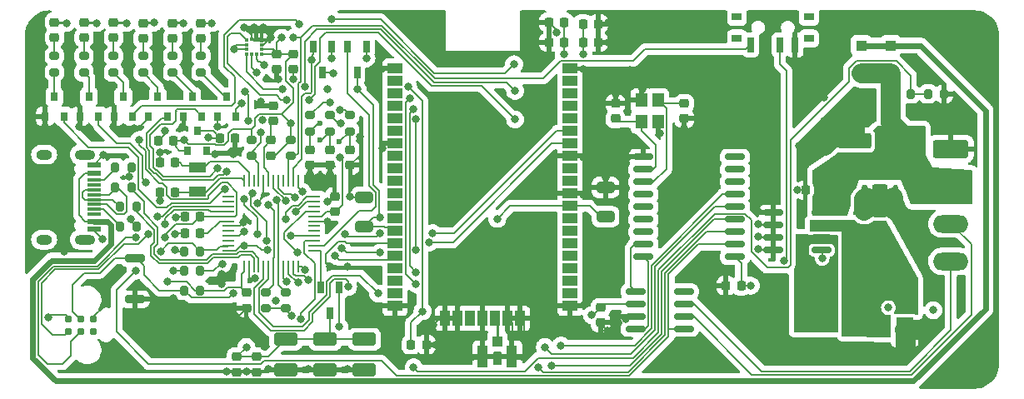
<source format=gbr>
%TF.GenerationSoftware,KiCad,Pcbnew,(6.99.0-1917-g23fb4c7433)*%
%TF.CreationDate,2022-06-08T13:57:36+10:00*%
%TF.ProjectId,samd21_gps_tracker,73616d64-3231-45f6-9770-735f74726163,rev?*%
%TF.SameCoordinates,Original*%
%TF.FileFunction,Copper,L4,Bot*%
%TF.FilePolarity,Positive*%
%FSLAX46Y46*%
G04 Gerber Fmt 4.6, Leading zero omitted, Abs format (unit mm)*
G04 Created by KiCad (PCBNEW (6.99.0-1917-g23fb4c7433)) date 2022-06-08 13:57:36*
%MOMM*%
%LPD*%
G01*
G04 APERTURE LIST*
G04 Aperture macros list*
%AMRoundRect*
0 Rectangle with rounded corners*
0 $1 Rounding radius*
0 $2 $3 $4 $5 $6 $7 $8 $9 X,Y pos of 4 corners*
0 Add a 4 corners polygon primitive as box body*
4,1,4,$2,$3,$4,$5,$6,$7,$8,$9,$2,$3,0*
0 Add four circle primitives for the rounded corners*
1,1,$1+$1,$2,$3*
1,1,$1+$1,$4,$5*
1,1,$1+$1,$6,$7*
1,1,$1+$1,$8,$9*
0 Add four rect primitives between the rounded corners*
20,1,$1+$1,$2,$3,$4,$5,0*
20,1,$1+$1,$4,$5,$6,$7,0*
20,1,$1+$1,$6,$7,$8,$9,0*
20,1,$1+$1,$8,$9,$2,$3,0*%
G04 Aperture macros list end*
%TA.AperFunction,SMDPad,CuDef*%
%ADD10RoundRect,0.225000X-0.225000X-0.250000X0.225000X-0.250000X0.225000X0.250000X-0.225000X0.250000X0*%
%TD*%
%TA.AperFunction,SMDPad,CuDef*%
%ADD11RoundRect,0.225000X0.225000X0.250000X-0.225000X0.250000X-0.225000X-0.250000X0.225000X-0.250000X0*%
%TD*%
%TA.AperFunction,SMDPad,CuDef*%
%ADD12RoundRect,0.250000X1.412500X0.550000X-1.412500X0.550000X-1.412500X-0.550000X1.412500X-0.550000X0*%
%TD*%
%TA.AperFunction,SMDPad,CuDef*%
%ADD13RoundRect,0.250000X0.550000X-1.412500X0.550000X1.412500X-0.550000X1.412500X-0.550000X-1.412500X0*%
%TD*%
%TA.AperFunction,SMDPad,CuDef*%
%ADD14RoundRect,0.225000X-0.250000X0.225000X-0.250000X-0.225000X0.250000X-0.225000X0.250000X0.225000X0*%
%TD*%
%TA.AperFunction,SMDPad,CuDef*%
%ADD15RoundRect,0.225000X0.250000X-0.225000X0.250000X0.225000X-0.250000X0.225000X-0.250000X-0.225000X0*%
%TD*%
%TA.AperFunction,SMDPad,CuDef*%
%ADD16RoundRect,0.249999X0.650001X-0.325001X0.650001X0.325001X-0.650001X0.325001X-0.650001X-0.325001X0*%
%TD*%
%TA.AperFunction,SMDPad,CuDef*%
%ADD17RoundRect,0.249998X-0.925002X0.412502X-0.925002X-0.412502X0.925002X-0.412502X0.925002X0.412502X0*%
%TD*%
%TA.AperFunction,SMDPad,CuDef*%
%ADD18RoundRect,0.218750X0.256250X-0.218750X0.256250X0.218750X-0.256250X0.218750X-0.256250X-0.218750X0*%
%TD*%
%TA.AperFunction,SMDPad,CuDef*%
%ADD19R,1.800000X2.500000*%
%TD*%
%TA.AperFunction,SMDPad,CuDef*%
%ADD20R,1.100000X1.100000*%
%TD*%
%TA.AperFunction,ConnectorPad*%
%ADD21C,0.787400*%
%TD*%
%TA.AperFunction,ComponentPad*%
%ADD22RoundRect,0.250000X-1.550000X0.650000X-1.550000X-0.650000X1.550000X-0.650000X1.550000X0.650000X0*%
%TD*%
%TA.AperFunction,ComponentPad*%
%ADD23O,3.600000X1.800000*%
%TD*%
%TA.AperFunction,ComponentPad*%
%ADD24O,1.600000X1.000000*%
%TD*%
%TA.AperFunction,ComponentPad*%
%ADD25O,2.100000X1.000000*%
%TD*%
%TA.AperFunction,SMDPad,CuDef*%
%ADD26R,1.450000X0.600000*%
%TD*%
%TA.AperFunction,SMDPad,CuDef*%
%ADD27R,1.450000X0.300000*%
%TD*%
%TA.AperFunction,SMDPad,CuDef*%
%ADD28R,2.950000X3.500000*%
%TD*%
%TA.AperFunction,SMDPad,CuDef*%
%ADD29R,0.800000X0.900000*%
%TD*%
%TA.AperFunction,SMDPad,CuDef*%
%ADD30R,0.650000X1.220000*%
%TD*%
%TA.AperFunction,SMDPad,CuDef*%
%ADD31RoundRect,0.200000X0.275000X-0.200000X0.275000X0.200000X-0.275000X0.200000X-0.275000X-0.200000X0*%
%TD*%
%TA.AperFunction,SMDPad,CuDef*%
%ADD32RoundRect,0.200000X0.200000X0.275000X-0.200000X0.275000X-0.200000X-0.275000X0.200000X-0.275000X0*%
%TD*%
%TA.AperFunction,SMDPad,CuDef*%
%ADD33RoundRect,0.200000X-0.275000X0.200000X-0.275000X-0.200000X0.275000X-0.200000X0.275000X0.200000X0*%
%TD*%
%TA.AperFunction,SMDPad,CuDef*%
%ADD34RoundRect,0.200000X-0.200000X-0.275000X0.200000X-0.275000X0.200000X0.275000X-0.200000X0.275000X0*%
%TD*%
%TA.AperFunction,SMDPad,CuDef*%
%ADD35RoundRect,0.200000X0.800000X-0.200000X0.800000X0.200000X-0.800000X0.200000X-0.800000X-0.200000X0*%
%TD*%
%TA.AperFunction,SMDPad,CuDef*%
%ADD36R,1.000000X0.800000*%
%TD*%
%TA.AperFunction,SMDPad,CuDef*%
%ADD37R,0.700000X1.500000*%
%TD*%
%TA.AperFunction,SMDPad,CuDef*%
%ADD38RoundRect,0.150000X0.825000X0.150000X-0.825000X0.150000X-0.825000X-0.150000X0.825000X-0.150000X0*%
%TD*%
%TA.AperFunction,SMDPad,CuDef*%
%ADD39R,0.250000X1.300000*%
%TD*%
%TA.AperFunction,SMDPad,CuDef*%
%ADD40R,1.300000X0.250000*%
%TD*%
%TA.AperFunction,SMDPad,CuDef*%
%ADD41RoundRect,0.150000X-0.875000X-0.150000X0.875000X-0.150000X0.875000X0.150000X-0.875000X0.150000X0*%
%TD*%
%TA.AperFunction,SMDPad,CuDef*%
%ADD42R,1.524000X1.016000*%
%TD*%
%TA.AperFunction,SMDPad,CuDef*%
%ADD43R,1.016000X1.524000*%
%TD*%
%TA.AperFunction,SMDPad,CuDef*%
%ADD44RoundRect,0.150000X-0.825000X-0.150000X0.825000X-0.150000X0.825000X0.150000X-0.825000X0.150000X0*%
%TD*%
%TA.AperFunction,SMDPad,CuDef*%
%ADD45R,0.375000X0.350000*%
%TD*%
%TA.AperFunction,SMDPad,CuDef*%
%ADD46R,0.350000X0.375000*%
%TD*%
%TA.AperFunction,SMDPad,CuDef*%
%ADD47R,1.800000X1.000000*%
%TD*%
%TA.AperFunction,SMDPad,CuDef*%
%ADD48R,1.200000X1.400000*%
%TD*%
%TA.AperFunction,SMDPad,CuDef*%
%ADD49R,1.100000X2.250000*%
%TD*%
%TA.AperFunction,SMDPad,CuDef*%
%ADD50R,1.050000X1.100000*%
%TD*%
%TA.AperFunction,ViaPad*%
%ADD51C,0.800000*%
%TD*%
%TA.AperFunction,ViaPad*%
%ADD52C,0.600000*%
%TD*%
%TA.AperFunction,Conductor*%
%ADD53C,0.187000*%
%TD*%
%TA.AperFunction,Conductor*%
%ADD54C,2.000000*%
%TD*%
%TA.AperFunction,Conductor*%
%ADD55C,0.200000*%
%TD*%
%TA.AperFunction,Conductor*%
%ADD56C,0.250000*%
%TD*%
%TA.AperFunction,Conductor*%
%ADD57C,0.167000*%
%TD*%
%TA.AperFunction,Conductor*%
%ADD58C,0.600000*%
%TD*%
%TA.AperFunction,Conductor*%
%ADD59C,0.293370*%
%TD*%
G04 APERTURE END LIST*
D10*
%TO.P,C1,1*%
%TO.N,GND*%
X152225000Y-56000000D03*
%TO.P,C1,2*%
%TO.N,Net-(C1-Pad2)*%
X153775000Y-56000000D03*
%TD*%
D11*
%TO.P,C2,1*%
%TO.N,Net-(C2-Pad1)*%
X153775000Y-53000000D03*
%TO.P,C2,2*%
%TO.N,GND*%
X152225000Y-53000000D03*
%TD*%
%TO.P,C3,1*%
%TO.N,3V3*%
X156275000Y-58500000D03*
%TO.P,C3,2*%
%TO.N,GND*%
X154725000Y-58500000D03*
%TD*%
%TO.P,C4,1*%
%TO.N,Net-(C4-Pad1)*%
X156275000Y-60200000D03*
%TO.P,C4,2*%
%TO.N,GND*%
X154725000Y-60200000D03*
%TD*%
%TO.P,C5,1*%
%TO.N,VIN*%
X219375000Y-55800000D03*
%TO.P,C5,2*%
%TO.N,GND*%
X217825000Y-55800000D03*
%TD*%
D12*
%TO.P,C6,1*%
%TO.N,VIN*%
X227917500Y-50770000D03*
%TO.P,C6,2*%
%TO.N,GND*%
X222842500Y-50770000D03*
%TD*%
D13*
%TO.P,C7,1*%
%TO.N,+3V3*%
X225400000Y-61937500D03*
%TO.P,C7,2*%
%TO.N,GND*%
X225400000Y-56862500D03*
%TD*%
D14*
%TO.P,C8,1*%
%TO.N,3V3*%
X161000000Y-66225000D03*
%TO.P,C8,2*%
%TO.N,GND*%
X161000000Y-67775000D03*
%TD*%
D15*
%TO.P,C9,1*%
%TO.N,Net-(C9-Pad1)*%
X163700000Y-48775000D03*
%TO.P,C9,2*%
%TO.N,GND*%
X163700000Y-47225000D03*
%TD*%
D11*
%TO.P,C10,1*%
%TO.N,+3V3*%
X211275000Y-65500000D03*
%TO.P,C10,2*%
%TO.N,GND*%
X209725000Y-65500000D03*
%TD*%
D14*
%TO.P,C11,1*%
%TO.N,Net-(C11-Pad1)*%
X205500000Y-46975000D03*
%TO.P,C11,2*%
%TO.N,GND*%
X205500000Y-48525000D03*
%TD*%
D15*
%TO.P,C12,1*%
%TO.N,Net-(C12-Pad1)*%
X198500000Y-48525000D03*
%TO.P,C12,2*%
%TO.N,GND*%
X198500000Y-46975000D03*
%TD*%
D16*
%TO.P,C13,1*%
%TO.N,LoRa_VCC*%
X173000000Y-59475000D03*
%TO.P,C13,2*%
%TO.N,GND*%
X173000000Y-56525000D03*
%TD*%
D10*
%TO.P,C14,1*%
%TO.N,+3V3*%
X195225000Y-38900000D03*
%TO.P,C14,2*%
%TO.N,GND*%
X196775000Y-38900000D03*
%TD*%
D11*
%TO.P,C15,1*%
%TO.N,Net-(C15-Pad1)*%
X193275000Y-38750000D03*
%TO.P,C15,2*%
%TO.N,GND*%
X191725000Y-38750000D03*
%TD*%
D14*
%TO.P,C16,1*%
%TO.N,+3V3*%
X197000000Y-67725000D03*
%TO.P,C16,2*%
%TO.N,GND*%
X197000000Y-69275000D03*
%TD*%
D16*
%TO.P,C17,1*%
%TO.N,LoRa_VCC*%
X197500000Y-58475000D03*
%TO.P,C17,2*%
%TO.N,GND*%
X197500000Y-55525000D03*
%TD*%
D10*
%TO.P,C18,1*%
%TO.N,+3V3*%
X195225000Y-40750000D03*
%TO.P,C18,2*%
%TO.N,GND*%
X196775000Y-40750000D03*
%TD*%
D11*
%TO.P,C19,1*%
%TO.N,Net-(C15-Pad1)*%
X193275000Y-40750000D03*
%TO.P,C19,2*%
%TO.N,GND*%
X191725000Y-40750000D03*
%TD*%
D14*
%TO.P,C20,1*%
%TO.N,3V3*%
X165750000Y-41975000D03*
%TO.P,C20,2*%
%TO.N,GND*%
X165750000Y-43525000D03*
%TD*%
%TO.P,C21,1*%
%TO.N,3V3*%
X164100000Y-41975000D03*
%TO.P,C21,2*%
%TO.N,GND*%
X164100000Y-43525000D03*
%TD*%
%TO.P,C22,1*%
%TO.N,Net-(C22-Pad1)*%
X171500000Y-51725000D03*
%TO.P,C22,2*%
%TO.N,GND*%
X171500000Y-53275000D03*
%TD*%
%TO.P,C23,1*%
%TO.N,Net-(C23-Pad1)*%
X169500000Y-51725000D03*
%TO.P,C23,2*%
%TO.N,GND*%
X169500000Y-53275000D03*
%TD*%
%TO.P,C24,1*%
%TO.N,Net-(C24-Pad1)*%
X167500000Y-51725000D03*
%TO.P,C24,2*%
%TO.N,GND*%
X167500000Y-53275000D03*
%TD*%
D10*
%TO.P,C25,1*%
%TO.N,SIM_VDD*%
X177725000Y-71500000D03*
%TO.P,C25,2*%
%TO.N,GND*%
X179275000Y-71500000D03*
%TD*%
D14*
%TO.P,C26,1*%
%TO.N,Net-(C26-Pad1)*%
X160000000Y-72725000D03*
%TO.P,C26,2*%
%TO.N,GND*%
X160000000Y-74275000D03*
%TD*%
%TO.P,C27,1*%
%TO.N,Net-(C26-Pad1)*%
X162000000Y-72725000D03*
%TO.P,C27,2*%
%TO.N,GND*%
X162000000Y-74275000D03*
%TD*%
D17*
%TO.P,C28,1*%
%TO.N,Net-(C26-Pad1)*%
X165000000Y-70962500D03*
%TO.P,C28,2*%
%TO.N,GND*%
X165000000Y-74037500D03*
%TD*%
%TO.P,C29,1*%
%TO.N,Net-(C26-Pad1)*%
X169000000Y-70962500D03*
%TO.P,C29,2*%
%TO.N,GND*%
X169000000Y-74037500D03*
%TD*%
%TO.P,C30,1*%
%TO.N,Net-(C26-Pad1)*%
X173000000Y-70962500D03*
%TO.P,C30,2*%
%TO.N,GND*%
X173000000Y-74037500D03*
%TD*%
D18*
%TO.P,D1,1*%
%TO.N,Net-(D1-Pad1)*%
X141500000Y-40287500D03*
%TO.P,D1,2*%
%TO.N,+3V3*%
X141500000Y-38712500D03*
%TD*%
%TO.P,D2,1*%
%TO.N,Net-(D2-Pad1)*%
X144500000Y-40287500D03*
%TO.P,D2,2*%
%TO.N,+3V3*%
X144500000Y-38712500D03*
%TD*%
D19*
%TO.P,D3,1*%
%TO.N,+3V3*%
X227899999Y-65999999D03*
%TO.P,D3,2*%
%TO.N,GND*%
X227899999Y-69999999D03*
%TD*%
D18*
%TO.P,D4,1*%
%TO.N,Net-(D4-Pad1)*%
X147500000Y-40287500D03*
%TO.P,D4,2*%
%TO.N,+3V3*%
X147500000Y-38712500D03*
%TD*%
%TO.P,D5,1*%
%TO.N,Net-(D5-Pad1)*%
X150500000Y-40387500D03*
%TO.P,D5,2*%
%TO.N,+3V3*%
X150500000Y-38812500D03*
%TD*%
%TO.P,D6,1*%
%TO.N,Net-(D6-Pad1)*%
X153500000Y-40387500D03*
%TO.P,D6,2*%
%TO.N,+3V3*%
X153500000Y-38812500D03*
%TD*%
D20*
%TO.P,D7,1*%
%TO.N,VIN*%
X226499999Y-43899999D03*
%TO.P,D7,2*%
%TO.N,+5V*%
X226499999Y-41099999D03*
%TD*%
%TO.P,D8,1*%
%TO.N,VIN*%
X223499999Y-43899999D03*
%TO.P,D8,2*%
%TO.N,+5V*%
X223499999Y-41099999D03*
%TD*%
D18*
%TO.P,FB1,1*%
%TO.N,3V3*%
X163500000Y-52287500D03*
%TO.P,FB1,2*%
%TO.N,Net-(C9-Pad1)*%
X163500000Y-50712500D03*
%TD*%
D21*
%TO.P,J1,1*%
%TO.N,+3V3*%
X142930000Y-68865000D03*
%TO.P,J1,2*%
%TO.N,SWDIO*%
X142930000Y-70135000D03*
%TO.P,J1,3*%
%TO.N,~{Reset}*%
X144200000Y-68865000D03*
%TO.P,J1,4*%
%TO.N,SWCLK*%
X144200000Y-70135000D03*
%TO.P,J1,5*%
%TO.N,GND*%
X145470000Y-68865000D03*
%TO.P,J1,6*%
%TO.N,N/C*%
X145470000Y-70135000D03*
%TD*%
D22*
%TO.P,J2,1*%
%TO.N,GND*%
X232600000Y-51600000D03*
D23*
%TO.P,J2,2*%
%TO.N,VIN*%
X232599999Y-55409999D03*
%TO.P,J2,3*%
%TO.N,CH*%
X232599999Y-59219999D03*
%TO.P,J2,4*%
%TO.N,CL*%
X232599999Y-63029999D03*
%TD*%
D24*
%TO.P,J5,*%
%TO.N,*%
X140449999Y-60819999D03*
D25*
X144629999Y-60819999D03*
D24*
X140449999Y-52179999D03*
D25*
X144629999Y-52179999D03*
D26*
%TO.P,J5,A1*%
%TO.N,GND*%
X145544999Y-59749999D03*
%TO.P,J5,A4*%
%TO.N,+5V*%
X145544999Y-58949999D03*
D27*
%TO.P,J5,A5*%
%TO.N,Net-(J5-PadA5)*%
X145544999Y-57749999D03*
%TO.P,J5,A6*%
%TO.N,Net-(J5-PadA6)*%
X145544999Y-56749999D03*
%TO.P,J5,A7*%
%TO.N,Net-(J5-PadA7)*%
X145544999Y-56249999D03*
%TO.P,J5,A8*%
%TO.N,N/C*%
X145544999Y-55249999D03*
D26*
%TO.P,J5,A9*%
%TO.N,+5V*%
X145544999Y-54049999D03*
%TO.P,J5,A12*%
%TO.N,GND*%
X145544999Y-53249999D03*
%TO.P,J5,B1*%
X145544999Y-53249999D03*
%TO.P,J5,B4*%
%TO.N,+5V*%
X145544999Y-54049999D03*
D27*
%TO.P,J5,B5*%
%TO.N,Net-(J5-PadB5)*%
X145544999Y-54749999D03*
%TO.P,J5,B6*%
%TO.N,Net-(J5-PadA6)*%
X145544999Y-55749999D03*
%TO.P,J5,B7*%
%TO.N,Net-(J5-PadA7)*%
X145544999Y-57249999D03*
%TO.P,J5,B8*%
%TO.N,N/C*%
X145544999Y-58249999D03*
D26*
%TO.P,J5,B9*%
%TO.N,+5V*%
X145544999Y-58949999D03*
%TO.P,J5,B12*%
%TO.N,GND*%
X145544999Y-59749999D03*
%TD*%
D28*
%TO.P,L1,1*%
%TO.N,Net-(L1-Pad1)*%
X218474999Y-67899999D03*
%TO.P,L1,2*%
%TO.N,+3V3*%
X223924999Y-67899999D03*
%TD*%
D29*
%TO.P,Q1,1*%
%TO.N,STATUS_LED*%
X142449999Y-48299999D03*
%TO.P,Q1,2*%
%TO.N,GND*%
X140549999Y-48299999D03*
%TO.P,Q1,3*%
%TO.N,Net-(Q1-Pad3)*%
X141499999Y-46299999D03*
%TD*%
%TO.P,Q2,1*%
%TO.N,PPS*%
X145949999Y-48299999D03*
%TO.P,Q2,2*%
%TO.N,GND*%
X144049999Y-48299999D03*
%TO.P,Q2,3*%
%TO.N,Net-(Q2-Pad3)*%
X144999999Y-46299999D03*
%TD*%
%TO.P,Q3,1*%
%TO.N,GPS_ON*%
X149449999Y-48299999D03*
%TO.P,Q3,2*%
%TO.N,GND*%
X147549999Y-48299999D03*
%TO.P,Q3,3*%
%TO.N,Net-(Q3-Pad3)*%
X148499999Y-46299999D03*
%TD*%
%TO.P,Q4,1*%
%TO.N,STATUS*%
X152949999Y-48299999D03*
%TO.P,Q4,2*%
%TO.N,GND*%
X151049999Y-48299999D03*
%TO.P,Q4,3*%
%TO.N,Net-(Q4-Pad3)*%
X151999999Y-46299999D03*
%TD*%
%TO.P,Q5,1*%
%TO.N,NETLIGHT*%
X156449999Y-48299999D03*
%TO.P,Q5,2*%
%TO.N,GND*%
X154549999Y-48299999D03*
%TO.P,Q5,3*%
%TO.N,Net-(Q5-Pad3)*%
X155499999Y-46299999D03*
%TD*%
D30*
%TO.P,Q6,1*%
%TO.N,LoRa_ON*%
X171299999Y-41189999D03*
%TO.P,Q6,2*%
%TO.N,+3V3*%
X173199999Y-41189999D03*
%TO.P,Q6,3*%
%TO.N,LoRa_VCC*%
X172249999Y-43809999D03*
%TD*%
%TO.P,Q7,1*%
%TO.N,GPS_ON*%
X167799999Y-41189999D03*
%TO.P,Q7,2*%
%TO.N,+3V3*%
X169699999Y-41189999D03*
%TO.P,Q7,3*%
%TO.N,Net-(C15-Pad1)*%
X168749999Y-43809999D03*
%TD*%
%TO.P,Q8,1*%
%TO.N,SIM_ON*%
X168549999Y-65689999D03*
%TO.P,Q8,2*%
%TO.N,+3V3*%
X170449999Y-65689999D03*
%TO.P,Q8,3*%
%TO.N,Net-(C26-Pad1)*%
X169499999Y-68309999D03*
%TD*%
D31*
%TO.P,R1,1*%
%TO.N,+3V3*%
X165000000Y-67825000D03*
%TO.P,R1,2*%
%TO.N,SDA*%
X165000000Y-66175000D03*
%TD*%
%TO.P,R2,1*%
%TO.N,+3V3*%
X163000000Y-67825000D03*
%TO.P,R2,2*%
%TO.N,SCL*%
X163000000Y-66175000D03*
%TD*%
D32*
%TO.P,R3,1*%
%TO.N,3V3*%
X156325000Y-66000000D03*
%TO.P,R3,2*%
%TO.N,~{Reset}*%
X154675000Y-66000000D03*
%TD*%
D33*
%TO.P,R4,1*%
%TO.N,Net-(D1-Pad1)*%
X141500000Y-42175000D03*
%TO.P,R4,2*%
%TO.N,Net-(Q1-Pad3)*%
X141500000Y-43825000D03*
%TD*%
%TO.P,R5,1*%
%TO.N,Net-(D2-Pad1)*%
X144500000Y-42175000D03*
%TO.P,R5,2*%
%TO.N,Net-(Q2-Pad3)*%
X144500000Y-43825000D03*
%TD*%
D34*
%TO.P,R6,1*%
%TO.N,+3V3*%
X154675000Y-64000000D03*
%TO.P,R6,2*%
%TO.N,RN_RST*%
X156325000Y-64000000D03*
%TD*%
%TO.P,R7,1*%
%TO.N,+3V3*%
X154675000Y-62000000D03*
%TO.P,R7,2*%
%TO.N,CAN_RST*%
X156325000Y-62000000D03*
%TD*%
D33*
%TO.P,R8,1*%
%TO.N,Net-(D4-Pad1)*%
X147500000Y-42175000D03*
%TO.P,R8,2*%
%TO.N,Net-(Q3-Pad3)*%
X147500000Y-43825000D03*
%TD*%
%TO.P,R9,1*%
%TO.N,Net-(D5-Pad1)*%
X150500000Y-42175000D03*
%TO.P,R9,2*%
%TO.N,Net-(Q4-Pad3)*%
X150500000Y-43825000D03*
%TD*%
%TO.P,R10,1*%
%TO.N,Net-(D6-Pad1)*%
X153500000Y-42175000D03*
%TO.P,R10,2*%
%TO.N,Net-(Q5-Pad3)*%
X153500000Y-43825000D03*
%TD*%
%TO.P,R11,1*%
%TO.N,3V3*%
X161500000Y-50675000D03*
%TO.P,R11,2*%
%TO.N,INT1*%
X161500000Y-52325000D03*
%TD*%
%TO.P,R12,1*%
%TO.N,3V3*%
X165500000Y-50675000D03*
%TO.P,R12,2*%
%TO.N,INT2*%
X165500000Y-52325000D03*
%TD*%
D31*
%TO.P,R13,1*%
%TO.N,Net-(C22-Pad1)*%
X171500000Y-49825000D03*
%TO.P,R13,2*%
%TO.N,SIM_DATA*%
X171500000Y-48175000D03*
%TD*%
%TO.P,R14,1*%
%TO.N,Net-(C23-Pad1)*%
X169500000Y-49825000D03*
%TO.P,R14,2*%
%TO.N,SIM_CLK*%
X169500000Y-48175000D03*
%TD*%
%TO.P,R15,1*%
%TO.N,Net-(C24-Pad1)*%
X167500000Y-49825000D03*
%TO.P,R15,2*%
%TO.N,SIM_RST*%
X167500000Y-48175000D03*
%TD*%
D34*
%TO.P,R17,1*%
%TO.N,Net-(J5-PadB5)*%
X147675000Y-53500000D03*
%TO.P,R17,2*%
%TO.N,GND*%
X149325000Y-53500000D03*
%TD*%
%TO.P,R18,1*%
%TO.N,Net-(J5-PadA7)*%
X147675000Y-55500000D03*
%TO.P,R18,2*%
%TO.N,USBD-*%
X149325000Y-55500000D03*
%TD*%
%TO.P,R19,1*%
%TO.N,Net-(J5-PadA6)*%
X148175000Y-57500000D03*
%TO.P,R19,2*%
%TO.N,USBD+*%
X149825000Y-57500000D03*
%TD*%
D35*
%TO.P,SW1,1*%
%TO.N,GND*%
X149700000Y-66900000D03*
%TO.P,SW1,2*%
%TO.N,~{Reset}*%
X149700000Y-62700000D03*
%TD*%
D36*
%TO.P,SW2,*%
%TO.N,*%
X210849999Y-38169999D03*
X210849999Y-40379999D03*
X218149999Y-38169999D03*
X218149999Y-40379999D03*
D37*
%TO.P,SW2,1*%
%TO.N,INT2*%
X212249999Y-41029999D03*
%TO.P,SW2,2*%
%TO.N,~{EN}*%
X215249999Y-41029999D03*
%TO.P,SW2,3*%
%TO.N,GND*%
X216749999Y-41029999D03*
%TD*%
D38*
%TO.P,U1,1*%
%TO.N,VIN*%
X219475000Y-58095000D03*
%TO.P,U1,2*%
%TO.N,+3V3*%
X219475000Y-59365000D03*
%TO.P,U1,3*%
%TO.N,Net-(L1-Pad1)*%
X219475000Y-60635000D03*
%TO.P,U1,4*%
%TO.N,~{EN}*%
X219475000Y-61905000D03*
%TO.P,U1,5*%
%TO.N,GND*%
X214525000Y-61905000D03*
%TO.P,U1,6*%
X214525000Y-60635000D03*
%TO.P,U1,7*%
X214525000Y-59365000D03*
%TO.P,U1,8*%
X214525000Y-58095000D03*
%TD*%
D39*
%TO.P,U2,1*%
%TO.N,Net-(C1-Pad2)*%
X160749999Y-54849999D03*
%TO.P,U2,2*%
%TO.N,Net-(C2-Pad1)*%
X161249999Y-54849999D03*
%TO.P,U2,3*%
%TO.N,N/C*%
X161749999Y-54849999D03*
%TO.P,U2,4*%
%TO.N,INT1*%
X162249999Y-54849999D03*
%TO.P,U2,5*%
%TO.N,GND*%
X162749999Y-54849999D03*
%TO.P,U2,6*%
%TO.N,Net-(C9-Pad1)*%
X163249999Y-54849999D03*
%TO.P,U2,7*%
%TO.N,GPS_TX*%
X163749999Y-54849999D03*
%TO.P,U2,8*%
%TO.N,GPS_RX*%
X164249999Y-54849999D03*
%TO.P,U2,9*%
%TO.N,N/C*%
X164749999Y-54849999D03*
%TO.P,U2,10*%
%TO.N,INT2*%
X165249999Y-54849999D03*
%TO.P,U2,11*%
%TO.N,GPS_ON*%
X165749999Y-54849999D03*
%TO.P,U2,12*%
%TO.N,PPS*%
X166249999Y-54849999D03*
D40*
%TO.P,U2,13*%
%TO.N,RN_RX*%
X167849999Y-56449999D03*
%TO.P,U2,14*%
%TO.N,RN_TX*%
X167849999Y-56949999D03*
%TO.P,U2,15*%
%TO.N,N/C*%
X167849999Y-57449999D03*
%TO.P,U2,16*%
%TO.N,BATT_ADC*%
X167849999Y-57949999D03*
%TO.P,U2,17*%
%TO.N,3V3*%
X167849999Y-58449999D03*
%TO.P,U2,18*%
%TO.N,GND*%
X167849999Y-58949999D03*
%TO.P,U2,19*%
%TO.N,N/C*%
X167849999Y-59449999D03*
%TO.P,U2,20*%
X167849999Y-59949999D03*
%TO.P,U2,21*%
%TO.N,STATUS_LED*%
X167849999Y-60449999D03*
%TO.P,U2,22*%
%TO.N,SIM_PWRKEY*%
X167849999Y-60949999D03*
%TO.P,U2,23*%
%TO.N,LoRa_ON*%
X167849999Y-61449999D03*
%TO.P,U2,24*%
%TO.N,SIM_ON*%
X167849999Y-61949999D03*
D39*
%TO.P,U2,25*%
%TO.N,D11-MOSI*%
X166249999Y-63549999D03*
%TO.P,U2,26*%
%TO.N,D13-SCK*%
X165749999Y-63549999D03*
%TO.P,U2,27*%
%TO.N,D10-SS*%
X165249999Y-63549999D03*
%TO.P,U2,28*%
%TO.N,D12-MISO*%
X164749999Y-63549999D03*
%TO.P,U2,29*%
%TO.N,SDA*%
X164249999Y-63549999D03*
%TO.P,U2,30*%
%TO.N,SCL*%
X163749999Y-63549999D03*
%TO.P,U2,31*%
%TO.N,SIM_TXD*%
X163249999Y-63549999D03*
%TO.P,U2,32*%
%TO.N,SIM_RXD*%
X162749999Y-63549999D03*
%TO.P,U2,33*%
%TO.N,USBD-*%
X162249999Y-63549999D03*
%TO.P,U2,34*%
%TO.N,USBD+*%
X161749999Y-63549999D03*
%TO.P,U2,35*%
%TO.N,GND*%
X161249999Y-63549999D03*
%TO.P,U2,36*%
%TO.N,3V3*%
X160749999Y-63549999D03*
D40*
%TO.P,U2,37*%
%TO.N,RN_RST*%
X159149999Y-61949999D03*
%TO.P,U2,38*%
%TO.N,CAN_RST*%
X159149999Y-61449999D03*
%TO.P,U2,39*%
%TO.N,N/C*%
X159149999Y-60949999D03*
%TO.P,U2,40*%
%TO.N,~{Reset}*%
X159149999Y-60449999D03*
%TO.P,U2,41*%
%TO.N,N/C*%
X159149999Y-59949999D03*
%TO.P,U2,42*%
%TO.N,GND*%
X159149999Y-59449999D03*
%TO.P,U2,43*%
%TO.N,Net-(C4-Pad1)*%
X159149999Y-58949999D03*
%TO.P,U2,44*%
%TO.N,3V3*%
X159149999Y-58449999D03*
%TO.P,U2,45*%
%TO.N,SWCLK*%
X159149999Y-57949999D03*
%TO.P,U2,46*%
%TO.N,SWDIO*%
X159149999Y-57449999D03*
%TO.P,U2,47*%
%TO.N,N/C*%
X159149999Y-56949999D03*
%TO.P,U2,48*%
X159149999Y-56449999D03*
%TD*%
D41*
%TO.P,U3,1*%
%TO.N,SN_T*%
X201350000Y-62580000D03*
%TO.P,U3,2*%
%TO.N,SN_R*%
X201350000Y-61310000D03*
%TO.P,U3,3*%
%TO.N,N/C*%
X201350000Y-60040000D03*
%TO.P,U3,4*%
X201350000Y-58770000D03*
%TO.P,U3,5*%
X201350000Y-57500000D03*
%TO.P,U3,6*%
X201350000Y-56230000D03*
%TO.P,U3,7*%
%TO.N,Net-(C11-Pad1)*%
X201350000Y-54960000D03*
%TO.P,U3,8*%
%TO.N,Net-(C12-Pad1)*%
X201350000Y-53690000D03*
%TO.P,U3,9*%
%TO.N,GND*%
X201350000Y-52420000D03*
%TO.P,U3,10*%
%TO.N,N/C*%
X210650000Y-52420000D03*
%TO.P,U3,11*%
X210650000Y-53690000D03*
%TO.P,U3,12*%
X210650000Y-54960000D03*
%TO.P,U3,13*%
%TO.N,D13-SCK*%
X210650000Y-56230000D03*
%TO.P,U3,14*%
%TO.N,D11-MOSI*%
X210650000Y-57500000D03*
%TO.P,U3,15*%
%TO.N,D12-MISO*%
X210650000Y-58770000D03*
%TO.P,U3,16*%
%TO.N,D10-SS*%
X210650000Y-60040000D03*
%TO.P,U3,17*%
%TO.N,CAN_RST*%
X210650000Y-61310000D03*
%TO.P,U3,18*%
%TO.N,+3V3*%
X210650000Y-62580000D03*
%TD*%
D42*
%TO.P,U5,1*%
%TO.N,GND*%
X193889999Y-43434999D03*
%TO.P,U5,2*%
%TO.N,N/C*%
X193889999Y-44704999D03*
%TO.P,U5,3*%
X193889999Y-45974999D03*
%TO.P,U5,4*%
X193889999Y-47244999D03*
%TO.P,U5,5*%
X193889999Y-48514999D03*
%TO.P,U5,6*%
%TO.N,RN_TX*%
X193889999Y-49784999D03*
%TO.P,U5,7*%
%TO.N,RN_RX*%
X193889999Y-51054999D03*
%TO.P,U5,8*%
%TO.N,GND*%
X193889999Y-52324999D03*
%TO.P,U5,9*%
%TO.N,N/C*%
X193889999Y-53594999D03*
%TO.P,U5,10*%
X193889999Y-54864999D03*
%TO.P,U5,11*%
%TO.N,GND*%
X193889999Y-56134999D03*
%TO.P,U5,12*%
%TO.N,LoRa_VCC*%
X193889999Y-57404999D03*
%TO.P,U5,13*%
%TO.N,N/C*%
X193889999Y-58674999D03*
%TO.P,U5,14*%
X193889999Y-59944999D03*
%TO.P,U5,15*%
X193889999Y-61214999D03*
%TO.P,U5,16*%
X193889999Y-62484999D03*
%TO.P,U5,17*%
X193889999Y-63754999D03*
%TO.P,U5,18*%
X193889999Y-65024999D03*
%TO.P,U5,19*%
X193889999Y-66294999D03*
%TO.P,U5,20*%
%TO.N,GND*%
X193889999Y-67564999D03*
D43*
%TO.P,U5,21*%
X188809999Y-68834999D03*
%TO.P,U5,22*%
X187539999Y-68834999D03*
%TO.P,U5,23*%
%TO.N,Net-(J3-Pad3)*%
X186269999Y-68834999D03*
%TO.P,U5,24*%
%TO.N,GND*%
X184999999Y-68834999D03*
%TO.P,U5,25*%
%TO.N,N/C*%
X183729999Y-68834999D03*
%TO.P,U5,26*%
%TO.N,GND*%
X182459999Y-68834999D03*
%TO.P,U5,27*%
X181189999Y-68834999D03*
D42*
%TO.P,U5,28*%
X176109999Y-67564999D03*
%TO.P,U5,29*%
%TO.N,N/C*%
X176109999Y-66294999D03*
%TO.P,U5,30*%
X176109999Y-65024999D03*
%TO.P,U5,31*%
X176109999Y-63754999D03*
%TO.P,U5,32*%
%TO.N,RN_RST*%
X176109999Y-62484999D03*
%TO.P,U5,33*%
%TO.N,GND*%
X176109999Y-61214999D03*
%TO.P,U5,34*%
%TO.N,LoRa_VCC*%
X176109999Y-59944999D03*
%TO.P,U5,35*%
%TO.N,N/C*%
X176109999Y-58674999D03*
%TO.P,U5,36*%
X176109999Y-57404999D03*
%TO.P,U5,37*%
X176109999Y-56134999D03*
%TO.P,U5,38*%
X176109999Y-54864999D03*
%TO.P,U5,39*%
X176109999Y-53594999D03*
%TO.P,U5,40*%
X176109999Y-52324999D03*
%TO.P,U5,41*%
%TO.N,GND*%
X176109999Y-51054999D03*
%TO.P,U5,42*%
%TO.N,N/C*%
X176109999Y-49784999D03*
%TO.P,U5,43*%
X176109999Y-48514999D03*
%TO.P,U5,44*%
X176109999Y-47244999D03*
%TO.P,U5,45*%
X176109999Y-45974999D03*
%TO.P,U5,46*%
X176109999Y-44704999D03*
%TO.P,U5,47*%
%TO.N,GND*%
X176109999Y-43434999D03*
%TD*%
D44*
%TO.P,U6,1*%
%TO.N,SN_T*%
X200525000Y-69905000D03*
%TO.P,U6,2*%
%TO.N,GND*%
X200525000Y-68635000D03*
%TO.P,U6,3*%
%TO.N,+3V3*%
X200525000Y-67365000D03*
%TO.P,U6,4*%
%TO.N,SN_R*%
X200525000Y-66095000D03*
%TO.P,U6,5*%
%TO.N,N/C*%
X205475000Y-66095000D03*
%TO.P,U6,6*%
%TO.N,CL*%
X205475000Y-67365000D03*
%TO.P,U6,7*%
%TO.N,CH*%
X205475000Y-68635000D03*
%TO.P,U6,8*%
%TO.N,CAN_RST*%
X205475000Y-69905000D03*
%TD*%
D45*
%TO.P,U7,1*%
%TO.N,SCL*%
X160987499Y-41999999D03*
%TO.P,U7,2*%
%TO.N,3V3*%
X160987499Y-41499999D03*
%TO.P,U7,3*%
X160987499Y-40999999D03*
%TO.P,U7,4*%
%TO.N,SDA*%
X160987499Y-40499999D03*
D46*
%TO.P,U7,5*%
%TO.N,GND*%
X161499999Y-40487499D03*
%TO.P,U7,6*%
X161999999Y-40487499D03*
D45*
%TO.P,U7,7*%
X162512499Y-40499999D03*
%TO.P,U7,8*%
X162512499Y-40999999D03*
%TO.P,U7,9*%
%TO.N,3V3*%
X162512499Y-41499999D03*
%TO.P,U7,10*%
X162512499Y-41999999D03*
D46*
%TO.P,U7,11*%
%TO.N,INT2*%
X161999999Y-42012499D03*
%TO.P,U7,12*%
%TO.N,INT1*%
X161499999Y-42012499D03*
%TD*%
D47*
%TO.P,Y1,1*%
%TO.N,Net-(C2-Pad1)*%
X155999999Y-53449999D03*
%TO.P,Y1,2*%
%TO.N,Net-(C1-Pad2)*%
X155999999Y-55949999D03*
%TD*%
D48*
%TO.P,Y2,1*%
%TO.N,Net-(C12-Pad1)*%
X201149999Y-48849999D03*
%TO.P,Y2,2*%
%TO.N,GND*%
X201149999Y-46649999D03*
%TO.P,Y2,3*%
%TO.N,Net-(C11-Pad1)*%
X202849999Y-46649999D03*
%TO.P,Y2,4*%
%TO.N,GND*%
X202849999Y-48849999D03*
%TD*%
D34*
%TO.P,R16,1*%
%TO.N,Net-(J5-PadA5)*%
X148175000Y-59500000D03*
%TO.P,R16,2*%
%TO.N,GND*%
X149825000Y-59500000D03*
%TD*%
D15*
%TO.P,C31,1*%
%TO.N,3V3*%
X170000000Y-57975000D03*
%TO.P,C31,2*%
%TO.N,GND*%
X170000000Y-56425000D03*
%TD*%
D49*
%TO.P,J3,1*%
%TO.N,GND*%
X185024999Y-72699999D03*
%TO.P,J3,2*%
X187974999Y-72699999D03*
D50*
%TO.P,J3,3*%
%TO.N,Net-(J3-Pad3)*%
X186499999Y-71149999D03*
%TD*%
D34*
%TO.P,R21,1*%
%TO.N,VIN*%
X226875000Y-46000000D03*
%TO.P,R21,2*%
%TO.N,BATT_ADC*%
X228525000Y-46000000D03*
%TD*%
%TO.P,R22,1*%
%TO.N,BATT_ADC*%
X230275000Y-46000000D03*
%TO.P,R22,2*%
%TO.N,GND*%
X231925000Y-46000000D03*
%TD*%
D10*
%TO.P,C32,1*%
%TO.N,VIN*%
X158325000Y-50500000D03*
%TO.P,C32,2*%
%TO.N,GND*%
X159875000Y-50500000D03*
%TD*%
%TO.P,C33,1*%
%TO.N,GND*%
X152025000Y-50800000D03*
%TO.P,C33,2*%
%TO.N,3V3*%
X153575000Y-50800000D03*
%TD*%
D29*
%TO.P,U9,1*%
%TO.N,GND*%
X156949999Y-51799999D03*
%TO.P,U9,2*%
%TO.N,3V3*%
X155049999Y-51799999D03*
%TO.P,U9,3*%
%TO.N,VIN*%
X155999999Y-49799999D03*
%TD*%
D18*
%TO.P,D9,1*%
%TO.N,Net-(D9-Pad1)*%
X156400000Y-40387500D03*
%TO.P,D9,2*%
%TO.N,+3V3*%
X156400000Y-38812500D03*
%TD*%
D29*
%TO.P,Q9,1*%
%TO.N,LoRa_VCC*%
X159949999Y-48299999D03*
%TO.P,Q9,2*%
%TO.N,GND*%
X158049999Y-48299999D03*
%TO.P,Q9,3*%
%TO.N,Net-(Q9-Pad3)*%
X158999999Y-46299999D03*
%TD*%
D33*
%TO.P,R20,1*%
%TO.N,Net-(D9-Pad1)*%
X156400000Y-42175000D03*
%TO.P,R20,2*%
%TO.N,Net-(Q9-Pad3)*%
X156400000Y-43825000D03*
%TD*%
D51*
%TO.N,GND*%
X180250000Y-71500000D03*
X180000000Y-69500000D03*
X153750000Y-60250000D03*
X169250000Y-59000000D03*
X187000000Y-53250000D03*
X191500000Y-47750000D03*
X191500000Y-46750000D03*
X195250000Y-43500000D03*
X191750000Y-42000000D03*
X197750000Y-40750000D03*
X192500000Y-39750000D03*
X198500000Y-46000000D03*
X201250000Y-45500000D03*
X203000000Y-50000000D03*
X205500000Y-49500000D03*
X197500000Y-54500000D03*
X199750000Y-52500000D03*
X195250000Y-56250000D03*
X208500000Y-65500000D03*
X228000000Y-71750000D03*
X229250000Y-70000000D03*
X217000000Y-55750000D03*
X213000000Y-58000000D03*
X213000000Y-59250000D03*
X213000000Y-60500000D03*
X213000000Y-61750000D03*
X199970000Y-43550000D03*
X223790000Y-57930000D03*
X226940000Y-57930000D03*
X185000000Y-70500000D03*
X188000000Y-70500000D03*
X189250000Y-70500000D03*
X222990000Y-46340000D03*
X219710000Y-46340000D03*
X219710000Y-43490000D03*
X219740000Y-48750000D03*
X217120000Y-46340000D03*
X217120000Y-51290000D03*
X181400000Y-72800000D03*
X155800000Y-72000000D03*
X157600000Y-72000000D03*
X152400000Y-72000000D03*
X153600000Y-66800000D03*
X158400000Y-70600000D03*
X151200000Y-72000000D03*
X152600000Y-68000000D03*
X151000000Y-68400000D03*
X149400000Y-68600000D03*
X149400000Y-70200000D03*
X155600000Y-68000000D03*
X223000000Y-72000000D03*
X219000000Y-72000000D03*
X214750000Y-68000000D03*
X214750000Y-65000000D03*
X214500000Y-55500000D03*
X214500000Y-52000000D03*
X214500000Y-47750000D03*
X204750000Y-56250000D03*
X164250000Y-44500000D03*
X165750000Y-44500000D03*
X174750000Y-42000000D03*
X156200000Y-45000000D03*
X149800000Y-45000000D03*
X157700000Y-43100000D03*
X157700000Y-41300000D03*
X233700000Y-65900000D03*
X229800000Y-47700000D03*
X232200000Y-48700000D03*
X178400000Y-38600000D03*
X178400000Y-39700000D03*
X152700000Y-49800000D03*
X157800000Y-52100000D03*
X232700000Y-74100000D03*
X235900000Y-74100000D03*
X236000000Y-71000000D03*
X195700000Y-65900000D03*
X169500000Y-63600000D03*
X162750000Y-39250000D03*
X217000000Y-43000000D03*
X162800002Y-71700000D03*
X206500000Y-71750000D03*
X143000000Y-45000000D03*
X146500000Y-45000000D03*
X146382990Y-60750000D03*
X207750000Y-63250000D03*
X174800000Y-51500000D03*
X181800000Y-52600000D03*
X189000000Y-59000000D03*
X141000000Y-56000000D03*
X197750000Y-38760510D03*
X197683287Y-70115855D03*
X226750000Y-56500000D03*
X140000000Y-45000000D03*
X226250000Y-67750000D03*
X174400000Y-68200000D03*
X228400000Y-59200000D03*
X158181520Y-68676592D03*
X182600000Y-47500000D03*
X146750000Y-67000000D03*
X235000000Y-42000000D03*
X171300000Y-63600000D03*
X160750000Y-39250000D03*
X154500000Y-49300000D03*
X206500000Y-64250000D03*
X214500000Y-72000000D03*
X149600000Y-49500000D03*
X167500000Y-54181468D03*
X167250000Y-74000000D03*
X199970000Y-41650000D03*
X232000000Y-40000000D03*
X159000000Y-74250000D03*
X184000000Y-64000000D03*
X183900000Y-72800000D03*
X158500002Y-64300000D03*
X171485543Y-56483504D03*
X154000000Y-72000000D03*
X206000000Y-43000000D03*
X172504632Y-50317667D03*
X151432948Y-66832948D03*
X182500000Y-67300000D03*
X140500000Y-49300000D03*
X148000000Y-73000000D03*
X195250000Y-52500000D03*
X162600000Y-48700000D03*
X159900000Y-68600000D03*
X212000000Y-68000000D03*
X159700000Y-52100000D03*
X156750000Y-70000000D03*
X141000000Y-58000000D03*
X161846986Y-64767002D03*
X230800000Y-65600000D03*
X209500000Y-68000000D03*
X161750000Y-39250000D03*
X147500000Y-49300000D03*
X219750000Y-51250000D03*
X153788715Y-58538715D03*
X204500000Y-71750000D03*
X163500000Y-40250000D03*
X203000000Y-73500000D03*
X222840000Y-49260000D03*
X182600000Y-46300000D03*
X158500000Y-65300000D03*
X164000002Y-67000000D03*
X229400000Y-43300000D03*
X149250000Y-58750000D03*
X158100000Y-49300000D03*
X163249998Y-74000000D03*
X153250000Y-45000000D03*
X205500000Y-73500000D03*
X169500000Y-54181468D03*
X189100000Y-72800000D03*
X146500000Y-52250000D03*
X189000000Y-64000000D03*
X229600000Y-61000000D03*
X208000000Y-73500000D03*
X171250000Y-74000000D03*
X149100000Y-54400000D03*
X151157948Y-70092052D03*
X142500000Y-62000000D03*
X199581907Y-68905041D03*
X210000000Y-49000000D03*
X169200002Y-57000000D03*
X152200000Y-52000000D03*
X174750000Y-43500000D03*
X144000000Y-49300002D03*
X152200000Y-56900000D03*
X161000000Y-74250000D03*
X162100000Y-57100000D03*
X160727701Y-59033455D03*
X141000000Y-54000000D03*
X162500000Y-46815479D03*
X210000000Y-45000000D03*
X224000000Y-56500000D03*
%TO.N,+3V3*%
X154600000Y-38800000D03*
X212250000Y-65500000D03*
X157500000Y-38800000D03*
X173200000Y-42400000D03*
X170450000Y-69700000D03*
X226600000Y-61900000D03*
X228000000Y-67750000D03*
X140835032Y-68750000D03*
X153600000Y-64000000D03*
X225250000Y-64750000D03*
X222500000Y-63500000D03*
X142700000Y-38800000D03*
X148800000Y-38800000D03*
X153750000Y-61910510D03*
X227700000Y-63800000D03*
X145800000Y-38800000D03*
X195250000Y-42000000D03*
X165623474Y-68580185D03*
X224200000Y-61900000D03*
X151600000Y-38760510D03*
X169700000Y-42400000D03*
X196100000Y-68500000D03*
X222700000Y-65500000D03*
X225300000Y-59750000D03*
X230800000Y-68000000D03*
%TO.N,VIN*%
X157100000Y-50448999D03*
X225100000Y-43900000D03*
%TO.N,LoRa_VCC*%
X186500000Y-58700000D03*
X174600000Y-58600000D03*
X169211276Y-45549490D03*
X160532719Y-47000000D03*
X172300000Y-45549490D03*
%TO.N,Net-(C15-Pad1)*%
X188200000Y-43000000D03*
X169700619Y-38411968D03*
X169800000Y-43900000D03*
X193250000Y-42000000D03*
D52*
%TO.N,Net-(C22-Pad1)*%
X170400000Y-50900000D03*
%TO.N,Net-(C23-Pad1)*%
X168500000Y-50700000D03*
%TO.N,Net-(C24-Pad1)*%
X168500000Y-49000000D03*
D51*
%TO.N,SIM_VDD*%
X178900000Y-68100000D03*
X177436699Y-45264198D03*
%TO.N,Net-(C26-Pad1)*%
X161000000Y-71750000D03*
%TO.N,SWDIO*%
X151000000Y-60250000D03*
X152000000Y-58500000D03*
%TO.N,~{Reset}*%
X160750004Y-60000209D03*
X159699998Y-66300000D03*
%TO.N,SWCLK*%
X149761466Y-60568572D03*
X152750000Y-59250000D03*
%TO.N,STATUS_LED*%
X165500000Y-60400000D03*
X158800000Y-55700000D03*
%TO.N,PPS*%
X150800000Y-55000000D03*
X166678075Y-55963720D03*
%TO.N,GPS_ON*%
X166400000Y-38900000D03*
X167600000Y-42600000D03*
%TO.N,SDA*%
X165100000Y-46600000D03*
X164052188Y-56817983D03*
X167400000Y-46600000D03*
X188300000Y-48600000D03*
%TO.N,SCL*%
X166950661Y-45279779D03*
X188300000Y-45700000D03*
X164700000Y-45500000D03*
X163220624Y-57311555D03*
%TO.N,RN_RST*%
X160771562Y-61415479D03*
X158600000Y-63310032D03*
X170000000Y-62500000D03*
X163100000Y-61900000D03*
%TO.N,CAN_RST*%
X149750000Y-64000000D03*
X152300000Y-62000000D03*
%TO.N,INT1*%
X162000000Y-43800000D03*
X162500000Y-49900000D03*
X160843222Y-45803329D03*
X161183229Y-48767600D03*
%TO.N,INT2*%
X165800000Y-40300000D03*
X162800000Y-43100000D03*
%TO.N,SIM_DATA*%
X178000000Y-47600000D03*
X170500000Y-47650500D03*
X178249490Y-64138258D03*
%TO.N,SIM_CLK*%
X170600000Y-49000000D03*
X178249490Y-48602194D03*
X178249490Y-61900000D03*
%TO.N,SIM_RST*%
X169500000Y-46900000D03*
X177600000Y-46500000D03*
X178249490Y-65336584D03*
%TO.N,~{EN}*%
X215665989Y-62999991D03*
X219500000Y-62750000D03*
%TO.N,GPS_TX*%
X165015603Y-56901305D03*
%TO.N,GPS_RX*%
X165923559Y-56568549D03*
%TO.N,RN_RX*%
X174586357Y-62160312D03*
X179607798Y-61092749D03*
X170700000Y-61700000D03*
X165000000Y-58700000D03*
%TO.N,RN_TX*%
X171028281Y-60228281D03*
X179921847Y-60178153D03*
X166000000Y-58000000D03*
X174593171Y-60135510D03*
%TO.N,D11-MOSI*%
X191340869Y-71740869D03*
X166927416Y-63872584D03*
%TO.N,D13-SCK*%
X192962064Y-71586890D03*
X167303989Y-64927950D03*
%TO.N,D10-SS*%
X190684430Y-73789629D03*
X166300000Y-65200000D03*
%TO.N,D12-MISO*%
X165066936Y-65045584D03*
X192000000Y-73644968D03*
%TO.N,STATUS*%
X161596197Y-56098003D03*
X159000000Y-53939490D03*
X163027007Y-60935747D03*
%TO.N,NETLIGHT*%
X160778988Y-56700000D03*
X158085679Y-53591119D03*
X162100000Y-60300000D03*
%TO.N,SIM_PWRKEY*%
X166542067Y-68882341D03*
%TO.N,SIM_TXD*%
X174400000Y-66300000D03*
%TO.N,SIM_RXD*%
X171342012Y-65624173D03*
%TO.N,BATT_ADC*%
X166200000Y-62100000D03*
X178000000Y-73800000D03*
%TO.N,3V3*%
X152700000Y-60600000D03*
X150100000Y-50700000D03*
X164600000Y-40300000D03*
X154700000Y-50700000D03*
X170500000Y-52500000D03*
X153000000Y-65100000D03*
X165500000Y-49000000D03*
X159749999Y-41500000D03*
%TD*%
D53*
%TO.N,GND*%
X151365896Y-66900000D02*
X151432948Y-66832948D01*
X188000000Y-70500000D02*
X188000000Y-69295000D01*
X158050000Y-48600000D02*
X158050000Y-49250000D01*
X171500000Y-53275000D02*
X172504632Y-52270368D01*
X197000000Y-69275000D02*
X197000000Y-69432568D01*
X169400000Y-57000000D02*
X169200002Y-57000000D01*
X193890000Y-67565000D02*
X194835000Y-67565000D01*
X213155000Y-61905000D02*
X213000000Y-61750000D01*
X203000000Y-50000000D02*
X203000000Y-49000000D01*
X173000000Y-56525000D02*
X171527039Y-56525000D01*
X195075000Y-52325000D02*
X195250000Y-52500000D01*
D54*
X226750000Y-57740000D02*
X226750000Y-56500000D01*
D53*
X152225000Y-52025000D02*
X152200000Y-52000000D01*
D55*
X152700000Y-50125000D02*
X152025000Y-50800000D01*
X162000000Y-39500000D02*
X161750000Y-39250000D01*
D53*
X217775000Y-55750000D02*
X217825000Y-55800000D01*
X161025000Y-74275000D02*
X161000000Y-74250000D01*
X173000000Y-74037500D02*
X171287500Y-74037500D01*
X191750000Y-40775000D02*
X191725000Y-40750000D01*
X145545000Y-53250000D02*
X145545000Y-53205000D01*
D55*
X171202162Y-61215000D02*
X171020161Y-61032999D01*
D53*
X180665000Y-68835000D02*
X180000000Y-69500000D01*
D54*
X222550000Y-50450000D02*
X222840000Y-50160000D01*
D53*
X170000000Y-56400000D02*
X169400000Y-57000000D01*
X169200000Y-58950000D02*
X169250000Y-59000000D01*
X184100000Y-73000000D02*
X183900000Y-72800000D01*
X181190000Y-68835000D02*
X180665000Y-68835000D01*
X185000000Y-70500000D02*
X185000000Y-68835000D01*
X203000000Y-49000000D02*
X202850000Y-48850000D01*
D55*
X162750000Y-56450000D02*
X162100000Y-57100000D01*
D53*
X160000000Y-74275000D02*
X159025000Y-74275000D01*
X182460000Y-68835000D02*
X182460000Y-67340000D01*
D55*
X153800000Y-60200000D02*
X153750000Y-60250000D01*
D53*
X149825000Y-59500000D02*
X149250000Y-58925000D01*
X195250000Y-43500000D02*
X193955000Y-43500000D01*
D55*
X159700000Y-50675000D02*
X159875000Y-50500000D01*
X157250000Y-52100000D02*
X156950000Y-51800000D01*
D53*
X144000000Y-48550000D02*
X144000000Y-49300002D01*
X189250000Y-70500000D02*
X189250000Y-69275000D01*
X213115000Y-59365000D02*
X213000000Y-59250000D01*
X167500000Y-53275000D02*
X167500000Y-54181468D01*
X197000000Y-69432568D02*
X197683287Y-70115855D01*
X188000000Y-69295000D02*
X187540000Y-68835000D01*
X165000000Y-74000000D02*
X163249998Y-74000000D01*
D55*
X162512500Y-39487500D02*
X162750000Y-39250000D01*
D53*
X146605414Y-67500000D02*
X146671801Y-67500000D01*
X201250000Y-46550000D02*
X201150000Y-46650000D01*
X192500000Y-39750000D02*
X192500000Y-39525000D01*
X176045000Y-43500000D02*
X176110000Y-43435000D01*
X194005000Y-56250000D02*
X193890000Y-56135000D01*
D55*
X162750000Y-54850000D02*
X162750000Y-56450000D01*
D54*
X223790000Y-56710000D02*
X224000000Y-56500000D01*
X219750000Y-51250000D02*
X220550000Y-50450000D01*
D53*
X179275000Y-71500000D02*
X180250000Y-71500000D01*
X214525000Y-59365000D02*
X213115000Y-59365000D01*
X146750000Y-67421801D02*
X146750000Y-67000000D01*
X170000000Y-56425000D02*
X170000000Y-56400000D01*
X150000000Y-66900000D02*
X151365896Y-66900000D01*
D55*
X162512500Y-40500000D02*
X162512500Y-39487500D01*
D53*
X193890000Y-52325000D02*
X195075000Y-52325000D01*
X197750000Y-40750000D02*
X196775000Y-40750000D01*
X185025000Y-73000000D02*
X184100000Y-73000000D01*
X213095000Y-58095000D02*
X213000000Y-58000000D01*
X171287500Y-74037500D02*
X171250000Y-74000000D01*
D55*
X145545000Y-59912010D02*
X146382990Y-60750000D01*
X164250000Y-43525000D02*
X164250000Y-44500000D01*
D53*
X161250000Y-65000000D02*
X161482998Y-64767002D01*
X154550000Y-49250000D02*
X154500000Y-49300000D01*
D54*
X223790000Y-57930000D02*
X223790000Y-56710000D01*
D53*
X174750000Y-43500000D02*
X176045000Y-43500000D01*
D54*
X228000000Y-71750000D02*
X228000000Y-70100000D01*
D53*
X175035000Y-67565000D02*
X174400000Y-68200000D01*
X146671801Y-67500000D02*
X146750000Y-67421801D01*
X151050000Y-48500000D02*
X150050000Y-49500000D01*
X152225000Y-53000000D02*
X152225000Y-52025000D01*
D55*
X145545000Y-59750000D02*
X145545000Y-59912010D01*
D53*
X182460000Y-67340000D02*
X182500000Y-67300000D01*
X189250000Y-69275000D02*
X188810000Y-68835000D01*
X167850000Y-58950000D02*
X169200000Y-58950000D01*
X197739490Y-38750000D02*
X197750000Y-38760510D01*
X175161000Y-51055000D02*
X174800000Y-51416000D01*
D54*
X226940000Y-57930000D02*
X226750000Y-57740000D01*
D53*
X162909521Y-47225000D02*
X162500000Y-46815479D01*
D54*
X228000000Y-70100000D02*
X227900000Y-70000000D01*
D53*
X174800000Y-51416000D02*
X174800000Y-51500000D01*
X147550000Y-48500000D02*
X147500000Y-48550000D01*
D55*
X153827430Y-58500000D02*
X153788715Y-58538715D01*
D53*
X199750000Y-52500000D02*
X201270000Y-52500000D01*
D55*
X161500000Y-40487500D02*
X161500000Y-40000000D01*
D53*
X214525000Y-61905000D02*
X213155000Y-61905000D01*
X213135000Y-60635000D02*
X213000000Y-60500000D01*
X169500000Y-53275000D02*
X169500000Y-54181468D01*
D55*
X171020161Y-61032999D02*
X170367001Y-61032999D01*
D53*
X176110000Y-67565000D02*
X175035000Y-67565000D01*
X145400000Y-68705414D02*
X146605414Y-67500000D01*
X187975000Y-73000000D02*
X189000000Y-73000000D01*
X144050000Y-48500000D02*
X144000000Y-48550000D01*
X147500000Y-48550000D02*
X147500000Y-49300000D01*
D55*
X170367001Y-61032999D02*
X169100001Y-62299999D01*
D53*
X195700000Y-65900000D02*
X195700000Y-66700000D01*
D55*
X165750000Y-43525000D02*
X165750000Y-44500000D01*
D53*
X171527039Y-56525000D02*
X171485543Y-56483504D01*
X145545000Y-53205000D02*
X146500000Y-52250000D01*
D55*
X161500000Y-40000000D02*
X160750000Y-39250000D01*
X152700000Y-49800000D02*
X152700000Y-50125000D01*
X162000000Y-40487500D02*
X162000000Y-39500000D01*
D53*
X201250000Y-45500000D02*
X201250000Y-46550000D01*
D55*
X154725000Y-60200000D02*
X153800000Y-60200000D01*
D53*
X161000000Y-67775000D02*
X160175000Y-68600000D01*
X159150000Y-59450000D02*
X160311156Y-59450000D01*
D55*
X159700000Y-52100000D02*
X159700000Y-50675000D01*
D53*
X176110000Y-51055000D02*
X175161000Y-51055000D01*
D54*
X224857500Y-56862500D02*
X223790000Y-57930000D01*
X222840000Y-50160000D02*
X222840000Y-49260000D01*
D53*
X162000000Y-74275000D02*
X161025000Y-74275000D01*
X194835000Y-67565000D02*
X195700000Y-66700000D01*
X167287500Y-74037500D02*
X167250000Y-74000000D01*
X152225000Y-56000000D02*
X152225000Y-56875000D01*
X197500000Y-54500000D02*
X197500000Y-55525000D01*
X154550000Y-48500000D02*
X154550000Y-49250000D01*
X217000000Y-55750000D02*
X217775000Y-55750000D01*
X145400000Y-68800000D02*
X145400000Y-68705414D01*
X158050000Y-49250000D02*
X158100000Y-49300000D01*
X208500000Y-65500000D02*
X209725000Y-65500000D01*
D55*
X162512500Y-41000000D02*
X162750000Y-41000000D01*
D53*
X160175000Y-68600000D02*
X159900000Y-68600000D01*
D54*
X220550000Y-50450000D02*
X222550000Y-50450000D01*
D53*
X201270000Y-52500000D02*
X201350000Y-52420000D01*
X169000000Y-74037500D02*
X167287500Y-74037500D01*
X159025000Y-74275000D02*
X159000000Y-74250000D01*
X145335000Y-68865000D02*
X145400000Y-68800000D01*
X216700000Y-40900000D02*
X216700000Y-42700000D01*
X145270000Y-68865000D02*
X145335000Y-68865000D01*
X152225000Y-56875000D02*
X152200000Y-56900000D01*
D55*
X154725000Y-58500000D02*
X153827430Y-58500000D01*
D53*
X163500000Y-47225000D02*
X162909521Y-47225000D01*
D55*
X162750000Y-41000000D02*
X163500000Y-40250000D01*
D53*
X196775000Y-38750000D02*
X197739490Y-38750000D01*
X198500000Y-46000000D02*
X198500000Y-46975000D01*
X191750000Y-42000000D02*
X191750000Y-40775000D01*
X193955000Y-43500000D02*
X193890000Y-43435000D01*
X150050000Y-49500000D02*
X149600000Y-49500000D01*
D54*
X229250000Y-70000000D02*
X227900000Y-70000000D01*
D53*
X192500000Y-39525000D02*
X191725000Y-38750000D01*
D54*
X225400000Y-56862500D02*
X224857500Y-56862500D01*
D55*
X169100001Y-62299999D02*
X169100001Y-63200001D01*
D53*
X214525000Y-60635000D02*
X213135000Y-60635000D01*
D55*
X176074491Y-61250509D02*
X176110000Y-61215000D01*
D53*
X140550000Y-48500000D02*
X140500000Y-48550000D01*
X140500000Y-48550000D02*
X140500000Y-49300000D01*
X161482998Y-64767002D02*
X161846986Y-64767002D01*
X214525000Y-58095000D02*
X213095000Y-58095000D01*
X200525000Y-68635000D02*
X200254959Y-68905041D01*
D55*
X169100001Y-63200001D02*
X169500000Y-63600000D01*
D53*
X149100000Y-53900000D02*
X149100000Y-54400000D01*
X149250000Y-58925000D02*
X149250000Y-58750000D01*
X216700000Y-42700000D02*
X217000000Y-43000000D01*
X189000000Y-73000000D02*
X189100000Y-72900000D01*
X149600000Y-53400000D02*
X149100000Y-53900000D01*
D55*
X176100000Y-61215000D02*
X171202162Y-61215000D01*
D53*
X205500000Y-49500000D02*
X205500000Y-48525000D01*
X172504632Y-52270368D02*
X172504632Y-50317667D01*
X195250000Y-56250000D02*
X194005000Y-56250000D01*
X160311156Y-59450000D02*
X160727701Y-59033455D01*
X161250000Y-63550000D02*
X161250000Y-65000000D01*
X200254959Y-68905041D02*
X199581907Y-68905041D01*
D55*
X157800000Y-52100000D02*
X157250000Y-52100000D01*
D53*
%TO.N,Net-(C1-Pad2)*%
X158318451Y-54600000D02*
X156918451Y-56000000D01*
X160750000Y-54850000D02*
X160500000Y-54600000D01*
X160500000Y-54600000D02*
X158318451Y-54600000D01*
X156918451Y-56000000D02*
X153775000Y-56000000D01*
%TO.N,Net-(C2-Pad1)*%
X157269383Y-52930617D02*
X156900000Y-53300000D01*
X160167617Y-52930617D02*
X157269383Y-52930617D01*
X161250000Y-54013000D02*
X160167617Y-52930617D01*
X154525000Y-53300000D02*
X154225000Y-53000000D01*
X161250000Y-54850000D02*
X161250000Y-54013000D01*
X154225000Y-53000000D02*
X153775000Y-53000000D01*
X156900000Y-53300000D02*
X154525000Y-53300000D01*
%TO.N,+3V3*%
X169700000Y-42400000D02*
X169700000Y-41190000D01*
D56*
X151551990Y-38712500D02*
X151600000Y-38760510D01*
X142650000Y-38750000D02*
X142700000Y-38800000D01*
X147500000Y-38712500D02*
X148712500Y-38712500D01*
D53*
X157500000Y-38800000D02*
X156412500Y-38800000D01*
X211275000Y-63205000D02*
X210650000Y-62580000D01*
X173200000Y-42400000D02*
X173200000Y-41190000D01*
X200525000Y-67365000D02*
X200490000Y-67400000D01*
X196225000Y-68500000D02*
X196100000Y-68500000D01*
D56*
X150500000Y-38712500D02*
X151551990Y-38712500D01*
X148712500Y-38712500D02*
X148800000Y-38800000D01*
X153500000Y-38712500D02*
X154512500Y-38712500D01*
X145712500Y-38712500D02*
X145800000Y-38800000D01*
X144500000Y-38712500D02*
X145712500Y-38712500D01*
D53*
X195225000Y-38750000D02*
X195250000Y-38775000D01*
X142730000Y-68865000D02*
X142730000Y-68530000D01*
X163000000Y-67707469D02*
X163087471Y-67619998D01*
X154675000Y-64000000D02*
X153600000Y-64000000D01*
X165000000Y-67825000D02*
X165000000Y-67956711D01*
X165000000Y-67956711D02*
X165623474Y-68580185D01*
D56*
X154512500Y-38712500D02*
X154600000Y-38800000D01*
D53*
X170450000Y-65690000D02*
X170450000Y-69700000D01*
X153839490Y-62000000D02*
X153750000Y-61910510D01*
X141113731Y-68471301D02*
X140835032Y-68750000D01*
X211275000Y-65500000D02*
X211275000Y-63205000D01*
X212250000Y-65500000D02*
X211275000Y-65500000D01*
X156412500Y-38800000D02*
X156400000Y-38812500D01*
X197325000Y-67400000D02*
X197000000Y-67725000D01*
X163000000Y-67825000D02*
X163000000Y-67707469D01*
X195225000Y-41975000D02*
X195250000Y-42000000D01*
X142671301Y-68471301D02*
X141113731Y-68471301D01*
X142730000Y-68530000D02*
X142671301Y-68471301D01*
D56*
X141550000Y-38750000D02*
X142650000Y-38750000D01*
D53*
X195250000Y-38775000D02*
X195250000Y-40750000D01*
X195225000Y-40750000D02*
X195225000Y-41975000D01*
X163000000Y-67825000D02*
X165000000Y-67825000D01*
X197000000Y-67725000D02*
X196225000Y-68500000D01*
X200490000Y-67400000D02*
X197325000Y-67400000D01*
X154675000Y-62000000D02*
X153839490Y-62000000D01*
D55*
%TO.N,Net-(C4-Pad1)*%
X157050000Y-60200000D02*
X156275000Y-60200000D01*
X159150000Y-58950000D02*
X158300000Y-58950000D01*
X158300000Y-58950000D02*
X157050000Y-60200000D01*
D54*
%TO.N,VIN*%
X225100000Y-43900000D02*
X223500000Y-43900000D01*
X227197500Y-50860000D02*
X227137500Y-50800000D01*
D55*
X156000000Y-49800000D02*
X157625000Y-49800000D01*
X157151001Y-50500000D02*
X157100000Y-50448999D01*
D54*
X226500000Y-48920000D02*
X228440000Y-50860000D01*
X226500000Y-43900000D02*
X225100000Y-43900000D01*
D55*
X157625000Y-49800000D02*
X158325000Y-50500000D01*
D54*
X226500000Y-43900000D02*
X226500000Y-48920000D01*
D55*
X158325000Y-50500000D02*
X157151001Y-50500000D01*
D54*
X228440000Y-50860000D02*
X227197500Y-50860000D01*
D53*
%TO.N,Net-(C9-Pad1)*%
X162764490Y-53527490D02*
X162764490Y-51448010D01*
X163250000Y-54013000D02*
X162764490Y-53527490D01*
X163250000Y-54850000D02*
X163250000Y-54013000D01*
X163500000Y-50712500D02*
X163500000Y-48775000D01*
X162764490Y-51448010D02*
X163500000Y-50712500D01*
%TO.N,Net-(C11-Pad1)*%
X203710501Y-47510501D02*
X202850000Y-46650000D01*
X201350000Y-54960000D02*
X202375000Y-54960000D01*
X203175000Y-46975000D02*
X202850000Y-46650000D01*
X202375000Y-54960000D02*
X203710501Y-53624499D01*
X203710501Y-53624499D02*
X203710501Y-47510501D01*
X205500000Y-46975000D02*
X203175000Y-46975000D01*
%TO.N,Net-(C12-Pad1)*%
X201150000Y-49737000D02*
X202635510Y-51222510D01*
X202635510Y-51222510D02*
X202635510Y-53429490D01*
X202375000Y-53690000D02*
X201350000Y-53690000D01*
X198825000Y-48850000D02*
X198500000Y-48525000D01*
X201150000Y-48850000D02*
X198825000Y-48850000D01*
X202635510Y-53429490D02*
X202375000Y-53690000D01*
X201150000Y-48850000D02*
X201150000Y-49737000D01*
%TO.N,LoRa_VCC*%
X159950000Y-47582719D02*
X160532719Y-47000000D01*
X175100000Y-59600000D02*
X175765000Y-59600000D01*
X174514521Y-58514521D02*
X174514521Y-55841902D01*
D55*
X173375000Y-59100000D02*
X173000000Y-59475000D01*
D53*
X174975000Y-59475000D02*
X175100000Y-59600000D01*
X172250000Y-43810000D02*
X172250000Y-45499490D01*
X174600000Y-58600000D02*
X174514521Y-58514521D01*
X196975000Y-58475000D02*
X195905000Y-57405000D01*
D55*
X193890000Y-57405000D02*
X187795000Y-57405000D01*
D53*
X173000000Y-59475000D02*
X174975000Y-59475000D01*
X172250000Y-45499490D02*
X172300000Y-45549490D01*
X159950000Y-48600000D02*
X159950000Y-47582719D01*
X174514521Y-55841902D02*
X173900000Y-55227381D01*
D55*
X187795000Y-57405000D02*
X186500000Y-58700000D01*
D53*
X175765000Y-59600000D02*
X176110000Y-59945000D01*
D55*
X174600000Y-58600000D02*
X173900000Y-58600000D01*
D53*
X173900000Y-47149490D02*
X172300000Y-45549490D01*
D55*
X173400000Y-59100000D02*
X173375000Y-59100000D01*
D53*
X173900000Y-55227381D02*
X173900000Y-47149490D01*
X195905000Y-57405000D02*
X193890000Y-57405000D01*
D55*
X173900000Y-58600000D02*
X173400000Y-59100000D01*
D53*
X197500000Y-58475000D02*
X196975000Y-58475000D01*
%TO.N,Net-(C15-Pad1)*%
X169700619Y-38411968D02*
X174622454Y-38411968D01*
X180110486Y-43900000D02*
X187300000Y-43900000D01*
X174622454Y-38411968D02*
X180110486Y-43900000D01*
X169710000Y-43810000D02*
X169800000Y-43900000D01*
X187300000Y-43900000D02*
X188200000Y-43000000D01*
X193275000Y-41975000D02*
X193250000Y-42000000D01*
X168750000Y-43810000D02*
X169710000Y-43810000D01*
X193275000Y-38750000D02*
X193275000Y-41975000D01*
D57*
%TO.N,Net-(C22-Pad1)*%
X170425000Y-50900000D02*
X170400000Y-50900000D01*
X171500000Y-49825000D02*
X170425000Y-50900000D01*
D55*
X171500000Y-51725000D02*
X171500000Y-49825000D01*
D57*
%TO.N,Net-(C23-Pad1)*%
X168625000Y-50700000D02*
X169500000Y-49825000D01*
X168500000Y-50700000D02*
X168625000Y-50700000D01*
D55*
X169500000Y-51725000D02*
X169500000Y-49825000D01*
D57*
%TO.N,Net-(C24-Pad1)*%
X168325000Y-49000000D02*
X167500000Y-49825000D01*
X168500000Y-49000000D02*
X168325000Y-49000000D01*
D55*
X167500000Y-51725000D02*
X167500000Y-49825000D01*
D57*
%TO.N,SIM_VDD*%
X178900000Y-46727499D02*
X177436699Y-45264198D01*
X178900000Y-68100000D02*
X177725000Y-69275000D01*
X178900000Y-68100000D02*
X178900000Y-46727499D01*
X177725000Y-69275000D02*
X177725000Y-71500000D01*
D55*
%TO.N,Net-(C26-Pad1)*%
X160025000Y-72725000D02*
X162000000Y-72725000D01*
D53*
X169500000Y-68310000D02*
X169500000Y-70850000D01*
D55*
X165000000Y-70962500D02*
X163237500Y-72725000D01*
X160025000Y-72725000D02*
X161000000Y-71750000D01*
X173000000Y-70962500D02*
X169000000Y-70962500D01*
X163237500Y-72725000D02*
X162000000Y-72725000D01*
X160000000Y-72725000D02*
X160025000Y-72725000D01*
X169000000Y-70962500D02*
X165000000Y-70962500D01*
D56*
%TO.N,Net-(D1-Pad1)*%
X141500000Y-40300000D02*
X141600000Y-40200000D01*
X141600000Y-40200000D02*
X141400000Y-40200000D01*
D53*
X141500000Y-42175000D02*
X141500000Y-40287500D01*
%TO.N,Net-(D2-Pad1)*%
X144500000Y-42175000D02*
X144500000Y-40287500D01*
%TO.N,Net-(D4-Pad1)*%
X147500000Y-42175000D02*
X147500000Y-40287500D01*
%TO.N,Net-(D5-Pad1)*%
X150500000Y-42175000D02*
X150500000Y-40287500D01*
%TO.N,Net-(D6-Pad1)*%
X153500000Y-42175000D02*
X153500000Y-40287500D01*
D55*
%TO.N,+5V*%
X144000000Y-58330000D02*
X144000000Y-54670000D01*
X145545000Y-58950000D02*
X144620000Y-58950000D01*
X144620000Y-58950000D02*
X144000000Y-58330000D01*
D58*
X139300000Y-72900000D02*
X141600000Y-75200000D01*
X147250000Y-59330000D02*
X147250000Y-61283162D01*
X146870000Y-58950000D02*
X147250000Y-59330000D01*
X228800000Y-75200000D02*
X236100000Y-67900000D01*
X139300000Y-64849098D02*
X139300000Y-72900000D01*
X145561695Y-62971467D02*
X141177631Y-62971467D01*
X236100000Y-67900000D02*
X236100000Y-47700000D01*
X226500000Y-41100000D02*
X223500000Y-41100000D01*
X145545000Y-58950000D02*
X146870000Y-58950000D01*
X229500000Y-41100000D02*
X226500000Y-41100000D01*
X147250000Y-61283162D02*
X145561695Y-62971467D01*
X141177631Y-62971467D02*
X139300000Y-64849098D01*
X141600000Y-75200000D02*
X228800000Y-75200000D01*
D55*
X144620000Y-54050000D02*
X145545000Y-54050000D01*
X144000000Y-54670000D02*
X144620000Y-54050000D01*
D58*
X236100000Y-47700000D02*
X229500000Y-41100000D01*
D57*
%TO.N,SWDIO*%
X140184522Y-69397264D02*
X140184522Y-65215478D01*
X150000510Y-61249490D02*
X151000000Y-60250000D01*
X140184522Y-65215478D02*
X141544011Y-63855989D01*
X159134011Y-57434011D02*
X153501095Y-57434011D01*
X159150000Y-57450000D02*
X159134011Y-57434011D01*
X152435106Y-58500000D02*
X152000000Y-58500000D01*
X153501095Y-57434011D02*
X152435106Y-58500000D01*
X143000000Y-70100000D02*
X142571301Y-70528699D01*
X148576506Y-61249490D02*
X150000510Y-61249490D01*
X145970007Y-63855989D02*
X148576506Y-61249490D01*
X141544011Y-63855989D02*
X145970007Y-63855989D01*
X141315957Y-70528699D02*
X140184522Y-69397264D01*
X142571301Y-70528699D02*
X141315957Y-70528699D01*
D53*
%TO.N,~{Reset}*%
X144000000Y-68833391D02*
X144000000Y-68865000D01*
D57*
X154675000Y-66000000D02*
X155400510Y-66725510D01*
D53*
X146112500Y-64200000D02*
X144550000Y-64200000D01*
D57*
X155400510Y-66725510D02*
X159274488Y-66725510D01*
X154000000Y-66000000D02*
X154675000Y-66000000D01*
D53*
X150600000Y-63500000D02*
X149800000Y-62700000D01*
D57*
X160300213Y-60450000D02*
X160750004Y-60000209D01*
D53*
X149700000Y-62700000D02*
X147612500Y-62700000D01*
X149800000Y-62700000D02*
X149700000Y-62700000D01*
X147612500Y-62700000D02*
X146112500Y-64200000D01*
D57*
X159274488Y-66725510D02*
X159699998Y-66300000D01*
X150600000Y-64425924D02*
X152174076Y-66000000D01*
D53*
X143300000Y-65450000D02*
X143300000Y-68133391D01*
D57*
X159150000Y-60450000D02*
X160300213Y-60450000D01*
D53*
X144550000Y-64200000D02*
X143300000Y-65450000D01*
D57*
X152174076Y-66000000D02*
X154000000Y-66000000D01*
D53*
X150600000Y-64400000D02*
X150600000Y-63500000D01*
X143300000Y-68133391D02*
X144000000Y-68833391D01*
D57*
%TO.N,SWCLK*%
X157350000Y-57950000D02*
X157168022Y-57768022D01*
X139850511Y-65077127D02*
X141405660Y-63521978D01*
X142907951Y-72900000D02*
X142330000Y-73477951D01*
X142330000Y-73477951D02*
X140769783Y-73477951D01*
X153639446Y-57768022D02*
X152750000Y-58657468D01*
X140769783Y-73477951D02*
X139850511Y-72558679D01*
X145831655Y-63521978D02*
X148785061Y-60568572D01*
D53*
X143200000Y-71167500D02*
X143200000Y-72607951D01*
D57*
X157168022Y-57768022D02*
X153639446Y-57768022D01*
X139850511Y-72558679D02*
X139850511Y-65077127D01*
D53*
X144200000Y-70167500D02*
X143200000Y-71167500D01*
X143200000Y-72607951D02*
X142907951Y-72900000D01*
D57*
X159150000Y-57950000D02*
X157350000Y-57950000D01*
X152750000Y-58657468D02*
X152750000Y-59250000D01*
X141405660Y-63521978D02*
X145831655Y-63521978D01*
X148785061Y-60568572D02*
X149761466Y-60568572D01*
D53*
%TO.N,CH*%
X234660510Y-68440137D02*
X228546636Y-74554011D01*
X212369011Y-74554011D02*
X206450000Y-68635000D01*
X232600000Y-59220000D02*
X234660510Y-61280510D01*
X206450000Y-68635000D02*
X205475000Y-68635000D01*
X234660510Y-61280510D02*
X234660510Y-68440137D01*
X228546636Y-74554011D02*
X212369011Y-74554011D01*
%TO.N,CL*%
X232600000Y-63030000D02*
X232600000Y-70000000D01*
X213350000Y-74200000D02*
X206515000Y-67365000D01*
X206515000Y-67365000D02*
X206450000Y-67365000D01*
X228400000Y-74200000D02*
X213350000Y-74200000D01*
X206450000Y-67365000D02*
X205475000Y-67365000D01*
X232600000Y-70000000D02*
X228400000Y-74200000D01*
D59*
%TO.N,Net-(J3-Pad3)*%
X186500000Y-69065000D02*
X186270000Y-68835000D01*
X186500000Y-71450000D02*
X186500000Y-69065000D01*
D55*
%TO.N,Net-(J5-PadA6)*%
X148175000Y-57500000D02*
X147425000Y-56750000D01*
X144620000Y-56750000D02*
X145545000Y-56750000D01*
X144367011Y-56007989D02*
X144367011Y-56497011D01*
X145545000Y-55750000D02*
X144625000Y-55750000D01*
X147425000Y-56750000D02*
X145545000Y-56750000D01*
X144367011Y-56497011D02*
X144620000Y-56750000D01*
X144625000Y-55750000D02*
X144367011Y-56007989D01*
%TO.N,Net-(J5-PadB5)*%
X147900000Y-53400000D02*
X146550000Y-54750000D01*
X146550000Y-54750000D02*
X145545000Y-54750000D01*
D53*
%TO.N,Net-(J5-PadA7)*%
X148565752Y-58235510D02*
X148835510Y-57965752D01*
D55*
X147900000Y-55400000D02*
X147050000Y-56250000D01*
D53*
X148835510Y-57965752D02*
X148835510Y-56435510D01*
X147784248Y-58235510D02*
X148565752Y-58235510D01*
X145545000Y-57250000D02*
X146798738Y-57250000D01*
X146798738Y-57250000D02*
X147784248Y-58235510D01*
D55*
X147050000Y-56250000D02*
X145545000Y-56250000D01*
D53*
X148835510Y-56435510D02*
X147800000Y-55400000D01*
D55*
%TO.N,Net-(J5-PadA5)*%
X148175000Y-59425000D02*
X146500000Y-57750000D01*
X148175000Y-59500000D02*
X148175000Y-59425000D01*
X146500000Y-57750000D02*
X145545000Y-57750000D01*
D53*
%TO.N,STATUS_LED*%
X167850000Y-60450000D02*
X165550000Y-60450000D01*
X158700000Y-55700000D02*
X158800000Y-55700000D01*
X165550000Y-60450000D02*
X165500000Y-60400000D01*
D57*
X150055989Y-55718733D02*
X151887758Y-57550502D01*
X152912242Y-57550502D02*
X153362744Y-57100000D01*
X149042986Y-51429490D02*
X150055989Y-52442493D01*
X144962490Y-51429490D02*
X149042986Y-51429490D01*
X153362744Y-57100000D02*
X157300000Y-57100000D01*
X150055989Y-52442493D02*
X150055989Y-55718733D01*
X142450000Y-48917000D02*
X144962490Y-51429490D01*
X142450000Y-48300000D02*
X142450000Y-48917000D01*
X157300000Y-57100000D02*
X157600000Y-56800000D01*
X157600000Y-56800000D02*
X158700000Y-55700000D01*
X151887758Y-57550502D02*
X152912242Y-57550502D01*
D53*
%TO.N,Net-(Q1-Pad3)*%
X141500000Y-46500000D02*
X141500000Y-43825000D01*
%TO.N,PPS*%
X166250000Y-55535645D02*
X166678075Y-55963720D01*
X150400000Y-54600000D02*
X150800000Y-55000000D01*
X145950000Y-49137000D02*
X147858989Y-51045989D01*
X147858989Y-51045989D02*
X149145989Y-51045989D01*
X150400000Y-52300000D02*
X150400000Y-54600000D01*
X166250000Y-54850000D02*
X166250000Y-55535645D01*
X145950000Y-48500000D02*
X145950000Y-49137000D01*
X149145989Y-51045989D02*
X150400000Y-52300000D01*
%TO.N,Net-(Q2-Pad3)*%
X145000000Y-44325000D02*
X144500000Y-43825000D01*
X145000000Y-46500000D02*
X145000000Y-44325000D01*
%TO.N,Net-(Q3-Pad3)*%
X148500000Y-44825000D02*
X147500000Y-43825000D01*
X148500000Y-46500000D02*
X148500000Y-44825000D01*
%TO.N,GPS_ON*%
X159464512Y-47235488D02*
X150364512Y-47235488D01*
X167629239Y-45188880D02*
X167629239Y-45822962D01*
X158722489Y-40030511D02*
X158722489Y-43222489D01*
X166982959Y-45939499D02*
X166632999Y-46289459D01*
X149450000Y-48150000D02*
X149450000Y-48500000D01*
X167800000Y-41987000D02*
X167600184Y-42186816D01*
X159800000Y-44300000D02*
X159800000Y-46900000D01*
X160252999Y-38500001D02*
X158722489Y-40030511D01*
X167600184Y-42186816D02*
X167600184Y-45159825D01*
X167800000Y-41190000D02*
X167800000Y-41987000D01*
X158722489Y-43222489D02*
X159800000Y-44300000D01*
X166632999Y-46289459D02*
X166632999Y-52667001D01*
X166632999Y-52667001D02*
X165750000Y-53550000D01*
X167512702Y-45939499D02*
X166982959Y-45939499D01*
X165750000Y-53550000D02*
X165750000Y-54850000D01*
X166000001Y-38500001D02*
X160252999Y-38500001D01*
X167629239Y-45822962D02*
X167512702Y-45939499D01*
X166400000Y-38900000D02*
X166000001Y-38500001D01*
X150364512Y-47235488D02*
X149450000Y-48150000D01*
X167600184Y-45159825D02*
X167629239Y-45188880D01*
X159800000Y-46900000D02*
X159464512Y-47235488D01*
%TO.N,Net-(Q4-Pad3)*%
X152000000Y-45325000D02*
X150500000Y-43825000D01*
X152000000Y-46500000D02*
X152000000Y-45325000D01*
%TO.N,Net-(Q5-Pad3)*%
X155500000Y-46500000D02*
X155500000Y-45825000D01*
X155500000Y-45825000D02*
X153500000Y-43825000D01*
%TO.N,LoRa_ON*%
X174160510Y-57439490D02*
X174160510Y-55988538D01*
X167850000Y-61450000D02*
X168872458Y-61450000D01*
X168872458Y-61450000D02*
X172422458Y-57900000D01*
X173700000Y-57900000D02*
X174160510Y-57439490D01*
X171300000Y-45977542D02*
X171300000Y-41987000D01*
X173500000Y-48177542D02*
X171300000Y-45977542D01*
X172422458Y-57900000D02*
X173700000Y-57900000D01*
X174160510Y-55988538D02*
X173500000Y-55328028D01*
X171300000Y-41987000D02*
X171300000Y-41190000D01*
X173500000Y-55328028D02*
X173500000Y-48177542D01*
%TO.N,SIM_ON*%
X168550000Y-62050000D02*
X168450000Y-61950000D01*
X168550000Y-65690000D02*
X168550000Y-62050000D01*
X168450000Y-61950000D02*
X167850000Y-61950000D01*
D55*
%TO.N,SDA*%
X160987500Y-40500000D02*
X160320499Y-39832999D01*
X164082792Y-46148477D02*
X164534315Y-46600000D01*
X168500000Y-40400000D02*
X168500000Y-42700000D01*
X162348477Y-46148477D02*
X164082792Y-46148477D01*
X174400000Y-39800000D02*
X169100000Y-39800000D01*
X167989750Y-46010250D02*
X167400000Y-46600000D01*
D53*
X164250000Y-57015795D02*
X164052188Y-56817983D01*
D55*
X159082999Y-40179839D02*
X159082999Y-42882999D01*
X188300000Y-48600000D02*
X184900000Y-45200000D01*
X160320499Y-39832999D02*
X159429839Y-39832999D01*
X179800000Y-45200000D02*
X174400000Y-39800000D01*
X159082999Y-42882999D02*
X162348477Y-46148477D01*
D53*
X164250000Y-63550000D02*
X164250000Y-65425000D01*
X164250000Y-65425000D02*
X165000000Y-66175000D01*
D55*
X159429839Y-39832999D02*
X159082999Y-40179839D01*
X184900000Y-45200000D02*
X179800000Y-45200000D01*
X169100000Y-39800000D02*
X168500000Y-40400000D01*
X168500000Y-42700000D02*
X167989750Y-43210250D01*
X164534315Y-46600000D02*
X165100000Y-46600000D01*
D53*
X164250000Y-63550000D02*
X164250000Y-57015795D01*
D55*
X167989750Y-43210250D02*
X167989750Y-46010250D01*
%TO.N,SCL*%
X187432989Y-44832989D02*
X180032989Y-44832989D01*
X180032989Y-44832989D02*
X174632989Y-39432989D01*
X174632989Y-39432989D02*
X168167011Y-39432989D01*
D53*
X163750000Y-62713000D02*
X163800000Y-62663000D01*
D55*
X166932999Y-45262117D02*
X166950661Y-45279779D01*
X160987500Y-43787500D02*
X162700000Y-45500000D01*
X160987500Y-42000000D02*
X160987500Y-43787500D01*
D53*
X163800000Y-62663000D02*
X163800000Y-57890931D01*
X163750000Y-63550000D02*
X163750000Y-62713000D01*
X163750000Y-65425000D02*
X163000000Y-66175000D01*
X163750000Y-63550000D02*
X163750000Y-65425000D01*
D55*
X166932999Y-40667001D02*
X166932999Y-45262117D01*
X162700000Y-45500000D02*
X164700000Y-45500000D01*
D53*
X163800000Y-57890931D02*
X163220624Y-57311555D01*
D55*
X168167011Y-39432989D02*
X166932999Y-40667001D01*
X188300000Y-45700000D02*
X187432989Y-44832989D01*
D53*
%TO.N,RN_RST*%
X175695001Y-62899999D02*
X170399999Y-62899999D01*
D57*
X157671480Y-64000000D02*
X158361448Y-63310032D01*
X158361448Y-63310032D02*
X158600000Y-63310032D01*
D53*
X162049794Y-61415479D02*
X160771562Y-61415479D01*
X162534315Y-61900000D02*
X162049794Y-61415479D01*
D57*
X156325000Y-64000000D02*
X157671480Y-64000000D01*
X159905276Y-61950000D02*
X160439797Y-61415479D01*
X160439797Y-61415479D02*
X160771562Y-61415479D01*
D53*
X170399999Y-62899999D02*
X170000000Y-62500000D01*
X176110000Y-62485000D02*
X175695001Y-62899999D01*
X163100000Y-61900000D02*
X162534315Y-61900000D01*
D57*
X159150000Y-61950000D02*
X159905276Y-61950000D01*
D53*
%TO.N,CAN_RST*%
X157962493Y-61893605D02*
X156431395Y-61893605D01*
X162451106Y-73435510D02*
X151035510Y-73435510D01*
X203900000Y-69644490D02*
X203900000Y-64358866D01*
X162772126Y-73114490D02*
X162451106Y-73435510D01*
X176239489Y-74639489D02*
X174714490Y-73114490D01*
X203900000Y-64358866D02*
X206948866Y-61310000D01*
X204238485Y-69900000D02*
X204248635Y-69910150D01*
X151035510Y-73435510D02*
X147800000Y-70200000D01*
X159035501Y-61564499D02*
X158291599Y-61564499D01*
X174714490Y-73114490D02*
X162772126Y-73114490D01*
X156431395Y-61893605D02*
X156325000Y-62000000D01*
X149350001Y-64399999D02*
X149750000Y-64000000D01*
X203900000Y-70658867D02*
X199919378Y-74639489D01*
X203905000Y-69905000D02*
X203900000Y-69900000D01*
X153099999Y-61200001D02*
X152300000Y-62000000D01*
X155525001Y-61200001D02*
X153099999Y-61200001D01*
X158291599Y-61564499D02*
X157962493Y-61893605D01*
X203900000Y-69631218D02*
X203900000Y-70658867D01*
X205475000Y-69905000D02*
X203905000Y-69905000D01*
X147800000Y-65950000D02*
X149350001Y-64399999D01*
X147800000Y-70200000D02*
X147800000Y-65950000D01*
X203900000Y-69900000D02*
X204238485Y-69900000D01*
X159150000Y-61450000D02*
X159035501Y-61564499D01*
X199919378Y-74639489D02*
X176239489Y-74639489D01*
X156325000Y-62000000D02*
X155525001Y-61200001D01*
X206948866Y-61310000D02*
X210650000Y-61310000D01*
D57*
%TO.N,INT1*%
X161500000Y-52325000D02*
X161500000Y-51925000D01*
D55*
X162250000Y-54850000D02*
X162250000Y-53075000D01*
D53*
X161500000Y-43300000D02*
X162000000Y-43800000D01*
D57*
X161500000Y-51925000D02*
X162500000Y-50925000D01*
D55*
X162250000Y-53075000D02*
X161500000Y-52325000D01*
D53*
X161500000Y-42012500D02*
X161500000Y-43300000D01*
D57*
X161183229Y-46143336D02*
X161183229Y-48767600D01*
X162500000Y-50925000D02*
X162500000Y-49900000D01*
X160843222Y-45803329D02*
X161183229Y-46143336D01*
D53*
%TO.N,INT2*%
X162000000Y-42500000D02*
X162200000Y-42700000D01*
D55*
X162400000Y-42700000D02*
X162800000Y-43100000D01*
D53*
X180120340Y-44410501D02*
X174782317Y-39072478D01*
D55*
X165800000Y-40300000D02*
X166500000Y-40300000D01*
D53*
X165500000Y-52325000D02*
X165975000Y-52325000D01*
X191175597Y-44410501D02*
X180120340Y-44410501D01*
X211709499Y-41440501D02*
X201537041Y-41440501D01*
X166278045Y-44974853D02*
X166500000Y-44752898D01*
X167727522Y-39072478D02*
X166500000Y-40300000D01*
X192925597Y-42660501D02*
X191175597Y-44410501D01*
X174782317Y-39072478D02*
X167727522Y-39072478D01*
X212250000Y-40900000D02*
X211709499Y-41440501D01*
X166500000Y-44752898D02*
X166500000Y-40300000D01*
X165975000Y-52325000D02*
X166278045Y-52021955D01*
X165250000Y-52575000D02*
X165500000Y-52325000D01*
X162000000Y-42012500D02*
X162000000Y-42500000D01*
X166278045Y-52021955D02*
X166278045Y-44974853D01*
X162200000Y-42700000D02*
X162313000Y-42700000D01*
X201537041Y-41440501D02*
X200317041Y-42660501D01*
D55*
X162313000Y-42700000D02*
X162400000Y-42700000D01*
D53*
X165250000Y-54850000D02*
X165250000Y-52575000D01*
X200317041Y-42660501D02*
X192925597Y-42660501D01*
%TO.N,SIM_DATA*%
X177588988Y-63477756D02*
X178249490Y-64138258D01*
X170500000Y-47650500D02*
X170975500Y-47650500D01*
X177588988Y-48011012D02*
X177588988Y-63477756D01*
X178000000Y-47600000D02*
X177588988Y-48011012D01*
X170975500Y-47650500D02*
X171500000Y-48175000D01*
%TO.N,SIM_CLK*%
X178249490Y-48602194D02*
X178249490Y-61900000D01*
X170600000Y-49000000D02*
X170325000Y-49000000D01*
X170325000Y-49000000D02*
X169500000Y-48175000D01*
%TO.N,SIM_RST*%
X177200001Y-46899999D02*
X177200001Y-64287095D01*
X177200001Y-64287095D02*
X178249490Y-65336584D01*
X168775000Y-46900000D02*
X167500000Y-48175000D01*
X177600000Y-46500000D02*
X177200001Y-46899999D01*
X169500000Y-46900000D02*
X168775000Y-46900000D01*
D57*
%TO.N,USBD-*%
X162250000Y-62733000D02*
X162250000Y-63550000D01*
X152253245Y-62915989D02*
X156928409Y-62915989D01*
X151649498Y-61587758D02*
X151649498Y-62312242D01*
X151999498Y-59564394D02*
X151999498Y-61237758D01*
X149500000Y-55886504D02*
X150600000Y-56986504D01*
X161582989Y-62065989D02*
X162250000Y-62733000D01*
X160261647Y-62065989D02*
X161582989Y-62065989D01*
X156928409Y-62915989D02*
X157518897Y-62325501D01*
X157518897Y-62325501D02*
X160002135Y-62325501D01*
X151649498Y-62312242D02*
X152253245Y-62915989D01*
X160002135Y-62325501D02*
X160261647Y-62065989D01*
X150600000Y-58164896D02*
X151999498Y-59564394D01*
X150600000Y-56986504D02*
X150600000Y-58164896D01*
X151999498Y-61237758D02*
X151649498Y-61587758D01*
X149500000Y-55400000D02*
X149500000Y-55886504D01*
%TO.N,USBD+*%
X151665487Y-61099407D02*
X151315487Y-61449407D01*
X149825000Y-57975000D02*
X151665487Y-59815487D01*
X151315487Y-61449407D02*
X151315487Y-62450593D01*
X160138752Y-62659512D02*
X160180243Y-62618021D01*
X157066760Y-63250000D02*
X157657248Y-62659512D01*
X161750000Y-62733000D02*
X161750000Y-63550000D01*
X160399998Y-62400000D02*
X161417000Y-62400000D01*
X152114894Y-63250000D02*
X157066760Y-63250000D01*
X160181978Y-62618021D02*
X160399998Y-62400000D01*
X151315487Y-62450593D02*
X152114894Y-63250000D01*
X161417000Y-62400000D02*
X161750000Y-62733000D01*
X157657248Y-62659512D02*
X160138752Y-62659512D01*
X151665487Y-59815487D02*
X151665487Y-61099407D01*
X149825000Y-57500000D02*
X149825000Y-57975000D01*
X160180243Y-62618021D02*
X160181978Y-62618021D01*
D53*
%TO.N,~{EN}*%
X219500000Y-61930000D02*
X219475000Y-61905000D01*
X219500000Y-62750000D02*
X219500000Y-61930000D01*
X215200000Y-43000000D02*
X215900000Y-43700000D01*
X215200000Y-40900000D02*
X215200000Y-43000000D01*
X215900000Y-62765980D02*
X215665989Y-62999991D01*
X215900000Y-43700000D02*
X215900000Y-62765980D01*
D57*
%TO.N,GPS_TX*%
X163750000Y-54850000D02*
X163750000Y-55562701D01*
X165015603Y-56828304D02*
X165015603Y-56901305D01*
X163750000Y-55562701D02*
X165015603Y-56828304D01*
%TO.N,GPS_RX*%
X165523560Y-56168550D02*
X165923559Y-56568549D01*
X164250000Y-54850000D02*
X164250000Y-55575902D01*
X164842648Y-56168550D02*
X165523560Y-56168550D01*
X164250000Y-55575902D02*
X164842648Y-56168550D01*
%TO.N,RN_RX*%
X174586357Y-62160312D02*
X171160312Y-62160312D01*
X166252930Y-57349498D02*
X165687758Y-57349498D01*
X192045000Y-51055000D02*
X182007251Y-61092749D01*
X167850000Y-56450000D02*
X167152428Y-56450000D01*
X171160312Y-62160312D02*
X170700000Y-61700000D01*
X165687758Y-57349498D02*
X165000000Y-58037256D01*
X165000000Y-58037256D02*
X165000000Y-58700000D01*
X193890000Y-51055000D02*
X192045000Y-51055000D01*
X182007251Y-61092749D02*
X179607798Y-61092749D01*
X167152428Y-56450000D02*
X166252930Y-57349498D01*
%TO.N,RN_TX*%
X171300000Y-60500000D02*
X171028281Y-60228281D01*
X167150000Y-56950000D02*
X166100000Y-58000000D01*
X192515000Y-49785000D02*
X182121847Y-60178153D01*
X166100000Y-58000000D02*
X166000000Y-58000000D01*
X182121847Y-60178153D02*
X179921847Y-60178153D01*
X193890000Y-49785000D02*
X192515000Y-49785000D01*
X174593171Y-60135510D02*
X174228681Y-60500000D01*
X174228681Y-60500000D02*
X171300000Y-60500000D01*
X167850000Y-56950000D02*
X167150000Y-56950000D01*
%TO.N,D11-MOSI*%
X192034011Y-72434011D02*
X191340869Y-71740869D01*
X202500000Y-70000000D02*
X200065989Y-72434011D01*
D53*
X166250000Y-63550000D02*
X166604832Y-63550000D01*
D57*
X200065989Y-72434011D02*
X192034011Y-72434011D01*
X210650000Y-57500000D02*
X208600000Y-57500000D01*
X202500000Y-63600000D02*
X202500000Y-70000000D01*
D53*
X166604832Y-63550000D02*
X166927416Y-63872584D01*
D57*
X208600000Y-57500000D02*
X202500000Y-63600000D01*
%TO.N,D13-SCK*%
X210650000Y-56230000D02*
X209397638Y-56230000D01*
D53*
X165750000Y-64293900D02*
X165989186Y-64533086D01*
X166909125Y-64533086D02*
X167303989Y-64927950D01*
D57*
X200440748Y-71586890D02*
X192962064Y-71586890D01*
D53*
X165989186Y-64533086D02*
X166909125Y-64533086D01*
D57*
X209397638Y-56230000D02*
X202165989Y-63461649D01*
X202165989Y-63461649D02*
X202165989Y-69861649D01*
D53*
X165750000Y-63550000D02*
X165750000Y-64293900D01*
D57*
X202165989Y-69861649D02*
X200440748Y-71586890D01*
%TO.N,D10-SS*%
X203555989Y-70516373D02*
X199776884Y-74295478D01*
X210650000Y-60040000D02*
X207732362Y-60040000D01*
X199776884Y-74295478D02*
X191190279Y-74295478D01*
D53*
X165250000Y-63550000D02*
X165250000Y-64294546D01*
X166155454Y-65200000D02*
X166300000Y-65200000D01*
D57*
X203555989Y-64216373D02*
X203555989Y-70516373D01*
X207732362Y-60040000D02*
X203555989Y-64216373D01*
D53*
X165250000Y-64294546D02*
X166155454Y-65200000D01*
D57*
X191190279Y-74295478D02*
X190684430Y-73789629D01*
%TO.N,D12-MISO*%
X210650000Y-58770000D02*
X208530000Y-58770000D01*
X203221978Y-70378022D02*
X199955032Y-73644968D01*
X203221978Y-64078022D02*
X203221978Y-70378022D01*
X208530000Y-58770000D02*
X203221978Y-64078022D01*
D53*
X164750000Y-63550000D02*
X164750000Y-64728648D01*
D57*
X199955032Y-73644968D02*
X192000000Y-73644968D01*
D53*
X164750000Y-64728648D02*
X165066936Y-65045584D01*
%TO.N,SN_T*%
X201500000Y-69905000D02*
X201800000Y-69605000D01*
X200525000Y-69905000D02*
X201500000Y-69905000D01*
X201800000Y-63030000D02*
X201350000Y-62580000D01*
X201800000Y-69605000D02*
X201800000Y-63030000D01*
%TO.N,SN_R*%
X200440000Y-61310000D02*
X201350000Y-61310000D01*
X200064490Y-61685510D02*
X200440000Y-61310000D01*
X200064490Y-65634490D02*
X200064490Y-61685510D01*
X200525000Y-66095000D02*
X200064490Y-65634490D01*
%TO.N,STATUS*%
X152399353Y-48500000D02*
X150845989Y-50053364D01*
X152431555Y-54754011D02*
X157663793Y-54754011D01*
X161439498Y-57417042D02*
X161439498Y-56254702D01*
X161439498Y-56254702D02*
X161596197Y-56098003D01*
X151767065Y-54089521D02*
X152431555Y-54754011D01*
X163027007Y-60935747D02*
X163027007Y-59004551D01*
X150845989Y-51445989D02*
X151160479Y-51760479D01*
X151160479Y-51760479D02*
X151160479Y-53597742D01*
X151652258Y-54089521D02*
X151767065Y-54089521D01*
X152950000Y-48500000D02*
X152399353Y-48500000D01*
X150845989Y-50053364D02*
X150845989Y-51445989D01*
X163027007Y-59004551D02*
X161439498Y-57417042D01*
X151160479Y-53597742D02*
X151652258Y-54089521D01*
X158171815Y-54245989D02*
X158693501Y-54245989D01*
X157663793Y-54754011D02*
X158171815Y-54245989D01*
X158693501Y-54245989D02*
X159000000Y-53939490D01*
%TO.N,NETLIGHT*%
X152300000Y-49100000D02*
X151200000Y-50200000D01*
X153839499Y-48760501D02*
X153500000Y-49100000D01*
X153839499Y-47760501D02*
X153839499Y-47691599D01*
X153839499Y-47760501D02*
X153839499Y-48760501D01*
X152578191Y-54400000D02*
X157276798Y-54400000D01*
X157276798Y-54400000D02*
X158085679Y-53591119D01*
X153500000Y-49100000D02*
X152300000Y-49100000D01*
X155739499Y-47589499D02*
X156450000Y-48300000D01*
X153941599Y-47589499D02*
X155739499Y-47589499D01*
X162100000Y-60300000D02*
X162100000Y-58578191D01*
X153839499Y-47691599D02*
X153941599Y-47589499D01*
X151200000Y-51299354D02*
X151514490Y-51613843D01*
X162100000Y-58578191D02*
X160778988Y-57257179D01*
X160778988Y-57257179D02*
X160778988Y-56700000D01*
X151200000Y-50200000D02*
X151200000Y-51299354D01*
X151514490Y-53451106D02*
X151798894Y-53735510D01*
X151514490Y-51613843D02*
X151514490Y-53451106D01*
X151798894Y-53735510D02*
X151913701Y-53735510D01*
X151913701Y-53735510D02*
X152578191Y-54400000D01*
X153900000Y-47700000D02*
X153839499Y-47760501D01*
%TO.N,SIM_PWRKEY*%
X167964499Y-63264499D02*
X167964499Y-66894224D01*
X167850000Y-60950000D02*
X167013000Y-60950000D01*
X167013000Y-60950000D02*
X166900000Y-61063000D01*
X166900000Y-62200000D02*
X167964499Y-63264499D01*
X167964499Y-66894224D02*
X166542067Y-68316656D01*
X166900000Y-61063000D02*
X166900000Y-62200000D01*
X166542067Y-68316656D02*
X166542067Y-68882341D01*
%TO.N,SIM_TXD*%
X169135501Y-65099952D02*
X169769963Y-64465489D01*
X162264490Y-65784248D02*
X162264490Y-68233067D01*
X172565489Y-64465489D02*
X174400000Y-66300000D01*
X166716386Y-69685479D02*
X167395989Y-69005876D01*
X162264490Y-68233067D02*
X163716902Y-69685479D01*
X167395989Y-68203364D02*
X169135501Y-66463853D01*
X169769963Y-64465489D02*
X172565489Y-64465489D01*
X163250000Y-64798738D02*
X162264490Y-65784248D01*
X163250000Y-63550000D02*
X163250000Y-64798738D01*
X169135501Y-66463853D02*
X169135501Y-65099952D01*
X163716902Y-69685479D02*
X166716386Y-69685479D01*
X167395989Y-69005876D02*
X167395989Y-68203364D01*
%TO.N,SIM_RXD*%
X171103024Y-64819500D02*
X171342012Y-65058488D01*
X169916599Y-64819500D02*
X171103024Y-64819500D01*
X166863022Y-70039490D02*
X167750000Y-69152512D01*
X171342012Y-65058488D02*
X171342012Y-65624173D01*
X169500000Y-65236099D02*
X169916599Y-64819500D01*
X161768160Y-65779932D02*
X161768160Y-68362758D01*
X162750000Y-64798092D02*
X161768160Y-65779932D01*
X169500000Y-66600000D02*
X169500000Y-65236099D01*
X161768160Y-68362758D02*
X163444892Y-70039490D01*
X162750000Y-63550000D02*
X162750000Y-64798092D01*
X163444892Y-70039490D02*
X166863022Y-70039490D01*
X167750000Y-68350000D02*
X169500000Y-66600000D01*
X167750000Y-69152512D02*
X167750000Y-68350000D01*
%TO.N,Net-(D9-Pad1)*%
X156400000Y-40387500D02*
X156400000Y-42175000D01*
%TO.N,Net-(Q9-Pad3)*%
X159000000Y-46425000D02*
X156400000Y-43825000D01*
X159000000Y-46600000D02*
X159000000Y-46425000D01*
D55*
%TO.N,BATT_ADC*%
X202871468Y-63932838D02*
X208601316Y-58202990D01*
X167850000Y-57950000D02*
X167000000Y-57950000D01*
X216332999Y-63404163D02*
X216332999Y-50704163D01*
X222232990Y-43375188D02*
X222975188Y-42632990D01*
X222232990Y-44804172D02*
X222232990Y-43375188D01*
X189286898Y-74199999D02*
X190651308Y-72835589D01*
X208601316Y-58202990D02*
X211697732Y-58202990D01*
X227024812Y-42632990D02*
X228525000Y-44133178D01*
X190651308Y-72835589D02*
X200268717Y-72835589D01*
X202871468Y-70232838D02*
X202871468Y-63932838D01*
X216332999Y-50704163D02*
X222232990Y-44804172D01*
X228525000Y-46000000D02*
X230275000Y-46000000D01*
X222975188Y-42632990D02*
X227024812Y-42632990D01*
X167000000Y-57950000D02*
X164832999Y-60117001D01*
X212332999Y-62070161D02*
X213929839Y-63667001D01*
X216070161Y-63667001D02*
X216332999Y-63404163D01*
X200268717Y-72835589D02*
X202871468Y-70232838D01*
X213929839Y-63667001D02*
X216070161Y-63667001D01*
X178000000Y-73800000D02*
X178399999Y-74199999D01*
X212332999Y-58838257D02*
X212332999Y-62070161D01*
X164832999Y-60732999D02*
X166200000Y-62100000D01*
X178399999Y-74199999D02*
X189286898Y-74199999D01*
X164832999Y-60117001D02*
X164832999Y-60732999D01*
X211697732Y-58202990D02*
X212332999Y-58838257D01*
X228525000Y-44133178D02*
X228525000Y-46000000D01*
D57*
%TO.N,3V3*%
X165500000Y-49000000D02*
X165500000Y-48986238D01*
X158762742Y-66000000D02*
X159113243Y-65649499D01*
D55*
X163775000Y-41500000D02*
X164250000Y-41975000D01*
D57*
X157150501Y-56386757D02*
X157150501Y-56650401D01*
X159875902Y-58450000D02*
X160050501Y-58275401D01*
D55*
X162537500Y-41975000D02*
X162512500Y-42000000D01*
D57*
X161500000Y-49627526D02*
X161500000Y-50675000D01*
X164588252Y-48074490D02*
X164563261Y-48049499D01*
D55*
X160000000Y-41000000D02*
X160987500Y-41000000D01*
D57*
X156325000Y-66000000D02*
X158762742Y-66000000D01*
D55*
X164100000Y-41975000D02*
X164100000Y-40800000D01*
X159150000Y-58450000D02*
X156325000Y-58450000D01*
D57*
X158487759Y-55049499D02*
X157150501Y-56386757D01*
X160050501Y-58275401D02*
X160050501Y-55987759D01*
D55*
X154200000Y-51800000D02*
X155050000Y-51800000D01*
D57*
X159600000Y-49627526D02*
X161500000Y-49627526D01*
X165000000Y-44712742D02*
X165000000Y-42725000D01*
X157550401Y-51099499D02*
X157550902Y-51100000D01*
X156275000Y-58500000D02*
X155549490Y-59225510D01*
X150744010Y-53667775D02*
X150744010Y-51830512D01*
X163500000Y-52287500D02*
X163887500Y-52287500D01*
X155549490Y-59225510D02*
X153811748Y-59225510D01*
X159174490Y-50797984D02*
X159174490Y-50053036D01*
X170125000Y-57975000D02*
X170774490Y-57325510D01*
X162287759Y-48049499D02*
X161849499Y-48487759D01*
D53*
X161000000Y-66225000D02*
X160500000Y-65725000D01*
D57*
X155000000Y-51750000D02*
X155050000Y-51800000D01*
X161849499Y-48487759D02*
X161849499Y-49278027D01*
D53*
X160750000Y-64085284D02*
X160750000Y-64000000D01*
D57*
X164563261Y-48049499D02*
X162287759Y-48049499D01*
D55*
X164100000Y-40800000D02*
X164600000Y-40300000D01*
X159749999Y-41250001D02*
X160000000Y-41000000D01*
D57*
X164588252Y-48074490D02*
X165750501Y-46912241D01*
X165750501Y-45463243D02*
X165000000Y-44712742D01*
D55*
X159749999Y-41500000D02*
X159749999Y-41250001D01*
D57*
X152174256Y-55098021D02*
X150744010Y-53667775D01*
X159174490Y-50053036D02*
X159600000Y-49627526D01*
X157777526Y-51100000D02*
X157903036Y-51225510D01*
X159112241Y-55049499D02*
X158487759Y-55049499D01*
X160050501Y-55987759D02*
X159112241Y-55049499D01*
D53*
X160500000Y-65725000D02*
X160500000Y-64335284D01*
D55*
X153800000Y-51400000D02*
X154200000Y-51800000D01*
D57*
X158746964Y-51225510D02*
X159174490Y-50797984D01*
X153811748Y-59225510D02*
X152700000Y-60337258D01*
X153353036Y-56725510D02*
X152925510Y-56297984D01*
X153575000Y-50800000D02*
X154600000Y-50800000D01*
X170774490Y-52774490D02*
X170500000Y-52500000D01*
X170774490Y-57325510D02*
X170774490Y-52774490D01*
X157903036Y-51225510D02*
X158746964Y-51225510D01*
X165750501Y-46912241D02*
X165750501Y-45463243D01*
X154887118Y-65100000D02*
X155787118Y-66000000D01*
X156349599Y-51099499D02*
X157550401Y-51099499D01*
X157550902Y-51100000D02*
X157777526Y-51100000D01*
X152470495Y-55098021D02*
X152174256Y-55098021D01*
D55*
X156325000Y-58450000D02*
X156275000Y-58500000D01*
D57*
X165500000Y-50675000D02*
X165500000Y-49000000D01*
D53*
X169162000Y-57975000D02*
X170000000Y-57975000D01*
D57*
X152925510Y-55553036D02*
X152470495Y-55098021D01*
D53*
X167850000Y-58450000D02*
X168687000Y-58450000D01*
X160500000Y-64335284D02*
X160750000Y-64085284D01*
D55*
X153800000Y-50900000D02*
X153800000Y-51400000D01*
X165750000Y-41975000D02*
X162537500Y-41975000D01*
X162512500Y-41500000D02*
X163775000Y-41500000D01*
D57*
X152925510Y-56297984D02*
X152925510Y-55553036D01*
X163887500Y-52287500D02*
X165500000Y-50675000D01*
X153000000Y-65100000D02*
X154887118Y-65100000D01*
X157075392Y-56725510D02*
X153353036Y-56725510D01*
X165500000Y-48986238D02*
X164588252Y-48074490D01*
X161849499Y-49278027D02*
X161500000Y-49627526D01*
X159150000Y-58450000D02*
X159875902Y-58450000D01*
D55*
X153700000Y-50800000D02*
X153800000Y-50900000D01*
D57*
X152700000Y-60337258D02*
X152700000Y-60600000D01*
X155100000Y-51100000D02*
X156349098Y-51100000D01*
D55*
X159749999Y-41500000D02*
X160987500Y-41500000D01*
D57*
X160424499Y-65649499D02*
X161000000Y-66225000D01*
X159113243Y-65649499D02*
X160424499Y-65649499D01*
X156349098Y-51100000D02*
X156349599Y-51099499D01*
X150744010Y-51830512D02*
X150100000Y-51186502D01*
D53*
X168687000Y-58450000D02*
X169162000Y-57975000D01*
D57*
X155787118Y-66000000D02*
X156325000Y-66000000D01*
X150100000Y-51186502D02*
X150100000Y-50700000D01*
X154700000Y-50700000D02*
X155100000Y-51100000D01*
X165000000Y-42725000D02*
X165750000Y-41975000D01*
D55*
X153575000Y-50800000D02*
X153700000Y-50800000D01*
D57*
X154600000Y-50800000D02*
X154700000Y-50700000D01*
X157150501Y-56650401D02*
X157075392Y-56725510D01*
X170000000Y-57975000D02*
X170125000Y-57975000D01*
%TD*%
%TA.AperFunction,Conductor*%
%TO.N,GND*%
G36*
X209790406Y-37545502D02*
G01*
X209836899Y-37599158D01*
X209847563Y-37664968D01*
X209841500Y-37721362D01*
X209841500Y-38618638D01*
X209848011Y-38679201D01*
X209899111Y-38816204D01*
X209904510Y-38823416D01*
X209904511Y-38823418D01*
X209929648Y-38856997D01*
X209986739Y-38933261D01*
X209993950Y-38938659D01*
X210093290Y-39013024D01*
X210103796Y-39020889D01*
X210240799Y-39071989D01*
X210277705Y-39075957D01*
X210298012Y-39078140D01*
X210298015Y-39078140D01*
X210301362Y-39078500D01*
X211398638Y-39078500D01*
X211401985Y-39078140D01*
X211401988Y-39078140D01*
X211422295Y-39075957D01*
X211459201Y-39071989D01*
X211596204Y-39020889D01*
X211606711Y-39013024D01*
X211706050Y-38938659D01*
X211713261Y-38933261D01*
X211770352Y-38856997D01*
X211795489Y-38823418D01*
X211795490Y-38823416D01*
X211800889Y-38816204D01*
X211851989Y-38679201D01*
X211858500Y-38618638D01*
X211858500Y-37721362D01*
X211852437Y-37664968D01*
X211865043Y-37595100D01*
X211913421Y-37543138D01*
X211977715Y-37525500D01*
X217022285Y-37525500D01*
X217090406Y-37545502D01*
X217136899Y-37599158D01*
X217147563Y-37664968D01*
X217141500Y-37721362D01*
X217141500Y-38618638D01*
X217148011Y-38679201D01*
X217199111Y-38816204D01*
X217204510Y-38823416D01*
X217204511Y-38823418D01*
X217229648Y-38856997D01*
X217286739Y-38933261D01*
X217293950Y-38938659D01*
X217393290Y-39013024D01*
X217403796Y-39020889D01*
X217540799Y-39071989D01*
X217577705Y-39075957D01*
X217598012Y-39078140D01*
X217598015Y-39078140D01*
X217601362Y-39078500D01*
X218698638Y-39078500D01*
X218701985Y-39078140D01*
X218701988Y-39078140D01*
X218722295Y-39075957D01*
X218759201Y-39071989D01*
X218896204Y-39020889D01*
X218906711Y-39013024D01*
X219006050Y-38938659D01*
X219013261Y-38933261D01*
X219070352Y-38856997D01*
X219095489Y-38823418D01*
X219095490Y-38823416D01*
X219100889Y-38816204D01*
X219151989Y-38679201D01*
X219158500Y-38618638D01*
X219158500Y-37721362D01*
X219152437Y-37664968D01*
X219165043Y-37595100D01*
X219213421Y-37543138D01*
X219277715Y-37525500D01*
X234996194Y-37525500D01*
X235003802Y-37525730D01*
X235290661Y-37543082D01*
X235305765Y-37544916D01*
X235584689Y-37596030D01*
X235599462Y-37599671D01*
X235870201Y-37684037D01*
X235884419Y-37689429D01*
X236143006Y-37805811D01*
X236156476Y-37812880D01*
X236399154Y-37959584D01*
X236411676Y-37968227D01*
X236634903Y-38143114D01*
X236646291Y-38153204D01*
X236846796Y-38353709D01*
X236856886Y-38365097D01*
X237031773Y-38588324D01*
X237040416Y-38600846D01*
X237187120Y-38843524D01*
X237194189Y-38856994D01*
X237290952Y-39071989D01*
X237310569Y-39115577D01*
X237315963Y-39129799D01*
X237383625Y-39346934D01*
X237400329Y-39400538D01*
X237403970Y-39415311D01*
X237455084Y-39694235D01*
X237456918Y-39709339D01*
X237474270Y-39996198D01*
X237474500Y-40003806D01*
X237474500Y-73496194D01*
X237474270Y-73503802D01*
X237456918Y-73790661D01*
X237455084Y-73805765D01*
X237403970Y-74084689D01*
X237400329Y-74099462D01*
X237316354Y-74368949D01*
X237315965Y-74370196D01*
X237310571Y-74384419D01*
X237244855Y-74530432D01*
X237194191Y-74643003D01*
X237187120Y-74656476D01*
X237040416Y-74899154D01*
X237031773Y-74911676D01*
X236856886Y-75134903D01*
X236846796Y-75146291D01*
X236646291Y-75346796D01*
X236634903Y-75356886D01*
X236411676Y-75531773D01*
X236399154Y-75540416D01*
X236156476Y-75687120D01*
X236143006Y-75694189D01*
X235884419Y-75810571D01*
X235870201Y-75815963D01*
X235636110Y-75888909D01*
X235599462Y-75900329D01*
X235584689Y-75903970D01*
X235305765Y-75955084D01*
X235290661Y-75956918D01*
X235003802Y-75974270D01*
X234996194Y-75974500D01*
X229473082Y-75974500D01*
X229404961Y-75954498D01*
X229358468Y-75900842D01*
X229348364Y-75830568D01*
X229377858Y-75765988D01*
X229383987Y-75759405D01*
X236736111Y-68407281D01*
X236756659Y-68374578D01*
X236764823Y-68363072D01*
X236788909Y-68332870D01*
X236793519Y-68323299D01*
X236805663Y-68298080D01*
X236812498Y-68285713D01*
X236829278Y-68259007D01*
X236833043Y-68253015D01*
X236845797Y-68216566D01*
X236851203Y-68203514D01*
X236864891Y-68175091D01*
X236864891Y-68175090D01*
X236867959Y-68168720D01*
X236869532Y-68161827D01*
X236869534Y-68161822D01*
X236876551Y-68131075D01*
X236880463Y-68117495D01*
X236882802Y-68110811D01*
X236893217Y-68081047D01*
X236897541Y-68042669D01*
X236899908Y-68028742D01*
X236906925Y-67997998D01*
X236908500Y-67991097D01*
X236908500Y-47791101D01*
X236908501Y-47791097D01*
X236908501Y-47608904D01*
X236906895Y-47601866D01*
X236899907Y-47571250D01*
X236897540Y-47557321D01*
X236894009Y-47525980D01*
X236894008Y-47525978D01*
X236893217Y-47518953D01*
X236880461Y-47482499D01*
X236876553Y-47468933D01*
X236873024Y-47453469D01*
X236867959Y-47431280D01*
X236855281Y-47404954D01*
X236851205Y-47396489D01*
X236845798Y-47383435D01*
X236835382Y-47353666D01*
X236835377Y-47353656D01*
X236833043Y-47346985D01*
X236812498Y-47314288D01*
X236805663Y-47301921D01*
X236791979Y-47273506D01*
X236788909Y-47267131D01*
X236764827Y-47236933D01*
X236756657Y-47225418D01*
X236739876Y-47198711D01*
X236736111Y-47192719D01*
X230007281Y-40463889D01*
X229974578Y-40443341D01*
X229963072Y-40435177D01*
X229932870Y-40411091D01*
X229926497Y-40408022D01*
X229926494Y-40408020D01*
X229905531Y-40397925D01*
X229898074Y-40394334D01*
X229885713Y-40387502D01*
X229859007Y-40370722D01*
X229859008Y-40370722D01*
X229853015Y-40366957D01*
X229816567Y-40354203D01*
X229803514Y-40348797D01*
X229775091Y-40335109D01*
X229775090Y-40335109D01*
X229768720Y-40332041D01*
X229761827Y-40330468D01*
X229761822Y-40330466D01*
X229731075Y-40323449D01*
X229717495Y-40319537D01*
X229716346Y-40319135D01*
X229681047Y-40306783D01*
X229674024Y-40305992D01*
X229674021Y-40305991D01*
X229650193Y-40303306D01*
X229642669Y-40302459D01*
X229628742Y-40300092D01*
X229597998Y-40293075D01*
X229591097Y-40291500D01*
X227554755Y-40291500D01*
X227486634Y-40271498D01*
X227453887Y-40241009D01*
X227435015Y-40215799D01*
X227413261Y-40186739D01*
X227357327Y-40144867D01*
X227303418Y-40104511D01*
X227303416Y-40104510D01*
X227296204Y-40099111D01*
X227159201Y-40048011D01*
X227122295Y-40044043D01*
X227101988Y-40041860D01*
X227101985Y-40041860D01*
X227098638Y-40041500D01*
X225901362Y-40041500D01*
X225898015Y-40041860D01*
X225898012Y-40041860D01*
X225877705Y-40044043D01*
X225840799Y-40048011D01*
X225703796Y-40099111D01*
X225696584Y-40104510D01*
X225696582Y-40104511D01*
X225642673Y-40144867D01*
X225586739Y-40186739D01*
X225564985Y-40215799D01*
X225546113Y-40241009D01*
X225489278Y-40283556D01*
X225445245Y-40291500D01*
X224554755Y-40291500D01*
X224486634Y-40271498D01*
X224453887Y-40241009D01*
X224435015Y-40215799D01*
X224413261Y-40186739D01*
X224357327Y-40144867D01*
X224303418Y-40104511D01*
X224303416Y-40104510D01*
X224296204Y-40099111D01*
X224159201Y-40048011D01*
X224122295Y-40044043D01*
X224101988Y-40041860D01*
X224101985Y-40041860D01*
X224098638Y-40041500D01*
X222901362Y-40041500D01*
X222898015Y-40041860D01*
X222898012Y-40041860D01*
X222877705Y-40044043D01*
X222840799Y-40048011D01*
X222703796Y-40099111D01*
X222696584Y-40104510D01*
X222696582Y-40104511D01*
X222642673Y-40144867D01*
X222586739Y-40186739D01*
X222581341Y-40193950D01*
X222505210Y-40295649D01*
X222499111Y-40303796D01*
X222448011Y-40440799D01*
X222444786Y-40470799D01*
X222442558Y-40491525D01*
X222441500Y-40501362D01*
X222441500Y-41698638D01*
X222448011Y-41759201D01*
X222499111Y-41896204D01*
X222504510Y-41903416D01*
X222504511Y-41903418D01*
X222583824Y-42009368D01*
X222608635Y-42075889D01*
X222593543Y-42145263D01*
X222559663Y-42184837D01*
X222541201Y-42199003D01*
X222536171Y-42205558D01*
X222521736Y-42224369D01*
X222510869Y-42236760D01*
X221836756Y-42910873D01*
X221824365Y-42921740D01*
X221799003Y-42941201D01*
X221774516Y-42973113D01*
X221774513Y-42973116D01*
X221760167Y-42991812D01*
X221733333Y-43026783D01*
X221701466Y-43068312D01*
X221640152Y-43216337D01*
X221639342Y-43222489D01*
X221632139Y-43277201D01*
X221624490Y-43335303D01*
X221624490Y-43335308D01*
X221620546Y-43365271D01*
X221619240Y-43375188D01*
X221622112Y-43397000D01*
X221623412Y-43406878D01*
X221624490Y-43423324D01*
X221624490Y-44499933D01*
X221604488Y-44568054D01*
X221587585Y-44589028D01*
X216717095Y-49459518D01*
X216654783Y-49493544D01*
X216583968Y-49488479D01*
X216527132Y-49445932D01*
X216502321Y-49379412D01*
X216502000Y-49370423D01*
X216502000Y-43747717D01*
X216503078Y-43731269D01*
X216503100Y-43731106D01*
X216507195Y-43700000D01*
X216500987Y-43652846D01*
X216486505Y-43542846D01*
X216425846Y-43396403D01*
X216329352Y-43270648D01*
X216322802Y-43265622D01*
X216322798Y-43265618D01*
X216304323Y-43251442D01*
X216291931Y-43240574D01*
X215838905Y-42787548D01*
X215804879Y-42725236D01*
X215802000Y-42698453D01*
X215802000Y-42327051D01*
X215822002Y-42258930D01*
X215852491Y-42226183D01*
X215924908Y-42171972D01*
X215991428Y-42147161D01*
X216060802Y-42162252D01*
X216075926Y-42171972D01*
X216146824Y-42225046D01*
X216162480Y-42233595D01*
X216283522Y-42278741D01*
X216298743Y-42282338D01*
X216348062Y-42287640D01*
X216354777Y-42288000D01*
X216477885Y-42288000D01*
X216493124Y-42283525D01*
X216494329Y-42282135D01*
X216496000Y-42274452D01*
X216496000Y-42269885D01*
X217004000Y-42269885D01*
X217008475Y-42285124D01*
X217009865Y-42286329D01*
X217017548Y-42288000D01*
X217145223Y-42288000D01*
X217151938Y-42287640D01*
X217201257Y-42282338D01*
X217216478Y-42278741D01*
X217337520Y-42233595D01*
X217353176Y-42225046D01*
X217455693Y-42148302D01*
X217468302Y-42135693D01*
X217545046Y-42033176D01*
X217553595Y-42017520D01*
X217598741Y-41896478D01*
X217602338Y-41881257D01*
X217607640Y-41831938D01*
X217608000Y-41825223D01*
X217608000Y-41414500D01*
X217628002Y-41346379D01*
X217681658Y-41299886D01*
X217734000Y-41288500D01*
X218698638Y-41288500D01*
X218701985Y-41288140D01*
X218701988Y-41288140D01*
X218722295Y-41285957D01*
X218759201Y-41281989D01*
X218896204Y-41230889D01*
X218905891Y-41223638D01*
X219006050Y-41148659D01*
X219013261Y-41143261D01*
X219064056Y-41075407D01*
X219095489Y-41033418D01*
X219095490Y-41033416D01*
X219100889Y-41026204D01*
X219151989Y-40889201D01*
X219157556Y-40837423D01*
X219158140Y-40831988D01*
X219158140Y-40831985D01*
X219158500Y-40828638D01*
X219158500Y-39931362D01*
X219151989Y-39870799D01*
X219100889Y-39733796D01*
X219095178Y-39726166D01*
X219018659Y-39623950D01*
X219013261Y-39616739D01*
X218973461Y-39586945D01*
X218903418Y-39534511D01*
X218903416Y-39534510D01*
X218896204Y-39529111D01*
X218759201Y-39478011D01*
X218714609Y-39473217D01*
X218701988Y-39471860D01*
X218701985Y-39471860D01*
X218698638Y-39471500D01*
X217601362Y-39471500D01*
X217598015Y-39471860D01*
X217598012Y-39471860D01*
X217585391Y-39473217D01*
X217540799Y-39478011D01*
X217403796Y-39529111D01*
X217396584Y-39534510D01*
X217396582Y-39534511D01*
X217326539Y-39586945D01*
X217286739Y-39616739D01*
X217218928Y-39707324D01*
X217208309Y-39721509D01*
X217151473Y-39764056D01*
X217107441Y-39772000D01*
X217022115Y-39772000D01*
X217006876Y-39776475D01*
X217005671Y-39777865D01*
X217004000Y-39785548D01*
X217004000Y-42269885D01*
X216496000Y-42269885D01*
X216496000Y-39814282D01*
X216516002Y-39746161D01*
X216527682Y-39730735D01*
X216580734Y-39670852D01*
X216633201Y-39570886D01*
X216656247Y-39526976D01*
X216656248Y-39526974D01*
X216659790Y-39520225D01*
X216700500Y-39355056D01*
X216700500Y-39184944D01*
X216659790Y-39019775D01*
X216640681Y-38983365D01*
X216584275Y-38875895D01*
X216580734Y-38869148D01*
X216569970Y-38856997D01*
X216472984Y-38747523D01*
X216467929Y-38741817D01*
X216387907Y-38686581D01*
X216334206Y-38649514D01*
X216327930Y-38645182D01*
X216314622Y-38640135D01*
X216176001Y-38587563D01*
X216175996Y-38587562D01*
X216168872Y-38584860D01*
X216128007Y-38579898D01*
X216046155Y-38569959D01*
X216046149Y-38569959D01*
X216042372Y-38569500D01*
X215957628Y-38569500D01*
X215953851Y-38569959D01*
X215953845Y-38569959D01*
X215871993Y-38579898D01*
X215831128Y-38584860D01*
X215824004Y-38587562D01*
X215823999Y-38587563D01*
X215685378Y-38640135D01*
X215672070Y-38645182D01*
X215665794Y-38649514D01*
X215612094Y-38686581D01*
X215532071Y-38741817D01*
X215527016Y-38747523D01*
X215430031Y-38856997D01*
X215419266Y-38869148D01*
X215415725Y-38875895D01*
X215359320Y-38983365D01*
X215340210Y-39019775D01*
X215299500Y-39184944D01*
X215299500Y-39355056D01*
X215340210Y-39520225D01*
X215343752Y-39526973D01*
X215343754Y-39526979D01*
X215375227Y-39586945D01*
X215389174Y-39656558D01*
X215363271Y-39722660D01*
X215305742Y-39764265D01*
X215263660Y-39771500D01*
X214851362Y-39771500D01*
X214848015Y-39771860D01*
X214848012Y-39771860D01*
X214827705Y-39774043D01*
X214790799Y-39778011D01*
X214653796Y-39829111D01*
X214646584Y-39834510D01*
X214646582Y-39834511D01*
X214586470Y-39879511D01*
X214536739Y-39916739D01*
X214528667Y-39927522D01*
X214456822Y-40023496D01*
X214449111Y-40033796D01*
X214398011Y-40170799D01*
X214391500Y-40231362D01*
X214391500Y-41828638D01*
X214398011Y-41889201D01*
X214449111Y-42026204D01*
X214454510Y-42033416D01*
X214454511Y-42033418D01*
X214531338Y-42136047D01*
X214531341Y-42136050D01*
X214536739Y-42143261D01*
X214547510Y-42151324D01*
X214550174Y-42154883D01*
X214550326Y-42155035D01*
X214550304Y-42155057D01*
X214590055Y-42208159D01*
X214598000Y-42252192D01*
X214598000Y-42952282D01*
X214596922Y-42968729D01*
X214592805Y-43000000D01*
X214598000Y-43039459D01*
X214613495Y-43157154D01*
X214674154Y-43303597D01*
X214770648Y-43429352D01*
X214777198Y-43434378D01*
X214777202Y-43434382D01*
X214795677Y-43448558D01*
X214808069Y-43459426D01*
X215261095Y-43912452D01*
X215295121Y-43974764D01*
X215298000Y-44001547D01*
X215298000Y-57161000D01*
X215277998Y-57229121D01*
X215224342Y-57275614D01*
X215172000Y-57287000D01*
X214797115Y-57287000D01*
X214781876Y-57291475D01*
X214780671Y-57292865D01*
X214779000Y-57300548D01*
X214779000Y-62694882D01*
X214782679Y-62707412D01*
X214781616Y-62781843D01*
X214776853Y-62796502D01*
X214772447Y-62810063D01*
X214771758Y-62816622D01*
X214771757Y-62816625D01*
X214758194Y-62945672D01*
X214731181Y-63011328D01*
X214672959Y-63051958D01*
X214632884Y-63058501D01*
X214234078Y-63058501D01*
X214165957Y-63038499D01*
X214144983Y-63021596D01*
X214051482Y-62928095D01*
X214017456Y-62865783D01*
X214022521Y-62794968D01*
X214065068Y-62738132D01*
X214131588Y-62713321D01*
X214140577Y-62713000D01*
X214252885Y-62713000D01*
X214268124Y-62708525D01*
X214269329Y-62707135D01*
X214271000Y-62699452D01*
X214271000Y-58367115D01*
X214266525Y-58351876D01*
X214265135Y-58350671D01*
X214257452Y-58349000D01*
X213063122Y-58349000D01*
X213049591Y-58352973D01*
X213048456Y-58360872D01*
X213053318Y-58377609D01*
X213053115Y-58448605D01*
X213014561Y-58508221D01*
X212949896Y-58537529D01*
X212879651Y-58527225D01*
X212832362Y-58489468D01*
X212791476Y-58436185D01*
X212791473Y-58436182D01*
X212766986Y-58404270D01*
X212750524Y-58391638D01*
X212741620Y-58384805D01*
X212729229Y-58373938D01*
X212215693Y-57860402D01*
X212195600Y-57823605D01*
X213050061Y-57823605D01*
X213050101Y-57837706D01*
X213057370Y-57841000D01*
X214252885Y-57841000D01*
X214268124Y-57836525D01*
X214269329Y-57835135D01*
X214271000Y-57827452D01*
X214271000Y-57305116D01*
X214266525Y-57289877D01*
X214265135Y-57288672D01*
X214257452Y-57287001D01*
X213636017Y-57287001D01*
X213631080Y-57287195D01*
X213602664Y-57289430D01*
X213590069Y-57291730D01*
X213444210Y-57334107D01*
X213429779Y-57340352D01*
X213300322Y-57416911D01*
X213287896Y-57426551D01*
X213181551Y-57532896D01*
X213171911Y-57545322D01*
X213095352Y-57674779D01*
X213089107Y-57689210D01*
X213050061Y-57823605D01*
X212195600Y-57823605D01*
X212181667Y-57798090D01*
X212180925Y-57753860D01*
X212180562Y-57753831D01*
X212180861Y-57750034D01*
X212180861Y-57750032D01*
X212182913Y-57723966D01*
X212183307Y-57718958D01*
X212183307Y-57718950D01*
X212183500Y-57716502D01*
X212183500Y-57283498D01*
X212183103Y-57278452D01*
X212181067Y-57252579D01*
X212181066Y-57252574D01*
X212180562Y-57246169D01*
X212134145Y-57086399D01*
X212049453Y-56943193D01*
X212046771Y-56940511D01*
X212021498Y-56876139D01*
X212035400Y-56806516D01*
X212045572Y-56790688D01*
X212049453Y-56786807D01*
X212134145Y-56643601D01*
X212138981Y-56626957D01*
X212165179Y-56536780D01*
X212180562Y-56483831D01*
X212181266Y-56474895D01*
X212183307Y-56448958D01*
X212183307Y-56448950D01*
X212183500Y-56446502D01*
X212183500Y-56013498D01*
X212183292Y-56010853D01*
X212181067Y-55982579D01*
X212181066Y-55982574D01*
X212180562Y-55976169D01*
X212143204Y-55847580D01*
X212136357Y-55824012D01*
X212136356Y-55824010D01*
X212134145Y-55816399D01*
X212049453Y-55673193D01*
X212046771Y-55670511D01*
X212021498Y-55606139D01*
X212035400Y-55536516D01*
X212045572Y-55520688D01*
X212049453Y-55516807D01*
X212134145Y-55373601D01*
X212180562Y-55213831D01*
X212181261Y-55204962D01*
X212183307Y-55178958D01*
X212183307Y-55178950D01*
X212183500Y-55176502D01*
X212183500Y-54743498D01*
X212182667Y-54732909D01*
X212181067Y-54712579D01*
X212181066Y-54712574D01*
X212180562Y-54706169D01*
X212142214Y-54574173D01*
X212136357Y-54554012D01*
X212136356Y-54554010D01*
X212134145Y-54546399D01*
X212049453Y-54403193D01*
X212046771Y-54400511D01*
X212021498Y-54336139D01*
X212035400Y-54266516D01*
X212045572Y-54250688D01*
X212049453Y-54246807D01*
X212134145Y-54103601D01*
X212137865Y-54090799D01*
X212158302Y-54020451D01*
X212180562Y-53943831D01*
X212181801Y-53928096D01*
X212183307Y-53908958D01*
X212183307Y-53908950D01*
X212183500Y-53906502D01*
X212183500Y-53473498D01*
X212183307Y-53471042D01*
X212181067Y-53442579D01*
X212181066Y-53442574D01*
X212180562Y-53436169D01*
X212134145Y-53276399D01*
X212049453Y-53133193D01*
X212046771Y-53130511D01*
X212021498Y-53066139D01*
X212035400Y-52996516D01*
X212045572Y-52980688D01*
X212049453Y-52976807D01*
X212134145Y-52833601D01*
X212136415Y-52825790D01*
X212160381Y-52743296D01*
X212180562Y-52673831D01*
X212181680Y-52659637D01*
X212183307Y-52638958D01*
X212183307Y-52638950D01*
X212183500Y-52636502D01*
X212183500Y-52203498D01*
X212182136Y-52186162D01*
X212181067Y-52172579D01*
X212181066Y-52172574D01*
X212180562Y-52166169D01*
X212138793Y-52022396D01*
X212136357Y-52014012D01*
X212136356Y-52014010D01*
X212134145Y-52006399D01*
X212115997Y-51975713D01*
X212053491Y-51870020D01*
X212053489Y-51870017D01*
X212049453Y-51863193D01*
X211931807Y-51745547D01*
X211924983Y-51741511D01*
X211924980Y-51741509D01*
X211795427Y-51664892D01*
X211795428Y-51664892D01*
X211788601Y-51660855D01*
X211780990Y-51658644D01*
X211780988Y-51658643D01*
X211720875Y-51641179D01*
X211628831Y-51614438D01*
X211622426Y-51613934D01*
X211622421Y-51613933D01*
X211593958Y-51611693D01*
X211593950Y-51611693D01*
X211591502Y-51611500D01*
X209708498Y-51611500D01*
X209706050Y-51611693D01*
X209706042Y-51611693D01*
X209677579Y-51613933D01*
X209677574Y-51613934D01*
X209671169Y-51614438D01*
X209579125Y-51641179D01*
X209519012Y-51658643D01*
X209519010Y-51658644D01*
X209511399Y-51660855D01*
X209504572Y-51664892D01*
X209504573Y-51664892D01*
X209375020Y-51741509D01*
X209375017Y-51741511D01*
X209368193Y-51745547D01*
X209250547Y-51863193D01*
X209246511Y-51870017D01*
X209246509Y-51870020D01*
X209184003Y-51975713D01*
X209165855Y-52006399D01*
X209163644Y-52014010D01*
X209163643Y-52014012D01*
X209161207Y-52022396D01*
X209119438Y-52166169D01*
X209118934Y-52172574D01*
X209118933Y-52172579D01*
X209117864Y-52186162D01*
X209116500Y-52203498D01*
X209116500Y-52636502D01*
X209116693Y-52638950D01*
X209116693Y-52638958D01*
X209118321Y-52659637D01*
X209119438Y-52673831D01*
X209139619Y-52743296D01*
X209163586Y-52825790D01*
X209165855Y-52833601D01*
X209250547Y-52976807D01*
X209253229Y-52979489D01*
X209278502Y-53043861D01*
X209264600Y-53113484D01*
X209254428Y-53129312D01*
X209250547Y-53133193D01*
X209165855Y-53276399D01*
X209119438Y-53436169D01*
X209118934Y-53442574D01*
X209118933Y-53442579D01*
X209116693Y-53471042D01*
X209116500Y-53473498D01*
X209116500Y-53906502D01*
X209116693Y-53908950D01*
X209116693Y-53908958D01*
X209118200Y-53928096D01*
X209119438Y-53943831D01*
X209141698Y-54020451D01*
X209162136Y-54090799D01*
X209165855Y-54103601D01*
X209250547Y-54246807D01*
X209253229Y-54249489D01*
X209278502Y-54313861D01*
X209264600Y-54383484D01*
X209254428Y-54399312D01*
X209250547Y-54403193D01*
X209165855Y-54546399D01*
X209163644Y-54554010D01*
X209163643Y-54554012D01*
X209157786Y-54574173D01*
X209119438Y-54706169D01*
X209118934Y-54712574D01*
X209118933Y-54712579D01*
X209117333Y-54732909D01*
X209116500Y-54743498D01*
X209116500Y-55176502D01*
X209116693Y-55178950D01*
X209116693Y-55178958D01*
X209118740Y-55204962D01*
X209119438Y-55213831D01*
X209165855Y-55373601D01*
X209239977Y-55498934D01*
X209257436Y-55567748D01*
X209234919Y-55635079D01*
X209179741Y-55679480D01*
X209099084Y-55712889D01*
X208975419Y-55807781D01*
X208970393Y-55814331D01*
X208956621Y-55832279D01*
X208945754Y-55844670D01*
X203085867Y-61704557D01*
X203023555Y-61738583D01*
X202952740Y-61733518D01*
X202895904Y-61690971D01*
X202871093Y-61624451D01*
X202875774Y-61580311D01*
X202878768Y-61570005D01*
X202880562Y-61563831D01*
X202883500Y-61526502D01*
X202883500Y-61093498D01*
X202882530Y-61081173D01*
X202881067Y-61062579D01*
X202881066Y-61062574D01*
X202880562Y-61056169D01*
X202834145Y-60896399D01*
X202749453Y-60753193D01*
X202746771Y-60750511D01*
X202721498Y-60686139D01*
X202735400Y-60616516D01*
X202745572Y-60600688D01*
X202749453Y-60596807D01*
X202834145Y-60453601D01*
X202880562Y-60293831D01*
X202881265Y-60284907D01*
X202883307Y-60258958D01*
X202883307Y-60258950D01*
X202883500Y-60256502D01*
X202883500Y-59823498D01*
X202882354Y-59808932D01*
X202881067Y-59792579D01*
X202881066Y-59792574D01*
X202880562Y-59786169D01*
X202843928Y-59660072D01*
X202836357Y-59634012D01*
X202836356Y-59634010D01*
X202834145Y-59626399D01*
X202749453Y-59483193D01*
X202746771Y-59480511D01*
X202721498Y-59416139D01*
X202735400Y-59346516D01*
X202745572Y-59330688D01*
X202749453Y-59326807D01*
X202834145Y-59183601D01*
X202837108Y-59173404D01*
X202864593Y-59078796D01*
X202880562Y-59023831D01*
X202881577Y-59010943D01*
X202883307Y-58988958D01*
X202883307Y-58988950D01*
X202883500Y-58986502D01*
X202883500Y-58553498D01*
X202883170Y-58549305D01*
X202881067Y-58522579D01*
X202881066Y-58522574D01*
X202880562Y-58516169D01*
X202840938Y-58379782D01*
X202836357Y-58364012D01*
X202836356Y-58364010D01*
X202834145Y-58356399D01*
X202749453Y-58213193D01*
X202746771Y-58210511D01*
X202721498Y-58146139D01*
X202735400Y-58076516D01*
X202745572Y-58060688D01*
X202749453Y-58056807D01*
X202834145Y-57913601D01*
X202880562Y-57753831D01*
X202881066Y-57747426D01*
X202881067Y-57747421D01*
X202883307Y-57718958D01*
X202883307Y-57718950D01*
X202883500Y-57716502D01*
X202883500Y-57283498D01*
X202883103Y-57278452D01*
X202881067Y-57252579D01*
X202881066Y-57252574D01*
X202880562Y-57246169D01*
X202834145Y-57086399D01*
X202749453Y-56943193D01*
X202746771Y-56940511D01*
X202721498Y-56876139D01*
X202735400Y-56806516D01*
X202745572Y-56790688D01*
X202749453Y-56786807D01*
X202834145Y-56643601D01*
X202838981Y-56626957D01*
X202865179Y-56536780D01*
X202880562Y-56483831D01*
X202881266Y-56474895D01*
X202883307Y-56448958D01*
X202883307Y-56448950D01*
X202883500Y-56446502D01*
X202883500Y-56013498D01*
X202883292Y-56010853D01*
X202881067Y-55982579D01*
X202881066Y-55982574D01*
X202880562Y-55976169D01*
X202843204Y-55847580D01*
X202836357Y-55824012D01*
X202836356Y-55824010D01*
X202834145Y-55816399D01*
X202749453Y-55673193D01*
X202746771Y-55670511D01*
X202721498Y-55606139D01*
X202735400Y-55536516D01*
X202745572Y-55520688D01*
X202749453Y-55516807D01*
X202834145Y-55373601D01*
X202836357Y-55365987D01*
X202839010Y-55359857D01*
X202865551Y-55320806D01*
X204102432Y-54083924D01*
X204114824Y-54073056D01*
X204121527Y-54067913D01*
X204139853Y-54053851D01*
X204144879Y-54047301D01*
X204144883Y-54047297D01*
X204214289Y-53956844D01*
X204214290Y-53956842D01*
X204231322Y-53934646D01*
X204236348Y-53928096D01*
X204297006Y-53781653D01*
X204317697Y-53624499D01*
X204315788Y-53610000D01*
X204313579Y-53593219D01*
X204312501Y-53576773D01*
X204312501Y-49031964D01*
X204332503Y-48963843D01*
X204386159Y-48917350D01*
X204456433Y-48907246D01*
X204521013Y-48936740D01*
X204558105Y-48992331D01*
X204578845Y-49054921D01*
X204585006Y-49068133D01*
X204667256Y-49201481D01*
X204676302Y-49212921D01*
X204787079Y-49323698D01*
X204798519Y-49332744D01*
X204931867Y-49414994D01*
X204945079Y-49421155D01*
X205094238Y-49470581D01*
X205107602Y-49473442D01*
X205197971Y-49482675D01*
X205204361Y-49483000D01*
X205227885Y-49483000D01*
X205243124Y-49478525D01*
X205244329Y-49477135D01*
X205246000Y-49469452D01*
X205246000Y-49464885D01*
X205754000Y-49464885D01*
X205758475Y-49480124D01*
X205759865Y-49481329D01*
X205767548Y-49483000D01*
X205795639Y-49483000D01*
X205802029Y-49482675D01*
X205892398Y-49473442D01*
X205905762Y-49470581D01*
X206054921Y-49421155D01*
X206068133Y-49414994D01*
X206201481Y-49332744D01*
X206212921Y-49323698D01*
X206323698Y-49212921D01*
X206332744Y-49201481D01*
X206414994Y-49068133D01*
X206421155Y-49054921D01*
X206470581Y-48905762D01*
X206473442Y-48892398D01*
X206482675Y-48802029D01*
X206482936Y-48796897D01*
X206478525Y-48781876D01*
X206477135Y-48780671D01*
X206469452Y-48779000D01*
X205772115Y-48779000D01*
X205756876Y-48783475D01*
X205755671Y-48784865D01*
X205754000Y-48792548D01*
X205754000Y-49464885D01*
X205246000Y-49464885D01*
X205246000Y-48397000D01*
X205266002Y-48328879D01*
X205319658Y-48282386D01*
X205372000Y-48271000D01*
X206464885Y-48271000D01*
X206480124Y-48266525D01*
X206481329Y-48265135D01*
X206483000Y-48257452D01*
X206483000Y-48254362D01*
X206482675Y-48247971D01*
X206473442Y-48157602D01*
X206470581Y-48144238D01*
X206421155Y-47995079D01*
X206414994Y-47981867D01*
X206332744Y-47848519D01*
X206319152Y-47831330D01*
X206320886Y-47829959D01*
X206292041Y-47777136D01*
X206297106Y-47706321D01*
X206320578Y-47669798D01*
X206319546Y-47668982D01*
X206324092Y-47663233D01*
X206329285Y-47658040D01*
X206337008Y-47645520D01*
X206410741Y-47525980D01*
X206419302Y-47512101D01*
X206448195Y-47424905D01*
X206471074Y-47355862D01*
X206471075Y-47355858D01*
X206473236Y-47349336D01*
X206473986Y-47342000D01*
X206483175Y-47252056D01*
X206483175Y-47252050D01*
X206483500Y-47248872D01*
X206483500Y-46701128D01*
X206483175Y-46697944D01*
X206473935Y-46607502D01*
X206473934Y-46607499D01*
X206473236Y-46600664D01*
X206467206Y-46582464D01*
X206421609Y-46444862D01*
X206419302Y-46437899D01*
X206337501Y-46305280D01*
X206333139Y-46298208D01*
X206333138Y-46298207D01*
X206329285Y-46291960D01*
X206208040Y-46170715D01*
X206062101Y-46080698D01*
X206000434Y-46060264D01*
X205905862Y-46028926D01*
X205905858Y-46028925D01*
X205899336Y-46026764D01*
X205892501Y-46026066D01*
X205892498Y-46026065D01*
X205802056Y-46016825D01*
X205802050Y-46016825D01*
X205798872Y-46016500D01*
X205201128Y-46016500D01*
X205197950Y-46016825D01*
X205197944Y-46016825D01*
X205107502Y-46026065D01*
X205107499Y-46026066D01*
X205100664Y-46026764D01*
X205094142Y-46028925D01*
X205094138Y-46028926D01*
X204999566Y-46060264D01*
X204937899Y-46080698D01*
X204791960Y-46170715D01*
X204670715Y-46291960D01*
X204666861Y-46298208D01*
X204666859Y-46298211D01*
X204657647Y-46313146D01*
X204604862Y-46360625D01*
X204550406Y-46373000D01*
X204084500Y-46373000D01*
X204016379Y-46352998D01*
X203969886Y-46299342D01*
X203958500Y-46247000D01*
X203958500Y-45901362D01*
X203951989Y-45840799D01*
X203900889Y-45703796D01*
X203865547Y-45656584D01*
X203818659Y-45593950D01*
X203813261Y-45586739D01*
X203763502Y-45549490D01*
X203703418Y-45504511D01*
X203703416Y-45504510D01*
X203696204Y-45499111D01*
X203559201Y-45448011D01*
X203518832Y-45443671D01*
X203501988Y-45441860D01*
X203501985Y-45441860D01*
X203498638Y-45441500D01*
X202201362Y-45441500D01*
X202198015Y-45441860D01*
X202198012Y-45441860D01*
X202181168Y-45443671D01*
X202140799Y-45448011D01*
X202090904Y-45466621D01*
X202043317Y-45484370D01*
X201972501Y-45489435D01*
X201955252Y-45484370D01*
X201866478Y-45451259D01*
X201851257Y-45447662D01*
X201801938Y-45442360D01*
X201795223Y-45442000D01*
X201422115Y-45442000D01*
X201406876Y-45446475D01*
X201405671Y-45447865D01*
X201404000Y-45455548D01*
X201404000Y-46778000D01*
X201383998Y-46846121D01*
X201330342Y-46892614D01*
X201278000Y-46904000D01*
X200060115Y-46904000D01*
X200044876Y-46908475D01*
X200043671Y-46909865D01*
X200042000Y-46917548D01*
X200042000Y-47395223D01*
X200042360Y-47401938D01*
X200047662Y-47451257D01*
X200051259Y-47466478D01*
X200096405Y-47587520D01*
X200104954Y-47603176D01*
X200158028Y-47674074D01*
X200182839Y-47740594D01*
X200167748Y-47809968D01*
X200158028Y-47825092D01*
X200116925Y-47880000D01*
X200099111Y-47903796D01*
X200048011Y-48040799D01*
X200041500Y-48101362D01*
X200041500Y-48122000D01*
X200021498Y-48190121D01*
X199967842Y-48236614D01*
X199915500Y-48248000D01*
X199595189Y-48248000D01*
X199527068Y-48227998D01*
X199480575Y-48174342D01*
X199473458Y-48152839D01*
X199473236Y-48150664D01*
X199419302Y-47987899D01*
X199339487Y-47858500D01*
X199333139Y-47848208D01*
X199333138Y-47848207D01*
X199329285Y-47841960D01*
X199324092Y-47836767D01*
X199319546Y-47831018D01*
X199321155Y-47829746D01*
X199292041Y-47776430D01*
X199297106Y-47705615D01*
X199320278Y-47669560D01*
X199319152Y-47668670D01*
X199332744Y-47651481D01*
X199414994Y-47518133D01*
X199421155Y-47504921D01*
X199470581Y-47355762D01*
X199473442Y-47342398D01*
X199482675Y-47252029D01*
X199482936Y-47246897D01*
X199478525Y-47231876D01*
X199477135Y-47230671D01*
X199469452Y-47229000D01*
X197535115Y-47229000D01*
X197519876Y-47233475D01*
X197518671Y-47234865D01*
X197517000Y-47242548D01*
X197517000Y-47245639D01*
X197517325Y-47252029D01*
X197526558Y-47342398D01*
X197529419Y-47355762D01*
X197578845Y-47504921D01*
X197585006Y-47518133D01*
X197667256Y-47651481D01*
X197680848Y-47668670D01*
X197679114Y-47670041D01*
X197707959Y-47722864D01*
X197702894Y-47793679D01*
X197679422Y-47830202D01*
X197680454Y-47831018D01*
X197675908Y-47836767D01*
X197670715Y-47841960D01*
X197666862Y-47848207D01*
X197666861Y-47848208D01*
X197660513Y-47858500D01*
X197580698Y-47987899D01*
X197565126Y-48034892D01*
X197533352Y-48130783D01*
X197526764Y-48150664D01*
X197526066Y-48157499D01*
X197526065Y-48157502D01*
X197516825Y-48247944D01*
X197516500Y-48251128D01*
X197516500Y-48798872D01*
X197516825Y-48802050D01*
X197516825Y-48802056D01*
X197522664Y-48859201D01*
X197526764Y-48899336D01*
X197528925Y-48905858D01*
X197528926Y-48905862D01*
X197548139Y-48963843D01*
X197580698Y-49062101D01*
X197626862Y-49136944D01*
X197652340Y-49178249D01*
X197670715Y-49208040D01*
X197791960Y-49329285D01*
X197798207Y-49333138D01*
X197798208Y-49333139D01*
X197816214Y-49344245D01*
X197937899Y-49419302D01*
X197979132Y-49432965D01*
X198094138Y-49471074D01*
X198094142Y-49471075D01*
X198100664Y-49473236D01*
X198107499Y-49473934D01*
X198107502Y-49473935D01*
X198197944Y-49483175D01*
X198197950Y-49483175D01*
X198201128Y-49483500D01*
X198798872Y-49483500D01*
X198802050Y-49483175D01*
X198802056Y-49483175D01*
X198892498Y-49473935D01*
X198892501Y-49473934D01*
X198899336Y-49473236D01*
X198905858Y-49471075D01*
X198905862Y-49471074D01*
X198944124Y-49458395D01*
X198983756Y-49452000D01*
X199915500Y-49452000D01*
X199983621Y-49472002D01*
X200030114Y-49525658D01*
X200041500Y-49578000D01*
X200041500Y-49598638D01*
X200041860Y-49601985D01*
X200041860Y-49601988D01*
X200042199Y-49605139D01*
X200048011Y-49659201D01*
X200099111Y-49796204D01*
X200104510Y-49803416D01*
X200104511Y-49803418D01*
X200136337Y-49845932D01*
X200186739Y-49913261D01*
X200193950Y-49918659D01*
X200274349Y-49978845D01*
X200303796Y-50000889D01*
X200440799Y-50051989D01*
X200477705Y-50055957D01*
X200498012Y-50058140D01*
X200498015Y-50058140D01*
X200501362Y-50058500D01*
X200575754Y-50058500D01*
X200643875Y-50078502D01*
X200675717Y-50107797D01*
X200715622Y-50159803D01*
X200715626Y-50159807D01*
X200720648Y-50166352D01*
X200727194Y-50171375D01*
X200727197Y-50171378D01*
X200745677Y-50185558D01*
X200758069Y-50196426D01*
X201958548Y-51396905D01*
X201992574Y-51459217D01*
X201987509Y-51530032D01*
X201944962Y-51586868D01*
X201878442Y-51611679D01*
X201869453Y-51612000D01*
X201622115Y-51612000D01*
X201606876Y-51616475D01*
X201605671Y-51617865D01*
X201604000Y-51625548D01*
X201604000Y-52548000D01*
X201583998Y-52616121D01*
X201530342Y-52662614D01*
X201478000Y-52674000D01*
X199838122Y-52674000D01*
X199824591Y-52677973D01*
X199823456Y-52685871D01*
X199864107Y-52825790D01*
X199870352Y-52840221D01*
X199946911Y-52969677D01*
X199952871Y-52977360D01*
X199978820Y-53043444D01*
X199964922Y-53113067D01*
X199954579Y-53129161D01*
X199950547Y-53133193D01*
X199865855Y-53276399D01*
X199819438Y-53436169D01*
X199818934Y-53442574D01*
X199818933Y-53442579D01*
X199816693Y-53471042D01*
X199816500Y-53473498D01*
X199816500Y-53906502D01*
X199816693Y-53908950D01*
X199816693Y-53908958D01*
X199818200Y-53928096D01*
X199819438Y-53943831D01*
X199841698Y-54020451D01*
X199862136Y-54090799D01*
X199865855Y-54103601D01*
X199950547Y-54246807D01*
X199953229Y-54249489D01*
X199978502Y-54313861D01*
X199964600Y-54383484D01*
X199954428Y-54399312D01*
X199950547Y-54403193D01*
X199865855Y-54546399D01*
X199863644Y-54554010D01*
X199863643Y-54554012D01*
X199857786Y-54574173D01*
X199819438Y-54706169D01*
X199818934Y-54712574D01*
X199818933Y-54712579D01*
X199817333Y-54732909D01*
X199816500Y-54743498D01*
X199816500Y-55176502D01*
X199816693Y-55178950D01*
X199816693Y-55178958D01*
X199818740Y-55204962D01*
X199819438Y-55213831D01*
X199865855Y-55373601D01*
X199950547Y-55516807D01*
X199953229Y-55519489D01*
X199978502Y-55583861D01*
X199964600Y-55653484D01*
X199954428Y-55669312D01*
X199950547Y-55673193D01*
X199865855Y-55816399D01*
X199863644Y-55824010D01*
X199863643Y-55824012D01*
X199856796Y-55847580D01*
X199819438Y-55976169D01*
X199818934Y-55982574D01*
X199818933Y-55982579D01*
X199816708Y-56010853D01*
X199816500Y-56013498D01*
X199816500Y-56446502D01*
X199816693Y-56448950D01*
X199816693Y-56448958D01*
X199818735Y-56474895D01*
X199819438Y-56483831D01*
X199834821Y-56536780D01*
X199861020Y-56626957D01*
X199865855Y-56643601D01*
X199950547Y-56786807D01*
X199953229Y-56789489D01*
X199978502Y-56853861D01*
X199964600Y-56923484D01*
X199954428Y-56939312D01*
X199950547Y-56943193D01*
X199865855Y-57086399D01*
X199819438Y-57246169D01*
X199818934Y-57252574D01*
X199818933Y-57252579D01*
X199816897Y-57278452D01*
X199816500Y-57283498D01*
X199816500Y-57716502D01*
X199816693Y-57718950D01*
X199816693Y-57718958D01*
X199818933Y-57747421D01*
X199818934Y-57747426D01*
X199819438Y-57753831D01*
X199865855Y-57913601D01*
X199950547Y-58056807D01*
X199953229Y-58059489D01*
X199978502Y-58123861D01*
X199964600Y-58193484D01*
X199954428Y-58209312D01*
X199950547Y-58213193D01*
X199865855Y-58356399D01*
X199863644Y-58364010D01*
X199863643Y-58364012D01*
X199859062Y-58379782D01*
X199819438Y-58516169D01*
X199818934Y-58522574D01*
X199818933Y-58522579D01*
X199816830Y-58549305D01*
X199816500Y-58553498D01*
X199816500Y-58986502D01*
X199816693Y-58988950D01*
X199816693Y-58988958D01*
X199818424Y-59010943D01*
X199819438Y-59023831D01*
X199835407Y-59078796D01*
X199862893Y-59173404D01*
X199865855Y-59183601D01*
X199950547Y-59326807D01*
X199953229Y-59329489D01*
X199978502Y-59393861D01*
X199964600Y-59463484D01*
X199954428Y-59479312D01*
X199950547Y-59483193D01*
X199865855Y-59626399D01*
X199863644Y-59634010D01*
X199863643Y-59634012D01*
X199856072Y-59660072D01*
X199819438Y-59786169D01*
X199818934Y-59792574D01*
X199818933Y-59792579D01*
X199817646Y-59808932D01*
X199816500Y-59823498D01*
X199816500Y-60256502D01*
X199816693Y-60258950D01*
X199816693Y-60258958D01*
X199818736Y-60284907D01*
X199819438Y-60293831D01*
X199865855Y-60453601D01*
X199950547Y-60596807D01*
X199953229Y-60599489D01*
X199978502Y-60663861D01*
X199964600Y-60733484D01*
X199954428Y-60749312D01*
X199950547Y-60753193D01*
X199865855Y-60896399D01*
X199863644Y-60904010D01*
X199863643Y-60904012D01*
X199843359Y-60973832D01*
X199819438Y-61056169D01*
X199816675Y-61055366D01*
X199787313Y-61111330D01*
X199672555Y-61226088D01*
X199660164Y-61236955D01*
X199635138Y-61256158D01*
X199610910Y-61287733D01*
X199538644Y-61381913D01*
X199477985Y-61528356D01*
X199457295Y-61685510D01*
X199458373Y-61693698D01*
X199461412Y-61716781D01*
X199462490Y-61733228D01*
X199462490Y-65248556D01*
X199442488Y-65316677D01*
X199400631Y-65357008D01*
X199293193Y-65420547D01*
X199175547Y-65538193D01*
X199171511Y-65545017D01*
X199171509Y-65545020D01*
X199134263Y-65608000D01*
X199090855Y-65681399D01*
X199088644Y-65689010D01*
X199088643Y-65689012D01*
X199086553Y-65696206D01*
X199044438Y-65841169D01*
X199043934Y-65847574D01*
X199043933Y-65847579D01*
X199043235Y-65856452D01*
X199041500Y-65878498D01*
X199041500Y-66311502D01*
X199041693Y-66313950D01*
X199041693Y-66313958D01*
X199043172Y-66332744D01*
X199044438Y-66348831D01*
X199054435Y-66383241D01*
X199087488Y-66497010D01*
X199090855Y-66508601D01*
X199149558Y-66607863D01*
X199167017Y-66676677D01*
X199144500Y-66744009D01*
X199089156Y-66788478D01*
X199041104Y-66798000D01*
X197483756Y-66798000D01*
X197444124Y-66791605D01*
X197405862Y-66778926D01*
X197405858Y-66778925D01*
X197399336Y-66776764D01*
X197392501Y-66776066D01*
X197392498Y-66776065D01*
X197302056Y-66766825D01*
X197302050Y-66766825D01*
X197298872Y-66766500D01*
X196701128Y-66766500D01*
X196697950Y-66766825D01*
X196697944Y-66766825D01*
X196607502Y-66776065D01*
X196607499Y-66776066D01*
X196600664Y-66776764D01*
X196594142Y-66778925D01*
X196594138Y-66778926D01*
X196508728Y-66807228D01*
X196437899Y-66830698D01*
X196291960Y-66920715D01*
X196170715Y-67041960D01*
X196166862Y-67048207D01*
X196166861Y-67048208D01*
X196144604Y-67084292D01*
X196080698Y-67187899D01*
X196070788Y-67217805D01*
X196032920Y-67332087D01*
X196026764Y-67350664D01*
X196026066Y-67357499D01*
X196026065Y-67357502D01*
X196016825Y-67447944D01*
X196016500Y-67451128D01*
X196016500Y-67486919D01*
X195996498Y-67555040D01*
X195942842Y-67601533D01*
X195916697Y-67610166D01*
X195817712Y-67631206D01*
X195811682Y-67633891D01*
X195811681Y-67633891D01*
X195649278Y-67706197D01*
X195649276Y-67706198D01*
X195643248Y-67708882D01*
X195637907Y-67712762D01*
X195637906Y-67712763D01*
X195595892Y-67743288D01*
X195488747Y-67821134D01*
X195484326Y-67826044D01*
X195484325Y-67826045D01*
X195379636Y-67942314D01*
X195319190Y-67979554D01*
X195248206Y-67978202D01*
X195189222Y-67938689D01*
X195160964Y-67873558D01*
X195160000Y-67858004D01*
X195160000Y-67837115D01*
X195155525Y-67821876D01*
X195154135Y-67820671D01*
X195146452Y-67819000D01*
X194162115Y-67819000D01*
X194146876Y-67823475D01*
X194145671Y-67824865D01*
X194144000Y-67832548D01*
X194144000Y-68562885D01*
X194148475Y-68578124D01*
X194149865Y-68579329D01*
X194157548Y-68581000D01*
X194697223Y-68581000D01*
X194703938Y-68580640D01*
X194753257Y-68575338D01*
X194768478Y-68571741D01*
X194889520Y-68526595D01*
X194905176Y-68518046D01*
X194990109Y-68454466D01*
X195056630Y-68429655D01*
X195126004Y-68444747D01*
X195176206Y-68494949D01*
X195190927Y-68542162D01*
X195195618Y-68586790D01*
X195204704Y-68673236D01*
X195206458Y-68689928D01*
X195265473Y-68871556D01*
X195268776Y-68877278D01*
X195268777Y-68877279D01*
X195286284Y-68907602D01*
X195360960Y-69036944D01*
X195365378Y-69041851D01*
X195365379Y-69041852D01*
X195484325Y-69173955D01*
X195488747Y-69178866D01*
X195564603Y-69233979D01*
X195621064Y-69275000D01*
X195643248Y-69291118D01*
X195649276Y-69293802D01*
X195649278Y-69293803D01*
X195770637Y-69347835D01*
X195817712Y-69368794D01*
X195917198Y-69389941D01*
X195979670Y-69423668D01*
X196013992Y-69485818D01*
X196017000Y-69513187D01*
X196017000Y-69545639D01*
X196017325Y-69552029D01*
X196026558Y-69642398D01*
X196029419Y-69655762D01*
X196078845Y-69804921D01*
X196085006Y-69818133D01*
X196167256Y-69951481D01*
X196176302Y-69962921D01*
X196287079Y-70073698D01*
X196298519Y-70082744D01*
X196431867Y-70164994D01*
X196445079Y-70171155D01*
X196594238Y-70220581D01*
X196607602Y-70223442D01*
X196697971Y-70232675D01*
X196704361Y-70233000D01*
X196727885Y-70233000D01*
X196743124Y-70228525D01*
X196744329Y-70227135D01*
X196746000Y-70219452D01*
X196746000Y-70214885D01*
X197254000Y-70214885D01*
X197258475Y-70230124D01*
X197259865Y-70231329D01*
X197267548Y-70233000D01*
X197295639Y-70233000D01*
X197302029Y-70232675D01*
X197392398Y-70223442D01*
X197405762Y-70220581D01*
X197554921Y-70171155D01*
X197568133Y-70164994D01*
X197701481Y-70082744D01*
X197712921Y-70073698D01*
X197823698Y-69962921D01*
X197832744Y-69951481D01*
X197914994Y-69818133D01*
X197921155Y-69804921D01*
X197970581Y-69655762D01*
X197973442Y-69642398D01*
X197982675Y-69552029D01*
X197982936Y-69546897D01*
X197978525Y-69531876D01*
X197977135Y-69530671D01*
X197969452Y-69529000D01*
X197272115Y-69529000D01*
X197256876Y-69533475D01*
X197255671Y-69534865D01*
X197254000Y-69542548D01*
X197254000Y-70214885D01*
X196746000Y-70214885D01*
X196746000Y-69188642D01*
X196766002Y-69120521D01*
X196778359Y-69104337D01*
X196815860Y-69062688D01*
X196876303Y-69025450D01*
X196909494Y-69021000D01*
X197964885Y-69021000D01*
X197980124Y-69016525D01*
X197981329Y-69015135D01*
X197983000Y-69007452D01*
X197983000Y-69004362D01*
X197982675Y-68997971D01*
X197973442Y-68907602D01*
X197970581Y-68894238D01*
X197921155Y-68745079D01*
X197914994Y-68731867D01*
X197832744Y-68598519D01*
X197819152Y-68581330D01*
X197820886Y-68579959D01*
X197792041Y-68527136D01*
X197797106Y-68456321D01*
X197820578Y-68419798D01*
X197819546Y-68418982D01*
X197824092Y-68413233D01*
X197829285Y-68408040D01*
X197855666Y-68365271D01*
X197884741Y-68318133D01*
X197919302Y-68262101D01*
X197973236Y-68099336D01*
X197973240Y-68099301D01*
X198005800Y-68039200D01*
X198067999Y-68004969D01*
X198095189Y-68002000D01*
X199000287Y-68002000D01*
X199068408Y-68022002D01*
X199114901Y-68075658D01*
X199125005Y-68145932D01*
X199108741Y-68192139D01*
X199095352Y-68214779D01*
X199089107Y-68229210D01*
X199050061Y-68363605D01*
X199050101Y-68377706D01*
X199057370Y-68381000D01*
X200653000Y-68381000D01*
X200721121Y-68401002D01*
X200767614Y-68454658D01*
X200779000Y-68507000D01*
X200779000Y-68763000D01*
X200758998Y-68831121D01*
X200705342Y-68877614D01*
X200653000Y-68889000D01*
X199063122Y-68889000D01*
X199049591Y-68892973D01*
X199048456Y-68900871D01*
X199089107Y-69040790D01*
X199095352Y-69055221D01*
X199171911Y-69184677D01*
X199177871Y-69192360D01*
X199203820Y-69258444D01*
X199189922Y-69328067D01*
X199179579Y-69344161D01*
X199175547Y-69348193D01*
X199090855Y-69491399D01*
X199088644Y-69499010D01*
X199088643Y-69499012D01*
X199073472Y-69551231D01*
X199044438Y-69651169D01*
X199041500Y-69688498D01*
X199041500Y-70121502D01*
X199041693Y-70123950D01*
X199041693Y-70123958D01*
X199041697Y-70124000D01*
X199044438Y-70158831D01*
X199072087Y-70254000D01*
X199082163Y-70288681D01*
X199090855Y-70318601D01*
X199094892Y-70325427D01*
X199171509Y-70454980D01*
X199171511Y-70454983D01*
X199175547Y-70461807D01*
X199293193Y-70579453D01*
X199300017Y-70583489D01*
X199300020Y-70583491D01*
X199371891Y-70625995D01*
X199436399Y-70664145D01*
X199444010Y-70666356D01*
X199444012Y-70666357D01*
X199459013Y-70670715D01*
X199596169Y-70710562D01*
X199602574Y-70711066D01*
X199602579Y-70711067D01*
X199631042Y-70713307D01*
X199631050Y-70713307D01*
X199633498Y-70713500D01*
X200172734Y-70713500D01*
X200240855Y-70733502D01*
X200287348Y-70787158D01*
X200297452Y-70857432D01*
X200267958Y-70922012D01*
X200261829Y-70928595D01*
X200232439Y-70957985D01*
X200170127Y-70992011D01*
X200143344Y-70994890D01*
X193707630Y-70994890D01*
X193639509Y-70974888D01*
X193613993Y-70953200D01*
X193612555Y-70951602D01*
X193573317Y-70908024D01*
X193564155Y-70901367D01*
X193424158Y-70799653D01*
X193424157Y-70799652D01*
X193418816Y-70795772D01*
X193412788Y-70793088D01*
X193412786Y-70793087D01*
X193250383Y-70720781D01*
X193250382Y-70720781D01*
X193244352Y-70718096D01*
X193148642Y-70697752D01*
X193064008Y-70679762D01*
X193064003Y-70679762D01*
X193057551Y-70678390D01*
X192866577Y-70678390D01*
X192860125Y-70679762D01*
X192860120Y-70679762D01*
X192775486Y-70697752D01*
X192679776Y-70718096D01*
X192673746Y-70720781D01*
X192673745Y-70720781D01*
X192511342Y-70793087D01*
X192511340Y-70793088D01*
X192505312Y-70795772D01*
X192499971Y-70799652D01*
X192499970Y-70799653D01*
X192454941Y-70832369D01*
X192350811Y-70908024D01*
X192346392Y-70912932D01*
X192346389Y-70912935D01*
X192272597Y-70994890D01*
X192223024Y-71049946D01*
X192209909Y-71072662D01*
X192199654Y-71090424D01*
X192148270Y-71139417D01*
X192078557Y-71152852D01*
X192012646Y-71126465D01*
X191996899Y-71111733D01*
X191956544Y-71066914D01*
X191956543Y-71066913D01*
X191952122Y-71062003D01*
X191817774Y-70964393D01*
X191802963Y-70953632D01*
X191802962Y-70953631D01*
X191797621Y-70949751D01*
X191791593Y-70947067D01*
X191791591Y-70947066D01*
X191629188Y-70874760D01*
X191629187Y-70874760D01*
X191623157Y-70872075D01*
X191529756Y-70852222D01*
X191442813Y-70833741D01*
X191442808Y-70833741D01*
X191436356Y-70832369D01*
X191245382Y-70832369D01*
X191238930Y-70833741D01*
X191238925Y-70833741D01*
X191151982Y-70852222D01*
X191058581Y-70872075D01*
X191052551Y-70874760D01*
X191052550Y-70874760D01*
X190890147Y-70947066D01*
X190890145Y-70947067D01*
X190884117Y-70949751D01*
X190878776Y-70953631D01*
X190878775Y-70953632D01*
X190863964Y-70964393D01*
X190729616Y-71062003D01*
X190725195Y-71066913D01*
X190725194Y-71066914D01*
X190640337Y-71161158D01*
X190601829Y-71203925D01*
X190506342Y-71369313D01*
X190447327Y-71550941D01*
X190446637Y-71557502D01*
X190446637Y-71557504D01*
X190432630Y-71690776D01*
X190427365Y-71740869D01*
X190428055Y-71747434D01*
X190443302Y-71892498D01*
X190447327Y-71930797D01*
X190449367Y-71937075D01*
X190506025Y-72111450D01*
X190508053Y-72182417D01*
X190471390Y-72243215D01*
X190434411Y-72266795D01*
X190344432Y-72304065D01*
X190337881Y-72309092D01*
X190337879Y-72309093D01*
X190292208Y-72344138D01*
X190249236Y-72377112D01*
X190249233Y-72377115D01*
X190217321Y-72401602D01*
X190212291Y-72408157D01*
X190197856Y-72426968D01*
X190186989Y-72439359D01*
X189248095Y-73378253D01*
X189185783Y-73412279D01*
X189114968Y-73407214D01*
X189058132Y-73364667D01*
X189033321Y-73298147D01*
X189033000Y-73289158D01*
X189033000Y-72972115D01*
X189028525Y-72956876D01*
X189027135Y-72955671D01*
X189019452Y-72954000D01*
X186935115Y-72954000D01*
X186919876Y-72958475D01*
X186918671Y-72959865D01*
X186917000Y-72967548D01*
X186917000Y-73465499D01*
X186896998Y-73533620D01*
X186843342Y-73580113D01*
X186791000Y-73591499D01*
X186209000Y-73591499D01*
X186140879Y-73571497D01*
X186094386Y-73517841D01*
X186083000Y-73465499D01*
X186083000Y-72972115D01*
X186078525Y-72956876D01*
X186077135Y-72955671D01*
X186069452Y-72954000D01*
X183985115Y-72954000D01*
X183969876Y-72958475D01*
X183968671Y-72959865D01*
X183967000Y-72967548D01*
X183967000Y-73465499D01*
X183946998Y-73533620D01*
X183893342Y-73580113D01*
X183841000Y-73591499D01*
X178979051Y-73591499D01*
X178910930Y-73571497D01*
X178864437Y-73517841D01*
X178859218Y-73504435D01*
X178850628Y-73477999D01*
X178834527Y-73428444D01*
X178819610Y-73402606D01*
X178742341Y-73268774D01*
X178739040Y-73263056D01*
X178691167Y-73209887D01*
X178615675Y-73126045D01*
X178615674Y-73126044D01*
X178611253Y-73121134D01*
X178456752Y-73008882D01*
X178450724Y-73006198D01*
X178450722Y-73006197D01*
X178288319Y-72933891D01*
X178288318Y-72933891D01*
X178282288Y-72931206D01*
X178188888Y-72911353D01*
X178101944Y-72892872D01*
X178101939Y-72892872D01*
X178095487Y-72891500D01*
X177904513Y-72891500D01*
X177898061Y-72892872D01*
X177898056Y-72892872D01*
X177811112Y-72911353D01*
X177717712Y-72931206D01*
X177711682Y-72933891D01*
X177711681Y-72933891D01*
X177549278Y-73006197D01*
X177549276Y-73006198D01*
X177543248Y-73008882D01*
X177388747Y-73121134D01*
X177384326Y-73126044D01*
X177384325Y-73126045D01*
X177308834Y-73209887D01*
X177260960Y-73263056D01*
X177257659Y-73268774D01*
X177180391Y-73402606D01*
X177165473Y-73428444D01*
X177106458Y-73610072D01*
X177086496Y-73800000D01*
X177095128Y-73882121D01*
X177096830Y-73898318D01*
X177084058Y-73968156D01*
X177035556Y-74020003D01*
X176971520Y-74037489D01*
X176541036Y-74037489D01*
X176472915Y-74017487D01*
X176451941Y-74000584D01*
X175173912Y-72722555D01*
X175163044Y-72710163D01*
X175148868Y-72691688D01*
X175143842Y-72685138D01*
X175018087Y-72588644D01*
X174871644Y-72527985D01*
X174753949Y-72512490D01*
X174714490Y-72507295D01*
X174706302Y-72508373D01*
X174683219Y-72511412D01*
X174666772Y-72512490D01*
X164614749Y-72512490D01*
X164546628Y-72492488D01*
X164500135Y-72438832D01*
X164490031Y-72368558D01*
X164519525Y-72303978D01*
X164525654Y-72297395D01*
X164652644Y-72170405D01*
X164714956Y-72136379D01*
X164741739Y-72133500D01*
X165901120Y-72133499D01*
X165975546Y-72133499D01*
X165978723Y-72133174D01*
X165978732Y-72133174D01*
X166027469Y-72128195D01*
X166079428Y-72122887D01*
X166145679Y-72100934D01*
X166240776Y-72069423D01*
X166240779Y-72069422D01*
X166247740Y-72067115D01*
X166398652Y-71974030D01*
X166524030Y-71848652D01*
X166580639Y-71756876D01*
X166613264Y-71703984D01*
X166613265Y-71703981D01*
X166617115Y-71697740D01*
X166619421Y-71690782D01*
X166619423Y-71690777D01*
X166630493Y-71657368D01*
X166670907Y-71598996D01*
X166736463Y-71571740D01*
X166750098Y-71571000D01*
X167249902Y-71571000D01*
X167318023Y-71591002D01*
X167364516Y-71644658D01*
X167369507Y-71657368D01*
X167380577Y-71690777D01*
X167380579Y-71690782D01*
X167382885Y-71697740D01*
X167386735Y-71703981D01*
X167386736Y-71703984D01*
X167419361Y-71756876D01*
X167475970Y-71848652D01*
X167601348Y-71974030D01*
X167752260Y-72067115D01*
X167759221Y-72069422D01*
X167759224Y-72069423D01*
X167914046Y-72120725D01*
X167914050Y-72120726D01*
X167920572Y-72122887D01*
X167927406Y-72123585D01*
X167927410Y-72123586D01*
X168021269Y-72133175D01*
X168021275Y-72133175D01*
X168024453Y-72133500D01*
X168999847Y-72133500D01*
X169975546Y-72133499D01*
X169978723Y-72133174D01*
X169978732Y-72133174D01*
X170027469Y-72128195D01*
X170079428Y-72122887D01*
X170145679Y-72100934D01*
X170240776Y-72069423D01*
X170240779Y-72069422D01*
X170247740Y-72067115D01*
X170398652Y-71974030D01*
X170524030Y-71848652D01*
X170580639Y-71756876D01*
X170613264Y-71703984D01*
X170613265Y-71703981D01*
X170617115Y-71697740D01*
X170619421Y-71690782D01*
X170619423Y-71690777D01*
X170630493Y-71657368D01*
X170670907Y-71598996D01*
X170736463Y-71571740D01*
X170750098Y-71571000D01*
X171249902Y-71571000D01*
X171318023Y-71591002D01*
X171364516Y-71644658D01*
X171369507Y-71657368D01*
X171380577Y-71690777D01*
X171380579Y-71690782D01*
X171382885Y-71697740D01*
X171386735Y-71703981D01*
X171386736Y-71703984D01*
X171419361Y-71756876D01*
X171475970Y-71848652D01*
X171601348Y-71974030D01*
X171752260Y-72067115D01*
X171759221Y-72069422D01*
X171759224Y-72069423D01*
X171914046Y-72120725D01*
X171914050Y-72120726D01*
X171920572Y-72122887D01*
X171927406Y-72123585D01*
X171927410Y-72123586D01*
X172021269Y-72133175D01*
X172021275Y-72133175D01*
X172024453Y-72133500D01*
X172999847Y-72133500D01*
X173975546Y-72133499D01*
X173978723Y-72133174D01*
X173978732Y-72133174D01*
X174027469Y-72128195D01*
X174079428Y-72122887D01*
X174145679Y-72100934D01*
X174240776Y-72069423D01*
X174240779Y-72069422D01*
X174247740Y-72067115D01*
X174398652Y-71974030D01*
X174524030Y-71848652D01*
X174617115Y-71697740D01*
X174619422Y-71690779D01*
X174619423Y-71690776D01*
X174670725Y-71535954D01*
X174670726Y-71535949D01*
X174672887Y-71529428D01*
X174680408Y-71455818D01*
X174683175Y-71428731D01*
X174683175Y-71428725D01*
X174683500Y-71425547D01*
X174683499Y-70499454D01*
X174682786Y-70492467D01*
X174677146Y-70437267D01*
X174672887Y-70395572D01*
X174637468Y-70288681D01*
X174619423Y-70234224D01*
X174619422Y-70234221D01*
X174617115Y-70227260D01*
X174524030Y-70076348D01*
X174398652Y-69950970D01*
X174247740Y-69857885D01*
X174240779Y-69855578D01*
X174240776Y-69855577D01*
X174085954Y-69804275D01*
X174085950Y-69804274D01*
X174079428Y-69802113D01*
X174072594Y-69801415D01*
X174072590Y-69801414D01*
X173978731Y-69791825D01*
X173978725Y-69791825D01*
X173975547Y-69791500D01*
X173000153Y-69791500D01*
X172024454Y-69791501D01*
X172021277Y-69791826D01*
X172021268Y-69791826D01*
X171972531Y-69796805D01*
X171920572Y-69802113D01*
X171895545Y-69810406D01*
X171759224Y-69855577D01*
X171759221Y-69855578D01*
X171752260Y-69857885D01*
X171601348Y-69950970D01*
X171557359Y-69994959D01*
X171495047Y-70028985D01*
X171424232Y-70023920D01*
X171367396Y-69981373D01*
X171342585Y-69914853D01*
X171344303Y-69890008D01*
X171343542Y-69889928D01*
X171362814Y-69706565D01*
X171363504Y-69700000D01*
X171357790Y-69645638D01*
X171344232Y-69516635D01*
X171344232Y-69516633D01*
X171343542Y-69510072D01*
X171284527Y-69328444D01*
X171280840Y-69322057D01*
X171231270Y-69236201D01*
X171189040Y-69163056D01*
X171151390Y-69121241D01*
X171084364Y-69046801D01*
X171053646Y-68982794D01*
X171052000Y-68962491D01*
X171052000Y-68118223D01*
X174840000Y-68118223D01*
X174840360Y-68124938D01*
X174845662Y-68174257D01*
X174849259Y-68189478D01*
X174894405Y-68310520D01*
X174902954Y-68326176D01*
X174979698Y-68428693D01*
X174992307Y-68441302D01*
X175094824Y-68518046D01*
X175110480Y-68526595D01*
X175231522Y-68571741D01*
X175246743Y-68575338D01*
X175296062Y-68580640D01*
X175302777Y-68581000D01*
X175837885Y-68581000D01*
X175853124Y-68576525D01*
X175854329Y-68575135D01*
X175856000Y-68567452D01*
X175856000Y-68562885D01*
X176364000Y-68562885D01*
X176368475Y-68578124D01*
X176369865Y-68579329D01*
X176377548Y-68581000D01*
X176917223Y-68581000D01*
X176923938Y-68580640D01*
X176973257Y-68575338D01*
X176988478Y-68571741D01*
X177109520Y-68526595D01*
X177125176Y-68518046D01*
X177227693Y-68441302D01*
X177240302Y-68428693D01*
X177317046Y-68326176D01*
X177325595Y-68310520D01*
X177370741Y-68189478D01*
X177374338Y-68174257D01*
X177379640Y-68124938D01*
X177380000Y-68118223D01*
X177380000Y-67837115D01*
X177375525Y-67821876D01*
X177374135Y-67820671D01*
X177366452Y-67819000D01*
X176382115Y-67819000D01*
X176366876Y-67823475D01*
X176365671Y-67824865D01*
X176364000Y-67832548D01*
X176364000Y-68562885D01*
X175856000Y-68562885D01*
X175856000Y-67837115D01*
X175851525Y-67821876D01*
X175850135Y-67820671D01*
X175842452Y-67819000D01*
X174858115Y-67819000D01*
X174842876Y-67823475D01*
X174841671Y-67824865D01*
X174840000Y-67832548D01*
X174840000Y-68118223D01*
X171052000Y-68118223D01*
X171052000Y-66790906D01*
X171072002Y-66722785D01*
X171102491Y-66690038D01*
X171120339Y-66676677D01*
X171138261Y-66663261D01*
X171198221Y-66583164D01*
X171255057Y-66540617D01*
X171299089Y-66532673D01*
X171437499Y-66532673D01*
X171443951Y-66531301D01*
X171443956Y-66531301D01*
X171550748Y-66508601D01*
X171624300Y-66492967D01*
X171631126Y-66489928D01*
X171792734Y-66417976D01*
X171792736Y-66417975D01*
X171798764Y-66415291D01*
X171810000Y-66407128D01*
X171881736Y-66355008D01*
X171953265Y-66303039D01*
X172005448Y-66245084D01*
X172076633Y-66166025D01*
X172076634Y-66166024D01*
X172081052Y-66161117D01*
X172149910Y-66041852D01*
X172173235Y-66001452D01*
X172173236Y-66001451D01*
X172176539Y-65995729D01*
X172235554Y-65814101D01*
X172237495Y-65795639D01*
X172254826Y-65630738D01*
X172255516Y-65624173D01*
X172238334Y-65460692D01*
X172236244Y-65440808D01*
X172236244Y-65440806D01*
X172235554Y-65434245D01*
X172182429Y-65270744D01*
X172180401Y-65199778D01*
X172217064Y-65138980D01*
X172280776Y-65107654D01*
X172351310Y-65115747D01*
X172391357Y-65142714D01*
X173450281Y-66201638D01*
X173484307Y-66263950D01*
X173487186Y-66290733D01*
X173487186Y-66293435D01*
X173486496Y-66300000D01*
X173497900Y-66408500D01*
X173505696Y-66482675D01*
X173506458Y-66489928D01*
X173565473Y-66671556D01*
X173568776Y-66677278D01*
X173568777Y-66677279D01*
X173576881Y-66691316D01*
X173660960Y-66836944D01*
X173665378Y-66841851D01*
X173665379Y-66841852D01*
X173783524Y-66973065D01*
X173788747Y-66978866D01*
X173943248Y-67091118D01*
X173949276Y-67093802D01*
X173949278Y-67093803D01*
X174094535Y-67158475D01*
X174117712Y-67168794D01*
X174211112Y-67188647D01*
X174298056Y-67207128D01*
X174298061Y-67207128D01*
X174304513Y-67208500D01*
X174495487Y-67208500D01*
X174501939Y-67207128D01*
X174501944Y-67207128D01*
X174682288Y-67168794D01*
X174682587Y-67170201D01*
X174746030Y-67168388D01*
X174806828Y-67205050D01*
X174838154Y-67268762D01*
X174840000Y-67290249D01*
X174840000Y-67292885D01*
X174844475Y-67308124D01*
X174845865Y-67309329D01*
X174853548Y-67311000D01*
X175290035Y-67311000D01*
X175296267Y-67311167D01*
X175299362Y-67311500D01*
X176920638Y-67311500D01*
X176923733Y-67311167D01*
X176929965Y-67311000D01*
X177361885Y-67311000D01*
X177377124Y-67306525D01*
X177378329Y-67305135D01*
X177380000Y-67297452D01*
X177380000Y-67011777D01*
X177379640Y-67005062D01*
X177373495Y-66947906D01*
X177375361Y-66947705D01*
X177375362Y-66912349D01*
X177373989Y-66912201D01*
X177380140Y-66854988D01*
X177380140Y-66854985D01*
X177380500Y-66851638D01*
X177380500Y-66057445D01*
X177400502Y-65989324D01*
X177454158Y-65942831D01*
X177524432Y-65932727D01*
X177589012Y-65962221D01*
X177600132Y-65973130D01*
X177638237Y-66015450D01*
X177792738Y-66127702D01*
X177798766Y-66130386D01*
X177798768Y-66130387D01*
X177961171Y-66202693D01*
X177967202Y-66205378D01*
X178060602Y-66225231D01*
X178147546Y-66243712D01*
X178147551Y-66243712D01*
X178154003Y-66245084D01*
X178182000Y-66245084D01*
X178250121Y-66265086D01*
X178296614Y-66318742D01*
X178308000Y-66371084D01*
X178308000Y-67351385D01*
X178287998Y-67419506D01*
X178275636Y-67435695D01*
X178165379Y-67558148D01*
X178160960Y-67563056D01*
X178065473Y-67728444D01*
X178006458Y-67910072D01*
X178005768Y-67916633D01*
X178005768Y-67916635D01*
X177992054Y-68047115D01*
X177986496Y-68100000D01*
X177987186Y-68106565D01*
X177987186Y-68106571D01*
X177987469Y-68109263D01*
X177987186Y-68110811D01*
X177987186Y-68113171D01*
X177986754Y-68113171D01*
X177974699Y-68179101D01*
X177951255Y-68211531D01*
X177339670Y-68823116D01*
X177327279Y-68833983D01*
X177302781Y-68852781D01*
X177228747Y-68949263D01*
X177207889Y-68976446D01*
X177184650Y-69032551D01*
X177152011Y-69111349D01*
X177148238Y-69120457D01*
X177127892Y-69275000D01*
X177128970Y-69283188D01*
X177131922Y-69305611D01*
X177133000Y-69322057D01*
X177133000Y-70544238D01*
X177112998Y-70612359D01*
X177073149Y-70651477D01*
X177041960Y-70670715D01*
X176920715Y-70791960D01*
X176830698Y-70937899D01*
X176818441Y-70974888D01*
X176779223Y-71093244D01*
X176776764Y-71100664D01*
X176776066Y-71107499D01*
X176776065Y-71107502D01*
X176767686Y-71189518D01*
X176766500Y-71201128D01*
X176766500Y-71798872D01*
X176766825Y-71802050D01*
X176766825Y-71802056D01*
X176771586Y-71848652D01*
X176776764Y-71899336D01*
X176778925Y-71905858D01*
X176778926Y-71905862D01*
X176801515Y-71974030D01*
X176830698Y-72062101D01*
X176920715Y-72208040D01*
X177041960Y-72329285D01*
X177187899Y-72419302D01*
X177227584Y-72432452D01*
X177344138Y-72471074D01*
X177344142Y-72471075D01*
X177350664Y-72473236D01*
X177357499Y-72473934D01*
X177357502Y-72473935D01*
X177447944Y-72483175D01*
X177447950Y-72483175D01*
X177451128Y-72483500D01*
X177998872Y-72483500D01*
X178002050Y-72483175D01*
X178002056Y-72483175D01*
X178092498Y-72473935D01*
X178092501Y-72473934D01*
X178099336Y-72473236D01*
X178105858Y-72471075D01*
X178105862Y-72471074D01*
X178222416Y-72432452D01*
X178262101Y-72419302D01*
X178408040Y-72329285D01*
X178413233Y-72324092D01*
X178418982Y-72319546D01*
X178420254Y-72321155D01*
X178473570Y-72292041D01*
X178544385Y-72297106D01*
X178580440Y-72320278D01*
X178581330Y-72319152D01*
X178598519Y-72332744D01*
X178731867Y-72414994D01*
X178745079Y-72421155D01*
X178894238Y-72470581D01*
X178907602Y-72473442D01*
X178997971Y-72482675D01*
X179003103Y-72482936D01*
X179018124Y-72478525D01*
X179019329Y-72477135D01*
X179021000Y-72469452D01*
X179021000Y-72464885D01*
X179529000Y-72464885D01*
X179533475Y-72480124D01*
X179534865Y-72481329D01*
X179542548Y-72483000D01*
X179545639Y-72483000D01*
X179552029Y-72482675D01*
X179642398Y-72473442D01*
X179655762Y-72470581D01*
X179784611Y-72427885D01*
X183967000Y-72427885D01*
X183971475Y-72443124D01*
X183972865Y-72444329D01*
X183980548Y-72446000D01*
X184752885Y-72446000D01*
X184768124Y-72441525D01*
X184769329Y-72440135D01*
X184771000Y-72432452D01*
X184771000Y-71085115D01*
X184766525Y-71069876D01*
X184765135Y-71068671D01*
X184757452Y-71067000D01*
X184429777Y-71067000D01*
X184423062Y-71067360D01*
X184373743Y-71072662D01*
X184358522Y-71076259D01*
X184237480Y-71121405D01*
X184221824Y-71129954D01*
X184119307Y-71206698D01*
X184106698Y-71219307D01*
X184029954Y-71321824D01*
X184021405Y-71337480D01*
X183976259Y-71458522D01*
X183972662Y-71473743D01*
X183967360Y-71523062D01*
X183967000Y-71529777D01*
X183967000Y-72427885D01*
X179784611Y-72427885D01*
X179804921Y-72421155D01*
X179818133Y-72414994D01*
X179951481Y-72332744D01*
X179962921Y-72323698D01*
X180073698Y-72212921D01*
X180082744Y-72201481D01*
X180164994Y-72068133D01*
X180171155Y-72054921D01*
X180220581Y-71905762D01*
X180223442Y-71892398D01*
X180232675Y-71802029D01*
X180233000Y-71795639D01*
X180233000Y-71772115D01*
X180228525Y-71756876D01*
X180227135Y-71755671D01*
X180219452Y-71754000D01*
X179547115Y-71754000D01*
X179531876Y-71758475D01*
X179530671Y-71759865D01*
X179529000Y-71767548D01*
X179529000Y-72464885D01*
X179021000Y-72464885D01*
X179021000Y-71227885D01*
X179529000Y-71227885D01*
X179533475Y-71243124D01*
X179534865Y-71244329D01*
X179542548Y-71246000D01*
X180214885Y-71246000D01*
X180230124Y-71241525D01*
X180231329Y-71240135D01*
X180233000Y-71232452D01*
X180233000Y-71204362D01*
X180232675Y-71197971D01*
X180223442Y-71107602D01*
X180220581Y-71094238D01*
X180171155Y-70945079D01*
X180164994Y-70931867D01*
X180082744Y-70798519D01*
X180073698Y-70787079D01*
X179962921Y-70676302D01*
X179951481Y-70667256D01*
X179818133Y-70585006D01*
X179804921Y-70578845D01*
X179655762Y-70529419D01*
X179642398Y-70526558D01*
X179552029Y-70517325D01*
X179546897Y-70517064D01*
X179531876Y-70521475D01*
X179530671Y-70522865D01*
X179529000Y-70530548D01*
X179529000Y-71227885D01*
X179021000Y-71227885D01*
X179021000Y-70535115D01*
X179016525Y-70519876D01*
X179015135Y-70518671D01*
X179007452Y-70517000D01*
X179004362Y-70517000D01*
X178997971Y-70517325D01*
X178907602Y-70526558D01*
X178894238Y-70529419D01*
X178745079Y-70578845D01*
X178731867Y-70585006D01*
X178598519Y-70667256D01*
X178581330Y-70680848D01*
X178579959Y-70679114D01*
X178527136Y-70707959D01*
X178456321Y-70702894D01*
X178419799Y-70679422D01*
X178418983Y-70680455D01*
X178413234Y-70675909D01*
X178408040Y-70670715D01*
X178376852Y-70651478D01*
X178329375Y-70598693D01*
X178317000Y-70544238D01*
X178317000Y-69642223D01*
X180174000Y-69642223D01*
X180174360Y-69648938D01*
X180179662Y-69698257D01*
X180183259Y-69713478D01*
X180228405Y-69834520D01*
X180236954Y-69850176D01*
X180313698Y-69952693D01*
X180326307Y-69965302D01*
X180428824Y-70042046D01*
X180444480Y-70050595D01*
X180565522Y-70095741D01*
X180580743Y-70099338D01*
X180630062Y-70104640D01*
X180636777Y-70105000D01*
X180917885Y-70105000D01*
X180933124Y-70100525D01*
X180934329Y-70099135D01*
X180936000Y-70091452D01*
X180936000Y-70086885D01*
X181444000Y-70086885D01*
X181448475Y-70102124D01*
X181449865Y-70103329D01*
X181457548Y-70105000D01*
X181743223Y-70105000D01*
X181749938Y-70104640D01*
X181807094Y-70098495D01*
X181807266Y-70100099D01*
X181842734Y-70100099D01*
X181842906Y-70098495D01*
X181900062Y-70104640D01*
X181906777Y-70105000D01*
X182187885Y-70105000D01*
X182203124Y-70100525D01*
X182204329Y-70099135D01*
X182206000Y-70091452D01*
X182206000Y-69645638D01*
X182713500Y-69645638D01*
X182713833Y-69648733D01*
X182714000Y-69654965D01*
X182714000Y-70086885D01*
X182718475Y-70102124D01*
X182719865Y-70103329D01*
X182727548Y-70105000D01*
X183013223Y-70105000D01*
X183019938Y-70104640D01*
X183077094Y-70098495D01*
X183077295Y-70100361D01*
X183112651Y-70100362D01*
X183112799Y-70098989D01*
X183170012Y-70105140D01*
X183170015Y-70105140D01*
X183173362Y-70105500D01*
X184286638Y-70105500D01*
X184289985Y-70105140D01*
X184289988Y-70105140D01*
X184347201Y-70098989D01*
X184347349Y-70100362D01*
X184382705Y-70100361D01*
X184382906Y-70098495D01*
X184440062Y-70104640D01*
X184446777Y-70105000D01*
X184727885Y-70105000D01*
X184743124Y-70100525D01*
X184744329Y-70099135D01*
X184746000Y-70091452D01*
X184746000Y-69654965D01*
X184746167Y-69648733D01*
X184746500Y-69645638D01*
X185253500Y-69645638D01*
X185253833Y-69648733D01*
X185254000Y-69654965D01*
X185254000Y-70086885D01*
X185258475Y-70102124D01*
X185259865Y-70103329D01*
X185267548Y-70105000D01*
X185458642Y-70105000D01*
X185526763Y-70125002D01*
X185573256Y-70178658D01*
X185583360Y-70248932D01*
X185559511Y-70306507D01*
X185524111Y-70353796D01*
X185473011Y-70490799D01*
X185466500Y-70551362D01*
X185466500Y-70941000D01*
X185446498Y-71009121D01*
X185392842Y-71055614D01*
X185340500Y-71067000D01*
X185297115Y-71067000D01*
X185281876Y-71071475D01*
X185280671Y-71072865D01*
X185279000Y-71080548D01*
X185279000Y-72427885D01*
X185283475Y-72443124D01*
X185284865Y-72444329D01*
X185292548Y-72446000D01*
X186064885Y-72446000D01*
X186080124Y-72441525D01*
X186081329Y-72440135D01*
X186083000Y-72432452D01*
X186083000Y-72334500D01*
X186103002Y-72266379D01*
X186156658Y-72219886D01*
X186209000Y-72208500D01*
X186791000Y-72208500D01*
X186859121Y-72228502D01*
X186905614Y-72282158D01*
X186917000Y-72334500D01*
X186917000Y-72427885D01*
X186921475Y-72443124D01*
X186922865Y-72444329D01*
X186930548Y-72446000D01*
X187702885Y-72446000D01*
X187718124Y-72441525D01*
X187719329Y-72440135D01*
X187721000Y-72432452D01*
X187721000Y-72427885D01*
X188229000Y-72427885D01*
X188233475Y-72443124D01*
X188234865Y-72444329D01*
X188242548Y-72446000D01*
X189014885Y-72446000D01*
X189030124Y-72441525D01*
X189031329Y-72440135D01*
X189033000Y-72432452D01*
X189033000Y-71529777D01*
X189032640Y-71523062D01*
X189027338Y-71473743D01*
X189023741Y-71458522D01*
X188978595Y-71337480D01*
X188970046Y-71321824D01*
X188893302Y-71219307D01*
X188880693Y-71206698D01*
X188778176Y-71129954D01*
X188762520Y-71121405D01*
X188641478Y-71076259D01*
X188626257Y-71072662D01*
X188576938Y-71067360D01*
X188570223Y-71067000D01*
X188247115Y-71067000D01*
X188231876Y-71071475D01*
X188230671Y-71072865D01*
X188229000Y-71080548D01*
X188229000Y-72427885D01*
X187721000Y-72427885D01*
X187721000Y-71085115D01*
X187716525Y-71069876D01*
X187715135Y-71068671D01*
X187707452Y-71067000D01*
X187659500Y-71067000D01*
X187591379Y-71046998D01*
X187544886Y-70993342D01*
X187533500Y-70941000D01*
X187533500Y-70551362D01*
X187526989Y-70490799D01*
X187475889Y-70353796D01*
X187449543Y-70318601D01*
X187393659Y-70243950D01*
X187388261Y-70236739D01*
X187336489Y-70197983D01*
X187293944Y-70141148D01*
X187286000Y-70097116D01*
X187286000Y-70086885D01*
X187794000Y-70086885D01*
X187798475Y-70102124D01*
X187799865Y-70103329D01*
X187807548Y-70105000D01*
X188093223Y-70105000D01*
X188099938Y-70104640D01*
X188157094Y-70098495D01*
X188157266Y-70100099D01*
X188192734Y-70100099D01*
X188192906Y-70098495D01*
X188250062Y-70104640D01*
X188256777Y-70105000D01*
X188537885Y-70105000D01*
X188553124Y-70100525D01*
X188554329Y-70099135D01*
X188556000Y-70091452D01*
X188556000Y-70086885D01*
X189064000Y-70086885D01*
X189068475Y-70102124D01*
X189069865Y-70103329D01*
X189077548Y-70105000D01*
X189363223Y-70105000D01*
X189369938Y-70104640D01*
X189419257Y-70099338D01*
X189434478Y-70095741D01*
X189555520Y-70050595D01*
X189571176Y-70042046D01*
X189673693Y-69965302D01*
X189686302Y-69952693D01*
X189763046Y-69850176D01*
X189771595Y-69834520D01*
X189816741Y-69713478D01*
X189820338Y-69698257D01*
X189825640Y-69648938D01*
X189826000Y-69642223D01*
X189826000Y-69107115D01*
X189821525Y-69091876D01*
X189820135Y-69090671D01*
X189812452Y-69089000D01*
X189082115Y-69089000D01*
X189066876Y-69093475D01*
X189065671Y-69094865D01*
X189064000Y-69102548D01*
X189064000Y-70086885D01*
X188556000Y-70086885D01*
X188556000Y-69107115D01*
X188551525Y-69091876D01*
X188550135Y-69090671D01*
X188542452Y-69089000D01*
X187812115Y-69089000D01*
X187796876Y-69093475D01*
X187795671Y-69094865D01*
X187794000Y-69102548D01*
X187794000Y-70086885D01*
X187286000Y-70086885D01*
X187286000Y-69654965D01*
X187286167Y-69648733D01*
X187286500Y-69645638D01*
X187286500Y-68562885D01*
X187794000Y-68562885D01*
X187798475Y-68578124D01*
X187799865Y-68579329D01*
X187807548Y-68581000D01*
X188537885Y-68581000D01*
X188553124Y-68576525D01*
X188554329Y-68575135D01*
X188556000Y-68567452D01*
X188556000Y-68562885D01*
X189064000Y-68562885D01*
X189068475Y-68578124D01*
X189069865Y-68579329D01*
X189077548Y-68581000D01*
X189807885Y-68581000D01*
X189823124Y-68576525D01*
X189824329Y-68575135D01*
X189826000Y-68567452D01*
X189826000Y-68118223D01*
X192620000Y-68118223D01*
X192620360Y-68124938D01*
X192625662Y-68174257D01*
X192629259Y-68189478D01*
X192674405Y-68310520D01*
X192682954Y-68326176D01*
X192759698Y-68428693D01*
X192772307Y-68441302D01*
X192874824Y-68518046D01*
X192890480Y-68526595D01*
X193011522Y-68571741D01*
X193026743Y-68575338D01*
X193076062Y-68580640D01*
X193082777Y-68581000D01*
X193617885Y-68581000D01*
X193633124Y-68576525D01*
X193634329Y-68575135D01*
X193636000Y-68567452D01*
X193636000Y-67837115D01*
X193631525Y-67821876D01*
X193630135Y-67820671D01*
X193622452Y-67819000D01*
X192638115Y-67819000D01*
X192622876Y-67823475D01*
X192621671Y-67824865D01*
X192620000Y-67832548D01*
X192620000Y-68118223D01*
X189826000Y-68118223D01*
X189826000Y-68027777D01*
X189825640Y-68021062D01*
X189820338Y-67971743D01*
X189816741Y-67956522D01*
X189771595Y-67835480D01*
X189763046Y-67819824D01*
X189686302Y-67717307D01*
X189673693Y-67704698D01*
X189571176Y-67627954D01*
X189555520Y-67619405D01*
X189434478Y-67574259D01*
X189419257Y-67570662D01*
X189369938Y-67565360D01*
X189363223Y-67565000D01*
X189082115Y-67565000D01*
X189066876Y-67569475D01*
X189065671Y-67570865D01*
X189064000Y-67578548D01*
X189064000Y-68562885D01*
X188556000Y-68562885D01*
X188556000Y-67583115D01*
X188551525Y-67567876D01*
X188550135Y-67566671D01*
X188542452Y-67565000D01*
X188256777Y-67565000D01*
X188250062Y-67565360D01*
X188192906Y-67571505D01*
X188192733Y-67569896D01*
X188157267Y-67569896D01*
X188157094Y-67571505D01*
X188099938Y-67565360D01*
X188093223Y-67565000D01*
X187812115Y-67565000D01*
X187796876Y-67569475D01*
X187795671Y-67570865D01*
X187794000Y-67578548D01*
X187794000Y-68562885D01*
X187286500Y-68562885D01*
X187286500Y-68024362D01*
X187286167Y-68021267D01*
X187286000Y-68015035D01*
X187286000Y-67583115D01*
X187281525Y-67567876D01*
X187280135Y-67566671D01*
X187272452Y-67565000D01*
X186986777Y-67565000D01*
X186980062Y-67565360D01*
X186922906Y-67571505D01*
X186922705Y-67569639D01*
X186887349Y-67569638D01*
X186887201Y-67571011D01*
X186829988Y-67564860D01*
X186829985Y-67564860D01*
X186826638Y-67564500D01*
X185713362Y-67564500D01*
X185710015Y-67564860D01*
X185710012Y-67564860D01*
X185652799Y-67571011D01*
X185652651Y-67569638D01*
X185617295Y-67569639D01*
X185617094Y-67571505D01*
X185559938Y-67565360D01*
X185553223Y-67565000D01*
X185272115Y-67565000D01*
X185256876Y-67569475D01*
X185255671Y-67570865D01*
X185254000Y-67578548D01*
X185254000Y-68015035D01*
X185253833Y-68021267D01*
X185253500Y-68024362D01*
X185253500Y-69645638D01*
X184746500Y-69645638D01*
X184746500Y-68024362D01*
X184746167Y-68021267D01*
X184746000Y-68015035D01*
X184746000Y-67583115D01*
X184741525Y-67567876D01*
X184740135Y-67566671D01*
X184732452Y-67565000D01*
X184446777Y-67565000D01*
X184440062Y-67565360D01*
X184382906Y-67571505D01*
X184382705Y-67569639D01*
X184347349Y-67569638D01*
X184347201Y-67571011D01*
X184289988Y-67564860D01*
X184289985Y-67564860D01*
X184286638Y-67564500D01*
X183173362Y-67564500D01*
X183170015Y-67564860D01*
X183170012Y-67564860D01*
X183112799Y-67571011D01*
X183112651Y-67569638D01*
X183077295Y-67569639D01*
X183077094Y-67571505D01*
X183019938Y-67565360D01*
X183013223Y-67565000D01*
X182732115Y-67565000D01*
X182716876Y-67569475D01*
X182715671Y-67570865D01*
X182714000Y-67578548D01*
X182714000Y-68015035D01*
X182713833Y-68021267D01*
X182713500Y-68024362D01*
X182713500Y-69645638D01*
X182206000Y-69645638D01*
X182206000Y-69107115D01*
X182201525Y-69091876D01*
X182200135Y-69090671D01*
X182192452Y-69089000D01*
X181462115Y-69089000D01*
X181446876Y-69093475D01*
X181445671Y-69094865D01*
X181444000Y-69102548D01*
X181444000Y-70086885D01*
X180936000Y-70086885D01*
X180936000Y-69107115D01*
X180931525Y-69091876D01*
X180930135Y-69090671D01*
X180922452Y-69089000D01*
X180192115Y-69089000D01*
X180176876Y-69093475D01*
X180175671Y-69094865D01*
X180174000Y-69102548D01*
X180174000Y-69642223D01*
X178317000Y-69642223D01*
X178317000Y-69572404D01*
X178337002Y-69504283D01*
X178353905Y-69483309D01*
X178791809Y-69045405D01*
X178854121Y-69011379D01*
X178880904Y-69008500D01*
X178995487Y-69008500D01*
X179001939Y-69007128D01*
X179001944Y-69007128D01*
X179088887Y-68988647D01*
X179182288Y-68968794D01*
X179188319Y-68966109D01*
X179350722Y-68893803D01*
X179350724Y-68893802D01*
X179356752Y-68891118D01*
X179511253Y-68778866D01*
X179554631Y-68730690D01*
X179634621Y-68641852D01*
X179634622Y-68641851D01*
X179639040Y-68636944D01*
X179681798Y-68562885D01*
X180174000Y-68562885D01*
X180178475Y-68578124D01*
X180179865Y-68579329D01*
X180187548Y-68581000D01*
X180917885Y-68581000D01*
X180933124Y-68576525D01*
X180934329Y-68575135D01*
X180936000Y-68567452D01*
X180936000Y-68562885D01*
X181444000Y-68562885D01*
X181448475Y-68578124D01*
X181449865Y-68579329D01*
X181457548Y-68581000D01*
X182187885Y-68581000D01*
X182203124Y-68576525D01*
X182204329Y-68575135D01*
X182206000Y-68567452D01*
X182206000Y-67583115D01*
X182201525Y-67567876D01*
X182200135Y-67566671D01*
X182192452Y-67565000D01*
X181906777Y-67565000D01*
X181900062Y-67565360D01*
X181842906Y-67571505D01*
X181842733Y-67569896D01*
X181807267Y-67569896D01*
X181807094Y-67571505D01*
X181749938Y-67565360D01*
X181743223Y-67565000D01*
X181462115Y-67565000D01*
X181446876Y-67569475D01*
X181445671Y-67570865D01*
X181444000Y-67578548D01*
X181444000Y-68562885D01*
X180936000Y-68562885D01*
X180936000Y-67583115D01*
X180931525Y-67567876D01*
X180930135Y-67566671D01*
X180922452Y-67565000D01*
X180636777Y-67565000D01*
X180630062Y-67565360D01*
X180580743Y-67570662D01*
X180565522Y-67574259D01*
X180444480Y-67619405D01*
X180428824Y-67627954D01*
X180326307Y-67704698D01*
X180313698Y-67717307D01*
X180236954Y-67819824D01*
X180228405Y-67835480D01*
X180183259Y-67956522D01*
X180179662Y-67971743D01*
X180174360Y-68021062D01*
X180174000Y-68027777D01*
X180174000Y-68562885D01*
X179681798Y-68562885D01*
X179734527Y-68471556D01*
X179793542Y-68289928D01*
X179798124Y-68246338D01*
X179812814Y-68106565D01*
X179813504Y-68100000D01*
X179807946Y-68047115D01*
X179794232Y-67916635D01*
X179794232Y-67916633D01*
X179793542Y-67910072D01*
X179734527Y-67728444D01*
X179639040Y-67563056D01*
X179634621Y-67558148D01*
X179524364Y-67435695D01*
X179493646Y-67371688D01*
X179492000Y-67351385D01*
X179492000Y-62127249D01*
X179512002Y-62059128D01*
X179565658Y-62012635D01*
X179618000Y-62001249D01*
X179703285Y-62001249D01*
X179709737Y-61999877D01*
X179709742Y-61999877D01*
X179796686Y-61981396D01*
X179890086Y-61961543D01*
X179918472Y-61948905D01*
X180058520Y-61886552D01*
X180058522Y-61886551D01*
X180064550Y-61883867D01*
X180069892Y-61879986D01*
X180213707Y-61775498D01*
X180213709Y-61775496D01*
X180219051Y-61771615D01*
X180259728Y-61726438D01*
X180320173Y-61689199D01*
X180353364Y-61684749D01*
X181960194Y-61684749D01*
X181976640Y-61685827D01*
X182007251Y-61689857D01*
X182015439Y-61688779D01*
X182046050Y-61684749D01*
X182050205Y-61684202D01*
X182050213Y-61684201D01*
X182076266Y-61680771D01*
X182161794Y-61669511D01*
X182169421Y-61666352D01*
X182169424Y-61666351D01*
X182298143Y-61613034D01*
X182298145Y-61613033D01*
X182305805Y-61609860D01*
X182305935Y-61609760D01*
X182429470Y-61514968D01*
X182448268Y-61490470D01*
X182459135Y-61478079D01*
X185375921Y-58561293D01*
X185438233Y-58527267D01*
X185509048Y-58532332D01*
X185565884Y-58574879D01*
X185590695Y-58641399D01*
X185590326Y-58663558D01*
X185586496Y-58700000D01*
X185587186Y-58706565D01*
X185605219Y-58878135D01*
X185606458Y-58889928D01*
X185665473Y-59071556D01*
X185668776Y-59077278D01*
X185668777Y-59077279D01*
X185679385Y-59095652D01*
X185760960Y-59236944D01*
X185765378Y-59241851D01*
X185765379Y-59241852D01*
X185842766Y-59327799D01*
X185888747Y-59378866D01*
X186043248Y-59491118D01*
X186049276Y-59493802D01*
X186049278Y-59493803D01*
X186193861Y-59558175D01*
X186217712Y-59568794D01*
X186311113Y-59588647D01*
X186398056Y-59607128D01*
X186398061Y-59607128D01*
X186404513Y-59608500D01*
X186595487Y-59608500D01*
X186601939Y-59607128D01*
X186601944Y-59607128D01*
X186688887Y-59588647D01*
X186782288Y-59568794D01*
X186806139Y-59558175D01*
X186950722Y-59493803D01*
X186950724Y-59493802D01*
X186956752Y-59491118D01*
X187111253Y-59378866D01*
X187157234Y-59327799D01*
X187234621Y-59241852D01*
X187234622Y-59241851D01*
X187239040Y-59236944D01*
X187320615Y-59095652D01*
X187331223Y-59077279D01*
X187331224Y-59077278D01*
X187334527Y-59071556D01*
X187393542Y-58889928D01*
X187394782Y-58878135D01*
X187412814Y-58706565D01*
X187413504Y-58700000D01*
X187413316Y-58698214D01*
X187432816Y-58631804D01*
X187449719Y-58610830D01*
X188010144Y-58050405D01*
X188072456Y-58016379D01*
X188099239Y-58013500D01*
X192493500Y-58013500D01*
X192561621Y-58033502D01*
X192608114Y-58087158D01*
X192619500Y-58139500D01*
X192619500Y-59231638D01*
X192619860Y-59234985D01*
X192619860Y-59234988D01*
X192626011Y-59292201D01*
X192624382Y-59292376D01*
X192624382Y-59327624D01*
X192626011Y-59327799D01*
X192619500Y-59388362D01*
X192619500Y-60501638D01*
X192619860Y-60504985D01*
X192619860Y-60504988D01*
X192626011Y-60562201D01*
X192624382Y-60562376D01*
X192624382Y-60597624D01*
X192626011Y-60597799D01*
X192622121Y-60633987D01*
X192619500Y-60658362D01*
X192619500Y-61771638D01*
X192619860Y-61774985D01*
X192619860Y-61774988D01*
X192626011Y-61832201D01*
X192624382Y-61832376D01*
X192624382Y-61867624D01*
X192626011Y-61867799D01*
X192620750Y-61916739D01*
X192619500Y-61928362D01*
X192619500Y-63041638D01*
X192619860Y-63044985D01*
X192619860Y-63044988D01*
X192626011Y-63102201D01*
X192624382Y-63102376D01*
X192624382Y-63137624D01*
X192626011Y-63137799D01*
X192621179Y-63182749D01*
X192619500Y-63198362D01*
X192619500Y-64311638D01*
X192619860Y-64314985D01*
X192619860Y-64314988D01*
X192626011Y-64372201D01*
X192624382Y-64372376D01*
X192624382Y-64407624D01*
X192626011Y-64407799D01*
X192619500Y-64468362D01*
X192619500Y-65581638D01*
X192619860Y-65584985D01*
X192619860Y-65584988D01*
X192626011Y-65642201D01*
X192624382Y-65642376D01*
X192624382Y-65677624D01*
X192626011Y-65677799D01*
X192624806Y-65689012D01*
X192619500Y-65738362D01*
X192619500Y-66851638D01*
X192619860Y-66854985D01*
X192619860Y-66854988D01*
X192626011Y-66912201D01*
X192624638Y-66912349D01*
X192624639Y-66947705D01*
X192626505Y-66947906D01*
X192620360Y-67005062D01*
X192620000Y-67011777D01*
X192620000Y-67292885D01*
X192624475Y-67308124D01*
X192625865Y-67309329D01*
X192633548Y-67311000D01*
X193070035Y-67311000D01*
X193076267Y-67311167D01*
X193079362Y-67311500D01*
X194700638Y-67311500D01*
X194703733Y-67311167D01*
X194709965Y-67311000D01*
X195141885Y-67311000D01*
X195157124Y-67306525D01*
X195158329Y-67305135D01*
X195160000Y-67297452D01*
X195160000Y-67011777D01*
X195159640Y-67005062D01*
X195153495Y-66947906D01*
X195155361Y-66947705D01*
X195155362Y-66912349D01*
X195153989Y-66912201D01*
X195160140Y-66854988D01*
X195160140Y-66854985D01*
X195160500Y-66851638D01*
X195160500Y-65738362D01*
X195155195Y-65689012D01*
X195153989Y-65677799D01*
X195155618Y-65677624D01*
X195155618Y-65642376D01*
X195153989Y-65642201D01*
X195160140Y-65584988D01*
X195160140Y-65584985D01*
X195160500Y-65581638D01*
X195160500Y-64468362D01*
X195153989Y-64407799D01*
X195155618Y-64407624D01*
X195155618Y-64372376D01*
X195153989Y-64372201D01*
X195160140Y-64314988D01*
X195160140Y-64314985D01*
X195160500Y-64311638D01*
X195160500Y-63198362D01*
X195158822Y-63182749D01*
X195153989Y-63137799D01*
X195155618Y-63137624D01*
X195155618Y-63102376D01*
X195153989Y-63102201D01*
X195160140Y-63044988D01*
X195160140Y-63044985D01*
X195160500Y-63041638D01*
X195160500Y-61928362D01*
X195159251Y-61916739D01*
X195153989Y-61867799D01*
X195155618Y-61867624D01*
X195155618Y-61832376D01*
X195153989Y-61832201D01*
X195160140Y-61774988D01*
X195160140Y-61774985D01*
X195160500Y-61771638D01*
X195160500Y-60658362D01*
X195157880Y-60633987D01*
X195153989Y-60597799D01*
X195155618Y-60597624D01*
X195155618Y-60562376D01*
X195153989Y-60562201D01*
X195160140Y-60504988D01*
X195160140Y-60504985D01*
X195160500Y-60501638D01*
X195160500Y-59388362D01*
X195153989Y-59327799D01*
X195155618Y-59327624D01*
X195155618Y-59292376D01*
X195153989Y-59292201D01*
X195160140Y-59234988D01*
X195160140Y-59234985D01*
X195160500Y-59231638D01*
X195160500Y-58133000D01*
X195180502Y-58064879D01*
X195234158Y-58018386D01*
X195286500Y-58007000D01*
X195603452Y-58007000D01*
X195671573Y-58027002D01*
X195692547Y-58043904D01*
X196054595Y-58405951D01*
X196088620Y-58468264D01*
X196091500Y-58495047D01*
X196091500Y-58850546D01*
X196091825Y-58853724D01*
X196091825Y-58853730D01*
X196099942Y-58933175D01*
X196102113Y-58954427D01*
X196104274Y-58960949D01*
X196104275Y-58960953D01*
X196127798Y-59031941D01*
X196157885Y-59122739D01*
X196250970Y-59273652D01*
X196376348Y-59399030D01*
X196382595Y-59402883D01*
X196382596Y-59402884D01*
X196437156Y-59436537D01*
X196527261Y-59492115D01*
X196563717Y-59504195D01*
X196689047Y-59545725D01*
X196689051Y-59545726D01*
X196695573Y-59547887D01*
X196702407Y-59548585D01*
X196702411Y-59548586D01*
X196796270Y-59558175D01*
X196796276Y-59558175D01*
X196799454Y-59558500D01*
X198200546Y-59558500D01*
X198203724Y-59558175D01*
X198203730Y-59558175D01*
X198297589Y-59548586D01*
X198297593Y-59548585D01*
X198304427Y-59547887D01*
X198310949Y-59545726D01*
X198310953Y-59545725D01*
X198436283Y-59504195D01*
X198472739Y-59492115D01*
X198562844Y-59436537D01*
X198617404Y-59402884D01*
X198617405Y-59402883D01*
X198623652Y-59399030D01*
X198749030Y-59273652D01*
X198842115Y-59122739D01*
X198872202Y-59031941D01*
X198895725Y-58960953D01*
X198895726Y-58960949D01*
X198897887Y-58954427D01*
X198900059Y-58933175D01*
X198908175Y-58853730D01*
X198908175Y-58853724D01*
X198908500Y-58850546D01*
X198908500Y-58099454D01*
X198904968Y-58064879D01*
X198898586Y-58002411D01*
X198898585Y-58002407D01*
X198897887Y-57995573D01*
X198894687Y-57985914D01*
X198859359Y-57879300D01*
X198842115Y-57827261D01*
X198773897Y-57716664D01*
X198752884Y-57682596D01*
X198752883Y-57682595D01*
X198749030Y-57676348D01*
X198623652Y-57550970D01*
X198601312Y-57537190D01*
X198532514Y-57494755D01*
X198472739Y-57457885D01*
X198390575Y-57430659D01*
X198310953Y-57404275D01*
X198310949Y-57404274D01*
X198304427Y-57402113D01*
X198297593Y-57401415D01*
X198297589Y-57401414D01*
X198203730Y-57391825D01*
X198203724Y-57391825D01*
X198200546Y-57391500D01*
X196799454Y-57391500D01*
X196799454Y-57391017D01*
X196732632Y-57375046D01*
X196706166Y-57354809D01*
X196364422Y-57013065D01*
X196353554Y-57000673D01*
X196339378Y-56982198D01*
X196334352Y-56975648D01*
X196321758Y-56965984D01*
X196215151Y-56884183D01*
X196208597Y-56879154D01*
X196062154Y-56818495D01*
X195959225Y-56804944D01*
X195905000Y-56797805D01*
X195896812Y-56798883D01*
X195873729Y-56801922D01*
X195857282Y-56803000D01*
X195286000Y-56803000D01*
X195217879Y-56782998D01*
X195171386Y-56729342D01*
X195160000Y-56677000D01*
X195160000Y-56407115D01*
X195155525Y-56391876D01*
X195154135Y-56390671D01*
X195146452Y-56389000D01*
X194709965Y-56389000D01*
X194703733Y-56388833D01*
X194700638Y-56388500D01*
X193079362Y-56388500D01*
X193076267Y-56388833D01*
X193070035Y-56389000D01*
X192638115Y-56389000D01*
X192622876Y-56393475D01*
X192621671Y-56394865D01*
X192620000Y-56402548D01*
X192620000Y-56670500D01*
X192599998Y-56738621D01*
X192546342Y-56785114D01*
X192494000Y-56796500D01*
X187843144Y-56796500D01*
X187826698Y-56795422D01*
X187803188Y-56792327D01*
X187795000Y-56791249D01*
X187636149Y-56812162D01*
X187488124Y-56873476D01*
X187459658Y-56895319D01*
X187392937Y-56946515D01*
X187392921Y-56946529D01*
X187367566Y-56965984D01*
X187367563Y-56965987D01*
X187361013Y-56971013D01*
X187355983Y-56977568D01*
X187341548Y-56996379D01*
X187330681Y-57008770D01*
X186584856Y-57754595D01*
X186522544Y-57788621D01*
X186495761Y-57791500D01*
X186449904Y-57791500D01*
X186381783Y-57771498D01*
X186335290Y-57717842D01*
X186325186Y-57647568D01*
X186354680Y-57582988D01*
X186360809Y-57576405D01*
X188039913Y-55897301D01*
X196092001Y-55897301D01*
X196092327Y-55903696D01*
X196101907Y-55997482D01*
X196104769Y-56010853D01*
X196156036Y-56165566D01*
X196162192Y-56178768D01*
X196247511Y-56317091D01*
X196256558Y-56328532D01*
X196371468Y-56443442D01*
X196382909Y-56452489D01*
X196521232Y-56537808D01*
X196534434Y-56543964D01*
X196689153Y-56595233D01*
X196702511Y-56598092D01*
X196796306Y-56607675D01*
X196802696Y-56608000D01*
X197227885Y-56608000D01*
X197243124Y-56603525D01*
X197244329Y-56602135D01*
X197246000Y-56594452D01*
X197246000Y-56589884D01*
X197754000Y-56589884D01*
X197758475Y-56605123D01*
X197759865Y-56606328D01*
X197767548Y-56607999D01*
X198197301Y-56607999D01*
X198203696Y-56607673D01*
X198297482Y-56598093D01*
X198310853Y-56595231D01*
X198465566Y-56543964D01*
X198478768Y-56537808D01*
X198617091Y-56452489D01*
X198628532Y-56443442D01*
X198743442Y-56328532D01*
X198752489Y-56317091D01*
X198837808Y-56178768D01*
X198843964Y-56165566D01*
X198895233Y-56010847D01*
X198898092Y-55997489D01*
X198907675Y-55903694D01*
X198908000Y-55897304D01*
X198908000Y-55797115D01*
X198903525Y-55781876D01*
X198902135Y-55780671D01*
X198894452Y-55779000D01*
X197772115Y-55779000D01*
X197756876Y-55783475D01*
X197755671Y-55784865D01*
X197754000Y-55792548D01*
X197754000Y-56589884D01*
X197246000Y-56589884D01*
X197246000Y-55797115D01*
X197241525Y-55781876D01*
X197240135Y-55780671D01*
X197232452Y-55779000D01*
X196110116Y-55779000D01*
X196094877Y-55783475D01*
X196093672Y-55784865D01*
X196092001Y-55792548D01*
X196092001Y-55897301D01*
X188039913Y-55897301D01*
X188515576Y-55421638D01*
X192619500Y-55421638D01*
X192619860Y-55424985D01*
X192619860Y-55424988D01*
X192626011Y-55482201D01*
X192624638Y-55482349D01*
X192624639Y-55517705D01*
X192626505Y-55517906D01*
X192620360Y-55575062D01*
X192620000Y-55581777D01*
X192620000Y-55862885D01*
X192624475Y-55878124D01*
X192625865Y-55879329D01*
X192633548Y-55881000D01*
X193070035Y-55881000D01*
X193076267Y-55881167D01*
X193079362Y-55881500D01*
X194700638Y-55881500D01*
X194703733Y-55881167D01*
X194709965Y-55881000D01*
X195141885Y-55881000D01*
X195157124Y-55876525D01*
X195158329Y-55875135D01*
X195160000Y-55867452D01*
X195160000Y-55581777D01*
X195159640Y-55575062D01*
X195153495Y-55517906D01*
X195155361Y-55517705D01*
X195155362Y-55482349D01*
X195153989Y-55482201D01*
X195160140Y-55424988D01*
X195160140Y-55424985D01*
X195160500Y-55421638D01*
X195160500Y-55252885D01*
X196092000Y-55252885D01*
X196096475Y-55268124D01*
X196097865Y-55269329D01*
X196105548Y-55271000D01*
X197227885Y-55271000D01*
X197243124Y-55266525D01*
X197244329Y-55265135D01*
X197246000Y-55257452D01*
X197246000Y-55252885D01*
X197754000Y-55252885D01*
X197758475Y-55268124D01*
X197759865Y-55269329D01*
X197767548Y-55271000D01*
X198889884Y-55271000D01*
X198905123Y-55266525D01*
X198906328Y-55265135D01*
X198907999Y-55257452D01*
X198907999Y-55152699D01*
X198907673Y-55146304D01*
X198898093Y-55052518D01*
X198895231Y-55039147D01*
X198843964Y-54884434D01*
X198837808Y-54871232D01*
X198752489Y-54732909D01*
X198743442Y-54721468D01*
X198628532Y-54606558D01*
X198617091Y-54597511D01*
X198478768Y-54512192D01*
X198465566Y-54506036D01*
X198310847Y-54454767D01*
X198297489Y-54451908D01*
X198203694Y-54442325D01*
X198197303Y-54442000D01*
X197772115Y-54442000D01*
X197756876Y-54446475D01*
X197755671Y-54447865D01*
X197754000Y-54455548D01*
X197754000Y-55252885D01*
X197246000Y-55252885D01*
X197246000Y-54460116D01*
X197241525Y-54444877D01*
X197240135Y-54443672D01*
X197232452Y-54442001D01*
X196802699Y-54442001D01*
X196796304Y-54442327D01*
X196702518Y-54451907D01*
X196689147Y-54454769D01*
X196534434Y-54506036D01*
X196521232Y-54512192D01*
X196382909Y-54597511D01*
X196371468Y-54606558D01*
X196256558Y-54721468D01*
X196247511Y-54732909D01*
X196162192Y-54871232D01*
X196156036Y-54884434D01*
X196104767Y-55039153D01*
X196101908Y-55052511D01*
X196092325Y-55146306D01*
X196092000Y-55152697D01*
X196092000Y-55252885D01*
X195160500Y-55252885D01*
X195160500Y-54308362D01*
X195153989Y-54247799D01*
X195155618Y-54247624D01*
X195155618Y-54212376D01*
X195153989Y-54212201D01*
X195160140Y-54154988D01*
X195160140Y-54154985D01*
X195160500Y-54151638D01*
X195160500Y-53038362D01*
X195158634Y-53021000D01*
X195153989Y-52977799D01*
X195155362Y-52977651D01*
X195155361Y-52942295D01*
X195153495Y-52942094D01*
X195159640Y-52884938D01*
X195160000Y-52878223D01*
X195160000Y-52597115D01*
X195155525Y-52581876D01*
X195154135Y-52580671D01*
X195146452Y-52579000D01*
X194709965Y-52579000D01*
X194703733Y-52578833D01*
X194700638Y-52578500D01*
X193079362Y-52578500D01*
X193076267Y-52578833D01*
X193070035Y-52579000D01*
X192638115Y-52579000D01*
X192622876Y-52583475D01*
X192621671Y-52584865D01*
X192620000Y-52592548D01*
X192620000Y-52878223D01*
X192620360Y-52884938D01*
X192626505Y-52942094D01*
X192624639Y-52942295D01*
X192624638Y-52977651D01*
X192626011Y-52977799D01*
X192621367Y-53021000D01*
X192619500Y-53038362D01*
X192619500Y-54151638D01*
X192619860Y-54154985D01*
X192619860Y-54154988D01*
X192626011Y-54212201D01*
X192624382Y-54212376D01*
X192624382Y-54247624D01*
X192626011Y-54247799D01*
X192619500Y-54308362D01*
X192619500Y-55421638D01*
X188515576Y-55421638D01*
X191788609Y-52148605D01*
X199825061Y-52148605D01*
X199825101Y-52162706D01*
X199832370Y-52166000D01*
X201077885Y-52166000D01*
X201093124Y-52161525D01*
X201094329Y-52160135D01*
X201096000Y-52152452D01*
X201096000Y-51630116D01*
X201091525Y-51614877D01*
X201090135Y-51613672D01*
X201082452Y-51612001D01*
X200411017Y-51612001D01*
X200406080Y-51612195D01*
X200377664Y-51614430D01*
X200365069Y-51616730D01*
X200219210Y-51659107D01*
X200204779Y-51665352D01*
X200075322Y-51741911D01*
X200062896Y-51751551D01*
X199956551Y-51857896D01*
X199946911Y-51870322D01*
X199870352Y-51999779D01*
X199864107Y-52014210D01*
X199825061Y-52148605D01*
X191788609Y-52148605D01*
X192253309Y-51683905D01*
X192315621Y-51649879D01*
X192342404Y-51647000D01*
X192494000Y-51647000D01*
X192562121Y-51667002D01*
X192608614Y-51720658D01*
X192620000Y-51773000D01*
X192620000Y-52052885D01*
X192624475Y-52068124D01*
X192625865Y-52069329D01*
X192633548Y-52071000D01*
X193070035Y-52071000D01*
X193076267Y-52071167D01*
X193079362Y-52071500D01*
X194700638Y-52071500D01*
X194703733Y-52071167D01*
X194709965Y-52071000D01*
X195141885Y-52071000D01*
X195157124Y-52066525D01*
X195158329Y-52065135D01*
X195160000Y-52057452D01*
X195160000Y-51771777D01*
X195159640Y-51765062D01*
X195153495Y-51707906D01*
X195155361Y-51707705D01*
X195155362Y-51672349D01*
X195153989Y-51672201D01*
X195160140Y-51614988D01*
X195160140Y-51614985D01*
X195160500Y-51611638D01*
X195160500Y-50498362D01*
X195153989Y-50437799D01*
X195155618Y-50437624D01*
X195155618Y-50402376D01*
X195153989Y-50402201D01*
X195160140Y-50344988D01*
X195160140Y-50344985D01*
X195160500Y-50341638D01*
X195160500Y-49228362D01*
X195159364Y-49217790D01*
X195153989Y-49167799D01*
X195155618Y-49167624D01*
X195155618Y-49132376D01*
X195153989Y-49132201D01*
X195160140Y-49074988D01*
X195160140Y-49074985D01*
X195160500Y-49071638D01*
X195160500Y-47958362D01*
X195153989Y-47897799D01*
X195155618Y-47897624D01*
X195155618Y-47862376D01*
X195153989Y-47862201D01*
X195160140Y-47804988D01*
X195160140Y-47804985D01*
X195160500Y-47801638D01*
X195160500Y-46703103D01*
X197517064Y-46703103D01*
X197521475Y-46718124D01*
X197522865Y-46719329D01*
X197530548Y-46721000D01*
X198227885Y-46721000D01*
X198243124Y-46716525D01*
X198244329Y-46715135D01*
X198246000Y-46707452D01*
X198246000Y-46702885D01*
X198754000Y-46702885D01*
X198758475Y-46718124D01*
X198759865Y-46719329D01*
X198767548Y-46721000D01*
X199464885Y-46721000D01*
X199480124Y-46716525D01*
X199481329Y-46715135D01*
X199483000Y-46707452D01*
X199483000Y-46704362D01*
X199482675Y-46697971D01*
X199473442Y-46607602D01*
X199470581Y-46594238D01*
X199421155Y-46445079D01*
X199414994Y-46431867D01*
X199381698Y-46377885D01*
X200042000Y-46377885D01*
X200046475Y-46393124D01*
X200047865Y-46394329D01*
X200055548Y-46396000D01*
X200877885Y-46396000D01*
X200893124Y-46391525D01*
X200894329Y-46390135D01*
X200896000Y-46382452D01*
X200896000Y-45460115D01*
X200891525Y-45444876D01*
X200890135Y-45443671D01*
X200882452Y-45442000D01*
X200504777Y-45442000D01*
X200498062Y-45442360D01*
X200448743Y-45447662D01*
X200433522Y-45451259D01*
X200312480Y-45496405D01*
X200296824Y-45504954D01*
X200194307Y-45581698D01*
X200181698Y-45594307D01*
X200104954Y-45696824D01*
X200096405Y-45712480D01*
X200051259Y-45833522D01*
X200047662Y-45848743D01*
X200042360Y-45898062D01*
X200042000Y-45904777D01*
X200042000Y-46377885D01*
X199381698Y-46377885D01*
X199332744Y-46298519D01*
X199323698Y-46287079D01*
X199212921Y-46176302D01*
X199201481Y-46167256D01*
X199068133Y-46085006D01*
X199054921Y-46078845D01*
X198905762Y-46029419D01*
X198892398Y-46026558D01*
X198802029Y-46017325D01*
X198795638Y-46017000D01*
X198772115Y-46017000D01*
X198756876Y-46021475D01*
X198755671Y-46022865D01*
X198754000Y-46030548D01*
X198754000Y-46702885D01*
X198246000Y-46702885D01*
X198246000Y-46035115D01*
X198241525Y-46019876D01*
X198240135Y-46018671D01*
X198232452Y-46017000D01*
X198204362Y-46017000D01*
X198197971Y-46017325D01*
X198107602Y-46026558D01*
X198094238Y-46029419D01*
X197945079Y-46078845D01*
X197931867Y-46085006D01*
X197798519Y-46167256D01*
X197787079Y-46176302D01*
X197676302Y-46287079D01*
X197667256Y-46298519D01*
X197585006Y-46431867D01*
X197578845Y-46445079D01*
X197529419Y-46594238D01*
X197526558Y-46607602D01*
X197517325Y-46697971D01*
X197517064Y-46703103D01*
X195160500Y-46703103D01*
X195160500Y-46688362D01*
X195156907Y-46654936D01*
X195153989Y-46627799D01*
X195155618Y-46627624D01*
X195155618Y-46592376D01*
X195153989Y-46592201D01*
X195160140Y-46534988D01*
X195160140Y-46534985D01*
X195160500Y-46531638D01*
X195160500Y-45418362D01*
X195153989Y-45357799D01*
X195155618Y-45357624D01*
X195155618Y-45322376D01*
X195153989Y-45322201D01*
X195160140Y-45264988D01*
X195160140Y-45264985D01*
X195160500Y-45261638D01*
X195160500Y-44148362D01*
X195158878Y-44133269D01*
X195153989Y-44087799D01*
X195155362Y-44087651D01*
X195155361Y-44052295D01*
X195153495Y-44052094D01*
X195159640Y-43994938D01*
X195160000Y-43988223D01*
X195160000Y-43707115D01*
X195155525Y-43691876D01*
X195154135Y-43690671D01*
X195146452Y-43689000D01*
X194709965Y-43689000D01*
X194703733Y-43688833D01*
X194700638Y-43688500D01*
X193762000Y-43688500D01*
X193693879Y-43668498D01*
X193647386Y-43614842D01*
X193636000Y-43562500D01*
X193636000Y-43388501D01*
X193656002Y-43320380D01*
X193709658Y-43273887D01*
X193762000Y-43262501D01*
X200269323Y-43262501D01*
X200285770Y-43263579D01*
X200317041Y-43267696D01*
X200356500Y-43262501D01*
X200360701Y-43261948D01*
X200474195Y-43247006D01*
X200620638Y-43186347D01*
X200705626Y-43121134D01*
X200746393Y-43089853D01*
X200751416Y-43083307D01*
X200751419Y-43083304D01*
X200765599Y-43064824D01*
X200776459Y-43052440D01*
X201749493Y-42079405D01*
X201811804Y-42045381D01*
X201838587Y-42042501D01*
X211398240Y-42042501D01*
X211466361Y-42062503D01*
X211499108Y-42092992D01*
X211536739Y-42143261D01*
X211543950Y-42148659D01*
X211645991Y-42225046D01*
X211653796Y-42230889D01*
X211790799Y-42281989D01*
X211819960Y-42285124D01*
X211848012Y-42288140D01*
X211848015Y-42288140D01*
X211851362Y-42288500D01*
X212648638Y-42288500D01*
X212651985Y-42288140D01*
X212651988Y-42288140D01*
X212680040Y-42285124D01*
X212709201Y-42281989D01*
X212846204Y-42230889D01*
X212854010Y-42225046D01*
X212956050Y-42148659D01*
X212963261Y-42143261D01*
X213002009Y-42091500D01*
X213045489Y-42033418D01*
X213045490Y-42033416D01*
X213050889Y-42026204D01*
X213101989Y-41889201D01*
X213108500Y-41828638D01*
X213108500Y-40231362D01*
X213101989Y-40170799D01*
X213099238Y-40163423D01*
X213099236Y-40163415D01*
X213083061Y-40120051D01*
X213077995Y-40049235D01*
X213112020Y-39986922D01*
X213168235Y-39955217D01*
X213168872Y-39955140D01*
X213327930Y-39894818D01*
X213357929Y-39874111D01*
X213461655Y-39802514D01*
X213461657Y-39802512D01*
X213467929Y-39798183D01*
X213531731Y-39726165D01*
X213575682Y-39676555D01*
X213575685Y-39676551D01*
X213580734Y-39670852D01*
X213633201Y-39570886D01*
X213656247Y-39526976D01*
X213656248Y-39526974D01*
X213659790Y-39520225D01*
X213700500Y-39355056D01*
X213700500Y-39184944D01*
X213659790Y-39019775D01*
X213640681Y-38983365D01*
X213584275Y-38875895D01*
X213580734Y-38869148D01*
X213569970Y-38856997D01*
X213472984Y-38747523D01*
X213467929Y-38741817D01*
X213387907Y-38686581D01*
X213334206Y-38649514D01*
X213327930Y-38645182D01*
X213314622Y-38640135D01*
X213176001Y-38587563D01*
X213175996Y-38587562D01*
X213168872Y-38584860D01*
X213128007Y-38579898D01*
X213046155Y-38569959D01*
X213046149Y-38569959D01*
X213042372Y-38569500D01*
X212957628Y-38569500D01*
X212953851Y-38569959D01*
X212953845Y-38569959D01*
X212871993Y-38579898D01*
X212831128Y-38584860D01*
X212824004Y-38587562D01*
X212823999Y-38587563D01*
X212685378Y-38640135D01*
X212672070Y-38645182D01*
X212665794Y-38649514D01*
X212612094Y-38686581D01*
X212532071Y-38741817D01*
X212527016Y-38747523D01*
X212430031Y-38856997D01*
X212419266Y-38869148D01*
X212415725Y-38875895D01*
X212359320Y-38983365D01*
X212340210Y-39019775D01*
X212299500Y-39184944D01*
X212299500Y-39355056D01*
X212340210Y-39520225D01*
X212343752Y-39526973D01*
X212343754Y-39526979D01*
X212375227Y-39586945D01*
X212389174Y-39656558D01*
X212363271Y-39722660D01*
X212305742Y-39764265D01*
X212263660Y-39771500D01*
X211892185Y-39771500D01*
X211824064Y-39751498D01*
X211791317Y-39721009D01*
X211718659Y-39623950D01*
X211713261Y-39616739D01*
X211673461Y-39586945D01*
X211603418Y-39534511D01*
X211603416Y-39534510D01*
X211596204Y-39529111D01*
X211459201Y-39478011D01*
X211414609Y-39473217D01*
X211401988Y-39471860D01*
X211401985Y-39471860D01*
X211398638Y-39471500D01*
X210301362Y-39471500D01*
X210298015Y-39471860D01*
X210298012Y-39471860D01*
X210285391Y-39473217D01*
X210240799Y-39478011D01*
X210103796Y-39529111D01*
X210096584Y-39534510D01*
X210096582Y-39534511D01*
X210026539Y-39586945D01*
X209986739Y-39616739D01*
X209981341Y-39623950D01*
X209904823Y-39726166D01*
X209899111Y-39733796D01*
X209848011Y-39870799D01*
X209841500Y-39931362D01*
X209841500Y-40712501D01*
X209821498Y-40780622D01*
X209767842Y-40827115D01*
X209715500Y-40838501D01*
X201584765Y-40838501D01*
X201568318Y-40837423D01*
X201545229Y-40834383D01*
X201537041Y-40833305D01*
X201528853Y-40834383D01*
X201397096Y-40851730D01*
X201388073Y-40852918D01*
X201388072Y-40852918D01*
X201379887Y-40853996D01*
X201336995Y-40871762D01*
X201233444Y-40914654D01*
X201226896Y-40919679D01*
X201226890Y-40919682D01*
X201196339Y-40943125D01*
X201114239Y-41006122D01*
X201114234Y-41006127D01*
X201107689Y-41011149D01*
X201102666Y-41017695D01*
X201102663Y-41017698D01*
X201088480Y-41036182D01*
X201077619Y-41048567D01*
X200104587Y-42021598D01*
X200042277Y-42055622D01*
X200015494Y-42058501D01*
X196283104Y-42058501D01*
X196214983Y-42038499D01*
X196168490Y-41984843D01*
X196157794Y-41945672D01*
X196145161Y-41825477D01*
X196157933Y-41755638D01*
X196206435Y-41703791D01*
X196275268Y-41686397D01*
X196310104Y-41692702D01*
X196394238Y-41720581D01*
X196407602Y-41723442D01*
X196497971Y-41732675D01*
X196503103Y-41732936D01*
X196518124Y-41728525D01*
X196519329Y-41727135D01*
X196521000Y-41719452D01*
X196521000Y-41714885D01*
X197029000Y-41714885D01*
X197033475Y-41730124D01*
X197034865Y-41731329D01*
X197042548Y-41733000D01*
X197045639Y-41733000D01*
X197052029Y-41732675D01*
X197142398Y-41723442D01*
X197155762Y-41720581D01*
X197304921Y-41671155D01*
X197318133Y-41664994D01*
X197451481Y-41582744D01*
X197462921Y-41573698D01*
X197573698Y-41462921D01*
X197582744Y-41451481D01*
X197664994Y-41318133D01*
X197671155Y-41304921D01*
X197720581Y-41155762D01*
X197723442Y-41142398D01*
X197732675Y-41052029D01*
X197733000Y-41045639D01*
X197733000Y-41022115D01*
X197728525Y-41006876D01*
X197727135Y-41005671D01*
X197719452Y-41004000D01*
X197047115Y-41004000D01*
X197031876Y-41008475D01*
X197030671Y-41009865D01*
X197029000Y-41017548D01*
X197029000Y-41714885D01*
X196521000Y-41714885D01*
X196521000Y-40477885D01*
X197029000Y-40477885D01*
X197033475Y-40493124D01*
X197034865Y-40494329D01*
X197042548Y-40496000D01*
X197714885Y-40496000D01*
X197730124Y-40491525D01*
X197731329Y-40490135D01*
X197733000Y-40482452D01*
X197733000Y-40454362D01*
X197732675Y-40447971D01*
X197723442Y-40357602D01*
X197720581Y-40344238D01*
X197671155Y-40195079D01*
X197664994Y-40181867D01*
X197582744Y-40048519D01*
X197573698Y-40037079D01*
X197462921Y-39926302D01*
X197459800Y-39923834D01*
X197458216Y-39921597D01*
X197457728Y-39921109D01*
X197457811Y-39921026D01*
X197418773Y-39865891D01*
X197415585Y-39794966D01*
X197451248Y-39733577D01*
X197459800Y-39726166D01*
X197462921Y-39723698D01*
X197573698Y-39612921D01*
X197582744Y-39601481D01*
X197664994Y-39468133D01*
X197671155Y-39454921D01*
X197720581Y-39305762D01*
X197723442Y-39292398D01*
X197732675Y-39202029D01*
X197733000Y-39195639D01*
X197733000Y-39172115D01*
X197728525Y-39156876D01*
X197727135Y-39155671D01*
X197719452Y-39154000D01*
X197047115Y-39154000D01*
X197031876Y-39158475D01*
X197030671Y-39159865D01*
X197029000Y-39167548D01*
X197029000Y-40477885D01*
X196521000Y-40477885D01*
X196521000Y-38627885D01*
X197029000Y-38627885D01*
X197033475Y-38643124D01*
X197034865Y-38644329D01*
X197042548Y-38646000D01*
X197714885Y-38646000D01*
X197730124Y-38641525D01*
X197731329Y-38640135D01*
X197733000Y-38632452D01*
X197733000Y-38604362D01*
X197732675Y-38597971D01*
X197723442Y-38507602D01*
X197720581Y-38494238D01*
X197671155Y-38345079D01*
X197664994Y-38331867D01*
X197582744Y-38198519D01*
X197573698Y-38187079D01*
X197462921Y-38076302D01*
X197451481Y-38067256D01*
X197318133Y-37985006D01*
X197304921Y-37978845D01*
X197155762Y-37929419D01*
X197142398Y-37926558D01*
X197052029Y-37917325D01*
X197046897Y-37917064D01*
X197031876Y-37921475D01*
X197030671Y-37922865D01*
X197029000Y-37930548D01*
X197029000Y-38627885D01*
X196521000Y-38627885D01*
X196521000Y-37935115D01*
X196516525Y-37919876D01*
X196515135Y-37918671D01*
X196507452Y-37917000D01*
X196504362Y-37917000D01*
X196497971Y-37917325D01*
X196407602Y-37926558D01*
X196394238Y-37929419D01*
X196245079Y-37978845D01*
X196231867Y-37985006D01*
X196098519Y-38067256D01*
X196081330Y-38080848D01*
X196079959Y-38079114D01*
X196027136Y-38107959D01*
X195956321Y-38102894D01*
X195919798Y-38079422D01*
X195918982Y-38080454D01*
X195913233Y-38075908D01*
X195908040Y-38070715D01*
X195899782Y-38065621D01*
X195807794Y-38008882D01*
X195762101Y-37980698D01*
X195678193Y-37952894D01*
X195605862Y-37928926D01*
X195605858Y-37928925D01*
X195599336Y-37926764D01*
X195592501Y-37926066D01*
X195592498Y-37926065D01*
X195502056Y-37916825D01*
X195502050Y-37916825D01*
X195498872Y-37916500D01*
X194951128Y-37916500D01*
X194947950Y-37916825D01*
X194947944Y-37916825D01*
X194857502Y-37926065D01*
X194857499Y-37926066D01*
X194850664Y-37926764D01*
X194844142Y-37928925D01*
X194844138Y-37928926D01*
X194771807Y-37952894D01*
X194687899Y-37980698D01*
X194642206Y-38008882D01*
X194550219Y-38065621D01*
X194541960Y-38070715D01*
X194420715Y-38191960D01*
X194416863Y-38198205D01*
X194416859Y-38198210D01*
X194399892Y-38225718D01*
X194347106Y-38273196D01*
X194277031Y-38284598D01*
X194211916Y-38256305D01*
X194173046Y-38199199D01*
X194172992Y-38199034D01*
X194169302Y-38187899D01*
X194100225Y-38075908D01*
X194083139Y-38048208D01*
X194083138Y-38048207D01*
X194079285Y-38041960D01*
X193958040Y-37920715D01*
X193951734Y-37916825D01*
X193870146Y-37866501D01*
X193812101Y-37830698D01*
X193649336Y-37776764D01*
X193642499Y-37776065D01*
X193636158Y-37774708D01*
X193573733Y-37740889D01*
X193539503Y-37678690D01*
X193544334Y-37607858D01*
X193586692Y-37550882D01*
X193653130Y-37525851D01*
X193662534Y-37525500D01*
X209722285Y-37525500D01*
X209790406Y-37545502D01*
G37*
%TD.AperFunction*%
%TA.AperFunction,Conductor*%
G36*
X207106710Y-70154479D02*
G01*
X207143790Y-70180147D01*
X209151543Y-72187899D01*
X211140049Y-74176405D01*
X211174075Y-74238717D01*
X211169010Y-74309532D01*
X211126463Y-74366368D01*
X211059943Y-74391179D01*
X211050954Y-74391500D01*
X201322914Y-74391500D01*
X201254793Y-74371498D01*
X201208300Y-74317842D01*
X201198196Y-74247568D01*
X201227690Y-74182988D01*
X201233819Y-74176405D01*
X204291931Y-71118292D01*
X204304323Y-71107424D01*
X204313133Y-71100664D01*
X204329352Y-71088219D01*
X204400965Y-70994890D01*
X204416169Y-70975076D01*
X204420821Y-70969014D01*
X204420821Y-70969013D01*
X204425847Y-70962464D01*
X204486505Y-70816021D01*
X204487582Y-70807839D01*
X204487837Y-70806888D01*
X204524789Y-70746265D01*
X204588649Y-70715244D01*
X204609543Y-70713500D01*
X206366502Y-70713500D01*
X206368950Y-70713307D01*
X206368958Y-70713307D01*
X206397421Y-70711067D01*
X206397426Y-70711066D01*
X206403831Y-70710562D01*
X206540987Y-70670715D01*
X206555988Y-70666357D01*
X206555990Y-70666356D01*
X206563601Y-70664145D01*
X206628109Y-70625995D01*
X206699980Y-70583491D01*
X206699983Y-70583489D01*
X206706807Y-70579453D01*
X206824453Y-70461807D01*
X206828489Y-70454983D01*
X206828491Y-70454980D01*
X206905108Y-70325427D01*
X206909145Y-70318601D01*
X206912658Y-70306510D01*
X206933698Y-70234089D01*
X206971911Y-70174254D01*
X207036407Y-70144576D01*
X207106710Y-70154479D01*
G37*
%TD.AperFunction*%
%TA.AperFunction,Conductor*%
G36*
X147582899Y-70835516D02*
G01*
X147594107Y-70845464D01*
X150576088Y-73827445D01*
X150586955Y-73839836D01*
X150606158Y-73864862D01*
X150637733Y-73889090D01*
X150731913Y-73961356D01*
X150878356Y-74022015D01*
X151035510Y-74042705D01*
X151043698Y-74041627D01*
X151066781Y-74038588D01*
X151083228Y-74037510D01*
X162403388Y-74037510D01*
X162419835Y-74038588D01*
X162451106Y-74042705D01*
X162459294Y-74041627D01*
X162490565Y-74037510D01*
X162490725Y-74037489D01*
X162607782Y-74022078D01*
X162624228Y-74021000D01*
X162964885Y-74021000D01*
X162980124Y-74016525D01*
X162981329Y-74015135D01*
X162983000Y-74007452D01*
X162983000Y-74004362D01*
X162982675Y-73997971D01*
X162973442Y-73907602D01*
X162970581Y-73894239D01*
X162966566Y-73882121D01*
X162964127Y-73811166D01*
X163000436Y-73750157D01*
X163063965Y-73718462D01*
X163086171Y-73716490D01*
X163208321Y-73716490D01*
X163276442Y-73736492D01*
X163294216Y-73757004D01*
X163322865Y-73781829D01*
X163330548Y-73783500D01*
X166664885Y-73783500D01*
X166680123Y-73779026D01*
X166696628Y-73759978D01*
X166756354Y-73721594D01*
X166791853Y-73716490D01*
X167208321Y-73716490D01*
X167276442Y-73736492D01*
X167294216Y-73757004D01*
X167322865Y-73781829D01*
X167330548Y-73783500D01*
X170664885Y-73783500D01*
X170680123Y-73779026D01*
X170696628Y-73759978D01*
X170756354Y-73721594D01*
X170791853Y-73716490D01*
X171208321Y-73716490D01*
X171276442Y-73736492D01*
X171294216Y-73757004D01*
X171322865Y-73781829D01*
X171330548Y-73783500D01*
X173128000Y-73783500D01*
X173196121Y-73803502D01*
X173242614Y-73857158D01*
X173254000Y-73909500D01*
X173254000Y-74165500D01*
X173233998Y-74233621D01*
X173180342Y-74280114D01*
X173128000Y-74291500D01*
X171335115Y-74291500D01*
X171319876Y-74295975D01*
X171314157Y-74302575D01*
X171285753Y-74354594D01*
X171223441Y-74388620D01*
X171196656Y-74391500D01*
X170801366Y-74391500D01*
X170733245Y-74371498D01*
X170686752Y-74317842D01*
X170680470Y-74300999D01*
X170678525Y-74294376D01*
X170677135Y-74293171D01*
X170669452Y-74291500D01*
X167335115Y-74291500D01*
X167319876Y-74295975D01*
X167314157Y-74302575D01*
X167285753Y-74354594D01*
X167223441Y-74388620D01*
X167196656Y-74391500D01*
X166801366Y-74391500D01*
X166733245Y-74371498D01*
X166686752Y-74317842D01*
X166680470Y-74300999D01*
X166678525Y-74294376D01*
X166677135Y-74293171D01*
X166669452Y-74291500D01*
X163335115Y-74291500D01*
X163319876Y-74295975D01*
X163314157Y-74302575D01*
X163285753Y-74354594D01*
X163223441Y-74388620D01*
X163196656Y-74391500D01*
X141987082Y-74391500D01*
X141918961Y-74371498D01*
X141897987Y-74354595D01*
X141828438Y-74285046D01*
X141794412Y-74222734D01*
X141799477Y-74151919D01*
X141842024Y-74095083D01*
X141908544Y-74070272D01*
X141917533Y-74069951D01*
X142282943Y-74069951D01*
X142299389Y-74071029D01*
X142330000Y-74075059D01*
X142338188Y-74073981D01*
X142368799Y-74069951D01*
X142476355Y-74055791D01*
X142484543Y-74054713D01*
X142492170Y-74051554D01*
X142492173Y-74051553D01*
X142568341Y-74020003D01*
X142628554Y-73995062D01*
X142752219Y-73900170D01*
X142771017Y-73875672D01*
X142781884Y-73863281D01*
X143239103Y-73406062D01*
X143251495Y-73395194D01*
X143273573Y-73378253D01*
X143305728Y-73353580D01*
X143591934Y-73067373D01*
X143604327Y-73056505D01*
X143629352Y-73037303D01*
X143630189Y-73038393D01*
X143684898Y-73008519D01*
X143755713Y-73013584D01*
X143797013Y-73038935D01*
X143948766Y-73178633D01*
X143996604Y-73209887D01*
X144131696Y-73298147D01*
X144148266Y-73308973D01*
X144153041Y-73311067D01*
X144153040Y-73311067D01*
X144344829Y-73395194D01*
X144366498Y-73404699D01*
X144371546Y-73405977D01*
X144371551Y-73405979D01*
X144592451Y-73461918D01*
X144597510Y-73463199D01*
X144602701Y-73463629D01*
X144602706Y-73463630D01*
X144772927Y-73477735D01*
X144772940Y-73477736D01*
X144775528Y-73477950D01*
X144894472Y-73477950D01*
X144897060Y-73477736D01*
X144897073Y-73477735D01*
X145067294Y-73463630D01*
X145067299Y-73463629D01*
X145072490Y-73463199D01*
X145077549Y-73461918D01*
X145298449Y-73405979D01*
X145298454Y-73405977D01*
X145303502Y-73404699D01*
X145325172Y-73395194D01*
X145516960Y-73311067D01*
X145516959Y-73311067D01*
X145521734Y-73308973D01*
X145538305Y-73298147D01*
X145673396Y-73209887D01*
X145721234Y-73178633D01*
X145725069Y-73175103D01*
X145725075Y-73175098D01*
X145892723Y-73020767D01*
X145896560Y-73017235D01*
X145900041Y-73012763D01*
X146039730Y-72833290D01*
X146039734Y-72833284D01*
X146042929Y-72829179D01*
X146103793Y-72716713D01*
X146153868Y-72624182D01*
X146153869Y-72624179D01*
X146156349Y-72619597D01*
X146233726Y-72394206D01*
X146272950Y-72159152D01*
X146272950Y-71920848D01*
X146233726Y-71685794D01*
X146156349Y-71460403D01*
X146137486Y-71425547D01*
X146045409Y-71255403D01*
X146045407Y-71255400D01*
X146042929Y-71250821D01*
X146039733Y-71246715D01*
X146039726Y-71246704D01*
X145915650Y-71087290D01*
X145889594Y-71021248D01*
X145903380Y-70951602D01*
X145941021Y-70907964D01*
X145944751Y-70905254D01*
X146011619Y-70881395D01*
X146080770Y-70897476D01*
X146119879Y-70931947D01*
X146193832Y-71031283D01*
X146199452Y-71035999D01*
X146199456Y-71036003D01*
X146284785Y-71107602D01*
X146327386Y-71143349D01*
X146333937Y-71146639D01*
X146333940Y-71146641D01*
X146476625Y-71218300D01*
X146476629Y-71218301D01*
X146483185Y-71221594D01*
X146652829Y-71261800D01*
X146783436Y-71261800D01*
X146913164Y-71246637D01*
X147076993Y-71187008D01*
X147083124Y-71182975D01*
X147083127Y-71182974D01*
X147216518Y-71095241D01*
X147216520Y-71095240D01*
X147222654Y-71091205D01*
X147342296Y-70964393D01*
X147395893Y-70871559D01*
X147447275Y-70822566D01*
X147516988Y-70809129D01*
X147582899Y-70835516D01*
G37*
%TD.AperFunction*%
%TA.AperFunction,Conductor*%
G36*
X224034630Y-55283502D02*
G01*
X224081123Y-55337158D01*
X224092346Y-55395910D01*
X224092000Y-55402702D01*
X224092000Y-56590385D01*
X224096475Y-56605624D01*
X224097865Y-56606829D01*
X224105548Y-56608500D01*
X226689885Y-56608500D01*
X226705124Y-56604025D01*
X226706329Y-56602635D01*
X226708000Y-56594952D01*
X226708000Y-55402702D01*
X226707654Y-55395910D01*
X226724165Y-55326860D01*
X226775386Y-55277698D01*
X226833491Y-55263500D01*
X227067038Y-55263500D01*
X227135159Y-55283502D01*
X227184026Y-55342705D01*
X227343275Y-55740828D01*
X227369669Y-55806815D01*
X227370375Y-55808339D01*
X227370380Y-55808350D01*
X227377581Y-55823889D01*
X227392743Y-55856606D01*
X227396271Y-55863261D01*
X227403302Y-55876525D01*
X227405337Y-55880365D01*
X227433599Y-55927417D01*
X227474306Y-55987644D01*
X227521155Y-56056960D01*
X227531578Y-56075618D01*
X227584941Y-56193671D01*
X227592060Y-56213821D01*
X227624699Y-56339173D01*
X227628311Y-56360234D01*
X227630312Y-56383739D01*
X227630678Y-56386022D01*
X227630678Y-56386025D01*
X227640757Y-56448958D01*
X227642303Y-56458612D01*
X227650861Y-56494721D01*
X227651559Y-56496925D01*
X227651561Y-56496933D01*
X227670730Y-56557479D01*
X227673747Y-56567009D01*
X227674610Y-56569167D01*
X227674612Y-56569172D01*
X227989730Y-57356968D01*
X227989733Y-57356974D01*
X227991545Y-57361504D01*
X228072298Y-57497675D01*
X228075405Y-57501439D01*
X228075407Y-57501442D01*
X228113107Y-57547116D01*
X228121165Y-57556878D01*
X228124807Y-57560111D01*
X228124810Y-57560114D01*
X228168972Y-57599315D01*
X228239567Y-57661982D01*
X228248106Y-57665882D01*
X228248108Y-57665883D01*
X228305207Y-57691959D01*
X228372516Y-57722698D01*
X228396270Y-57729673D01*
X228436314Y-57741431D01*
X228436318Y-57741432D01*
X228440637Y-57742700D01*
X228445086Y-57743340D01*
X228445092Y-57743341D01*
X228580859Y-57762861D01*
X228580864Y-57762861D01*
X228585306Y-57763500D01*
X230928237Y-57763500D01*
X230996358Y-57783502D01*
X231042851Y-57837158D01*
X231052955Y-57907432D01*
X231023461Y-57972012D01*
X230998794Y-57993892D01*
X230940189Y-58033502D01*
X230811953Y-58120175D01*
X230808084Y-58123883D01*
X230808083Y-58123884D01*
X230642721Y-58282370D01*
X230642717Y-58282374D01*
X230638856Y-58286075D01*
X230496285Y-58478843D01*
X230493878Y-58483618D01*
X230493875Y-58483622D01*
X230402496Y-58664862D01*
X230388343Y-58692933D01*
X230386774Y-58698055D01*
X230386774Y-58698056D01*
X230326092Y-58896206D01*
X230318136Y-58922185D01*
X230287682Y-59160005D01*
X230287909Y-59165351D01*
X230287909Y-59165352D01*
X230290052Y-59215799D01*
X230297857Y-59399551D01*
X230298985Y-59404783D01*
X230298985Y-59404786D01*
X230322200Y-59512505D01*
X230348370Y-59633932D01*
X230437767Y-59856404D01*
X230563476Y-60060569D01*
X230721881Y-60240551D01*
X230779928Y-60287421D01*
X230904258Y-60387812D01*
X230904264Y-60387816D01*
X230908424Y-60391175D01*
X230913093Y-60393783D01*
X230913097Y-60393786D01*
X231020887Y-60454000D01*
X231117740Y-60508105D01*
X231343806Y-60587980D01*
X231349078Y-60588884D01*
X231574850Y-60627597D01*
X231574855Y-60627597D01*
X231580119Y-60628500D01*
X233104953Y-60628500D01*
X233173074Y-60648502D01*
X233194048Y-60665405D01*
X233981182Y-61452539D01*
X234015208Y-61514851D01*
X234010143Y-61585666D01*
X233967596Y-61642502D01*
X233901076Y-61667313D01*
X233860657Y-61663597D01*
X233856194Y-61662020D01*
X233850922Y-61661116D01*
X233850918Y-61661115D01*
X233625150Y-61622403D01*
X233625145Y-61622403D01*
X233619881Y-61621500D01*
X231640173Y-61621500D01*
X231637520Y-61621726D01*
X231637515Y-61621726D01*
X231466433Y-61636287D01*
X231466430Y-61636288D01*
X231461102Y-61636741D01*
X231455927Y-61638089D01*
X231455924Y-61638089D01*
X231367493Y-61661115D01*
X231229076Y-61697156D01*
X231010598Y-61795914D01*
X230811953Y-61930175D01*
X230808084Y-61933883D01*
X230808083Y-61933884D01*
X230642721Y-62092370D01*
X230642717Y-62092374D01*
X230638856Y-62096075D01*
X230496285Y-62288843D01*
X230493878Y-62293618D01*
X230493875Y-62293622D01*
X230438272Y-62403904D01*
X230388343Y-62502933D01*
X230318136Y-62732185D01*
X230287682Y-62970005D01*
X230287909Y-62975351D01*
X230287909Y-62975352D01*
X230288361Y-62985988D01*
X230297857Y-63209551D01*
X230348370Y-63443932D01*
X230350367Y-63448901D01*
X230350367Y-63448902D01*
X230373358Y-63506116D01*
X230437767Y-63666404D01*
X230563476Y-63870569D01*
X230591167Y-63902032D01*
X230714960Y-64042687D01*
X230721881Y-64050551D01*
X230752936Y-64075626D01*
X230904258Y-64197812D01*
X230904264Y-64197816D01*
X230908424Y-64201175D01*
X230913093Y-64203783D01*
X230913097Y-64203786D01*
X231043404Y-64276579D01*
X231117740Y-64318105D01*
X231343806Y-64397980D01*
X231349078Y-64398884D01*
X231574850Y-64437597D01*
X231574855Y-64437597D01*
X231580119Y-64438500D01*
X231872000Y-64438500D01*
X231940121Y-64458502D01*
X231986614Y-64512158D01*
X231998000Y-64564500D01*
X231998000Y-69698453D01*
X231977998Y-69766574D01*
X231961095Y-69787548D01*
X228187548Y-73561095D01*
X228125236Y-73595121D01*
X228098453Y-73598000D01*
X213651546Y-73598000D01*
X213583425Y-73577998D01*
X213562451Y-73561095D01*
X210283567Y-70282210D01*
X206974422Y-66973065D01*
X206963554Y-66960673D01*
X206949378Y-66942198D01*
X206944352Y-66935648D01*
X206882181Y-66887943D01*
X206850432Y-66852120D01*
X206828490Y-66815019D01*
X206824453Y-66808193D01*
X206821774Y-66805514D01*
X206796499Y-66741143D01*
X206810398Y-66671520D01*
X206820572Y-66655688D01*
X206824453Y-66651807D01*
X206909145Y-66508601D01*
X206912513Y-66497010D01*
X206945565Y-66383241D01*
X206955562Y-66348831D01*
X206956829Y-66332744D01*
X206958307Y-66313958D01*
X206958307Y-66313950D01*
X206958500Y-66311502D01*
X206958500Y-65878498D01*
X206956765Y-65856452D01*
X206956067Y-65847579D01*
X206956066Y-65847574D01*
X206955562Y-65841169D01*
X206942335Y-65795639D01*
X208767000Y-65795639D01*
X208767325Y-65802029D01*
X208776558Y-65892398D01*
X208779419Y-65905762D01*
X208828845Y-66054921D01*
X208835006Y-66068133D01*
X208917256Y-66201481D01*
X208926302Y-66212921D01*
X209037079Y-66323698D01*
X209048519Y-66332744D01*
X209181867Y-66414994D01*
X209195079Y-66421155D01*
X209344238Y-66470581D01*
X209357602Y-66473442D01*
X209447971Y-66482675D01*
X209453103Y-66482936D01*
X209468124Y-66478525D01*
X209469329Y-66477135D01*
X209471000Y-66469452D01*
X209471000Y-65772115D01*
X209466525Y-65756876D01*
X209465135Y-65755671D01*
X209457452Y-65754000D01*
X208785115Y-65754000D01*
X208769876Y-65758475D01*
X208768671Y-65759865D01*
X208767000Y-65767548D01*
X208767000Y-65795639D01*
X206942335Y-65795639D01*
X206913447Y-65696206D01*
X206911357Y-65689012D01*
X206911356Y-65689010D01*
X206909145Y-65681399D01*
X206865737Y-65608000D01*
X206828491Y-65545020D01*
X206828489Y-65545017D01*
X206824453Y-65538193D01*
X206706807Y-65420547D01*
X206699983Y-65416511D01*
X206699980Y-65416509D01*
X206570427Y-65339892D01*
X206570428Y-65339892D01*
X206563601Y-65335855D01*
X206555990Y-65333644D01*
X206555988Y-65333643D01*
X206473188Y-65309588D01*
X206403831Y-65289438D01*
X206397426Y-65288934D01*
X206397421Y-65288933D01*
X206368958Y-65286693D01*
X206368950Y-65286693D01*
X206366502Y-65286500D01*
X204628000Y-65286500D01*
X204559879Y-65266498D01*
X204526421Y-65227885D01*
X208767000Y-65227885D01*
X208771475Y-65243124D01*
X208772865Y-65244329D01*
X208780548Y-65246000D01*
X209452885Y-65246000D01*
X209468124Y-65241525D01*
X209469329Y-65240135D01*
X209471000Y-65232452D01*
X209471000Y-64535115D01*
X209466525Y-64519876D01*
X209465135Y-64518671D01*
X209457452Y-64517000D01*
X209454362Y-64517000D01*
X209447971Y-64517325D01*
X209357602Y-64526558D01*
X209344238Y-64529419D01*
X209195079Y-64578845D01*
X209181867Y-64585006D01*
X209048519Y-64667256D01*
X209037079Y-64676302D01*
X208926302Y-64787079D01*
X208917256Y-64798519D01*
X208835006Y-64931867D01*
X208828845Y-64945079D01*
X208779419Y-65094238D01*
X208776558Y-65107602D01*
X208767325Y-65197971D01*
X208767000Y-65204362D01*
X208767000Y-65227885D01*
X204526421Y-65227885D01*
X204513386Y-65212842D01*
X204502000Y-65160500D01*
X204502000Y-64660413D01*
X204522002Y-64592292D01*
X204538905Y-64571318D01*
X207161317Y-61948905D01*
X207223629Y-61914879D01*
X207250412Y-61912000D01*
X209095405Y-61912000D01*
X209163526Y-61932002D01*
X209210019Y-61985658D01*
X209220123Y-62055932D01*
X209203860Y-62102136D01*
X209165855Y-62166399D01*
X209119438Y-62326169D01*
X209118934Y-62332574D01*
X209118933Y-62332579D01*
X209116693Y-62361042D01*
X209116500Y-62363498D01*
X209116500Y-62796502D01*
X209116693Y-62798950D01*
X209116693Y-62798958D01*
X209118084Y-62816625D01*
X209119438Y-62833831D01*
X209165855Y-62993601D01*
X209169891Y-63000425D01*
X209169892Y-63000427D01*
X209246509Y-63129980D01*
X209246511Y-63129983D01*
X209250547Y-63136807D01*
X209368193Y-63254453D01*
X209375017Y-63258489D01*
X209375020Y-63258491D01*
X209462172Y-63310032D01*
X209511399Y-63339145D01*
X209519010Y-63341356D01*
X209519012Y-63341357D01*
X209571126Y-63356497D01*
X209671169Y-63385562D01*
X209677574Y-63386066D01*
X209677579Y-63386067D01*
X209706042Y-63388307D01*
X209706050Y-63388307D01*
X209708498Y-63388500D01*
X210547000Y-63388500D01*
X210615121Y-63408502D01*
X210661614Y-63462158D01*
X210673000Y-63514500D01*
X210673000Y-64550406D01*
X210652998Y-64618527D01*
X210613146Y-64657647D01*
X210598211Y-64666859D01*
X210598209Y-64666861D01*
X210591960Y-64670715D01*
X210586767Y-64675908D01*
X210581018Y-64680454D01*
X210579746Y-64678845D01*
X210526430Y-64707959D01*
X210455615Y-64702894D01*
X210419560Y-64679722D01*
X210418670Y-64680848D01*
X210401481Y-64667256D01*
X210268133Y-64585006D01*
X210254921Y-64578845D01*
X210105762Y-64529419D01*
X210092398Y-64526558D01*
X210002029Y-64517325D01*
X209996897Y-64517064D01*
X209981876Y-64521475D01*
X209980671Y-64522865D01*
X209979000Y-64530548D01*
X209979000Y-66464885D01*
X209983475Y-66480124D01*
X209984865Y-66481329D01*
X209992548Y-66483000D01*
X209995639Y-66483000D01*
X210002029Y-66482675D01*
X210092398Y-66473442D01*
X210105762Y-66470581D01*
X210254921Y-66421155D01*
X210268133Y-66414994D01*
X210401481Y-66332744D01*
X210418670Y-66319152D01*
X210420041Y-66320886D01*
X210472864Y-66292041D01*
X210543679Y-66297106D01*
X210580202Y-66320578D01*
X210581018Y-66319546D01*
X210586767Y-66324092D01*
X210591960Y-66329285D01*
X210598207Y-66333138D01*
X210598208Y-66333139D01*
X210623649Y-66348831D01*
X210737899Y-66419302D01*
X210799566Y-66439736D01*
X210894138Y-66471074D01*
X210894142Y-66471075D01*
X210900664Y-66473236D01*
X210907499Y-66473934D01*
X210907502Y-66473935D01*
X210997944Y-66483175D01*
X210997950Y-66483175D01*
X211001128Y-66483500D01*
X211548872Y-66483500D01*
X211552050Y-66483175D01*
X211552056Y-66483175D01*
X211642498Y-66473935D01*
X211642501Y-66473934D01*
X211649336Y-66473236D01*
X211655858Y-66471075D01*
X211655862Y-66471074D01*
X211750434Y-66439736D01*
X211812101Y-66419302D01*
X211818344Y-66415451D01*
X211818351Y-66415448D01*
X211870566Y-66383241D01*
X211939045Y-66364503D01*
X211967605Y-66369297D01*
X211967712Y-66368794D01*
X212148056Y-66407128D01*
X212148061Y-66407128D01*
X212154513Y-66408500D01*
X212345487Y-66408500D01*
X212351939Y-66407128D01*
X212351944Y-66407128D01*
X212438887Y-66388647D01*
X212532288Y-66368794D01*
X212612371Y-66333139D01*
X212700722Y-66293803D01*
X212700724Y-66293802D01*
X212706752Y-66291118D01*
X212861253Y-66178866D01*
X212882383Y-66155399D01*
X212984621Y-66041852D01*
X212984622Y-66041851D01*
X212989040Y-66036944D01*
X213049210
... [170099 chars truncated]
</source>
